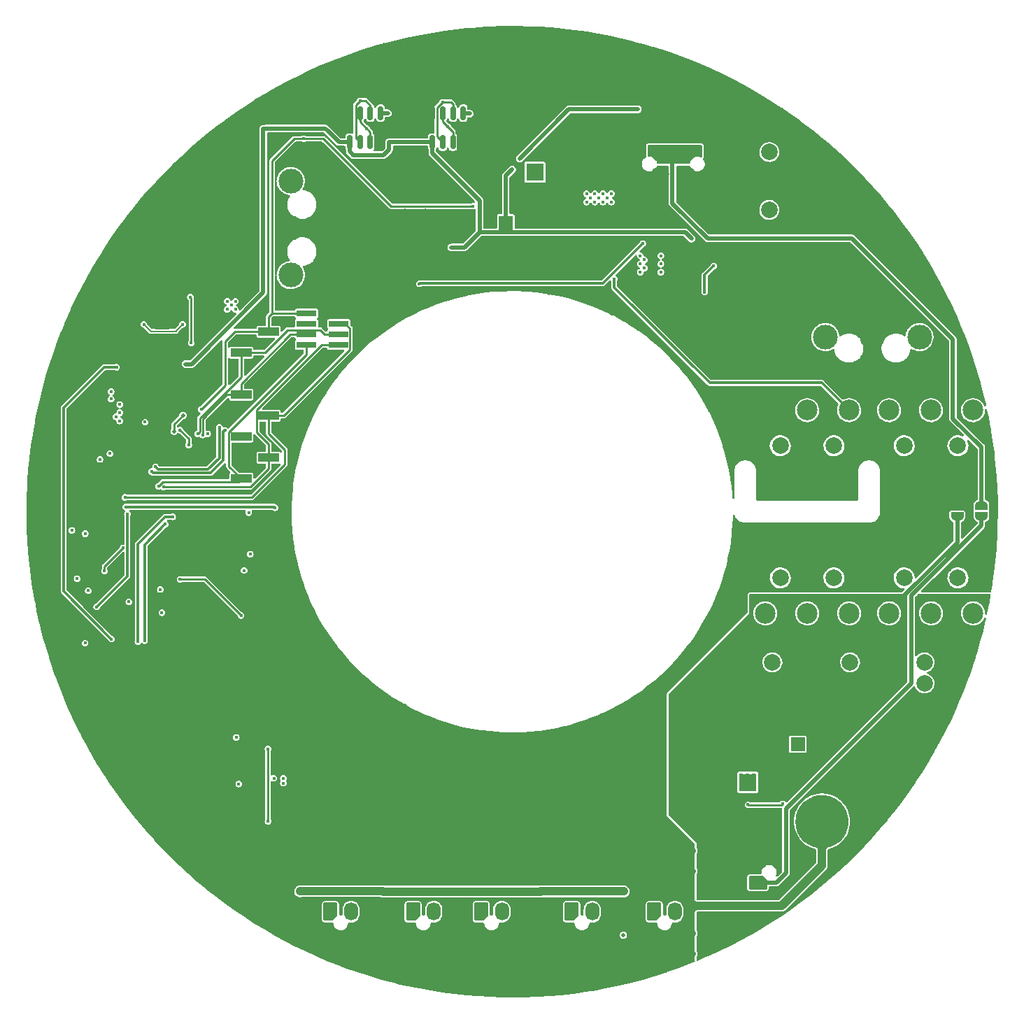
<source format=gbr>
%TF.GenerationSoftware,KiCad,Pcbnew,6.0.5-a6ca702e91~116~ubuntu20.04.1*%
%TF.CreationDate,2022-05-11T20:42:01+02:00*%
%TF.ProjectId,uHoubolt_PCB_PMU,75486f75-626f-46c7-945f-5043425f504d,rev?*%
%TF.SameCoordinates,PX8583b00PY5f5e100*%
%TF.FileFunction,Copper,L4,Bot*%
%TF.FilePolarity,Positive*%
%FSLAX46Y46*%
G04 Gerber Fmt 4.6, Leading zero omitted, Abs format (unit mm)*
G04 Created by KiCad (PCBNEW 6.0.5-a6ca702e91~116~ubuntu20.04.1) date 2022-05-11 20:42:01*
%MOMM*%
%LPD*%
G01*
G04 APERTURE LIST*
G04 Aperture macros list*
%AMRoundRect*
0 Rectangle with rounded corners*
0 $1 Rounding radius*
0 $2 $3 $4 $5 $6 $7 $8 $9 X,Y pos of 4 corners*
0 Add a 4 corners polygon primitive as box body*
4,1,4,$2,$3,$4,$5,$6,$7,$8,$9,$2,$3,0*
0 Add four circle primitives for the rounded corners*
1,1,$1+$1,$2,$3*
1,1,$1+$1,$4,$5*
1,1,$1+$1,$6,$7*
1,1,$1+$1,$8,$9*
0 Add four rect primitives between the rounded corners*
20,1,$1+$1,$2,$3,$4,$5,0*
20,1,$1+$1,$4,$5,$6,$7,0*
20,1,$1+$1,$6,$7,$8,$9,0*
20,1,$1+$1,$8,$9,$2,$3,0*%
%AMFreePoly0*
4,1,22,0.945671,0.830970,1.026777,0.776777,1.080970,0.695671,1.100000,0.600000,1.100000,-0.600000,1.080970,-0.695671,1.026777,-0.776777,0.945671,-0.830970,0.850000,-0.850000,-0.450000,-0.850000,-0.545671,-0.830970,-0.626779,-0.776774,-1.026777,-0.376777,-1.080970,-0.295671,-1.100000,-0.200000,-1.100000,0.600000,-1.080970,0.695671,-1.026777,0.776777,-0.945671,0.830970,-0.850000,0.850000,
0.850000,0.850000,0.945671,0.830970,0.945671,0.830970,$1*%
%AMFreePoly1*
4,1,22,0.500000,-0.750000,0.000000,-0.750000,0.000000,-0.745033,-0.079941,-0.743568,-0.215256,-0.701293,-0.333266,-0.622738,-0.424486,-0.514219,-0.481581,-0.384460,-0.499164,-0.250000,-0.500000,-0.250000,-0.500000,0.250000,-0.499164,0.250000,-0.499963,0.256109,-0.478152,0.396186,-0.417904,0.524511,-0.324060,0.630769,-0.204165,0.706417,-0.067858,0.745374,0.000000,0.744959,0.000000,0.750000,
0.500000,0.750000,0.500000,-0.750000,0.500000,-0.750000,$1*%
%AMFreePoly2*
4,1,20,0.000000,0.744959,0.073905,0.744508,0.209726,0.703889,0.328688,0.626782,0.421226,0.519385,0.479903,0.390333,0.500000,0.250000,0.500000,-0.250000,0.499851,-0.262216,0.476331,-0.402017,0.414519,-0.529596,0.319384,-0.634700,0.198574,-0.708877,0.061801,-0.746166,0.000000,-0.745033,0.000000,-0.750000,-0.500000,-0.750000,-0.500000,0.750000,0.000000,0.750000,0.000000,0.744959,
0.000000,0.744959,$1*%
%AMFreePoly3*
4,1,22,0.945671,0.830970,1.026777,0.776777,1.080970,0.695671,1.100000,0.600000,1.100000,-0.600000,1.080970,-0.695671,1.026777,-0.776777,0.945671,-0.830970,0.850000,-0.850000,-0.850000,-0.850000,-0.945671,-0.830970,-1.026777,-0.776777,-1.080970,-0.695671,-1.100000,-0.600000,-1.100000,0.200000,-1.080970,0.295671,-1.026777,0.376777,-0.626777,0.776777,-0.545671,0.830970,-0.450000,0.850000,
0.850000,0.850000,0.945671,0.830970,0.945671,0.830970,$1*%
G04 Aperture macros list end*
%TA.AperFunction,ComponentPad*%
%ADD10C,2.000000*%
%TD*%
%TA.AperFunction,ComponentPad*%
%ADD11C,2.500000*%
%TD*%
%TA.AperFunction,ComponentPad*%
%ADD12C,6.400000*%
%TD*%
%TA.AperFunction,ComponentPad*%
%ADD13C,0.800000*%
%TD*%
%TA.AperFunction,ComponentPad*%
%ADD14FreePoly0,0.000000*%
%TD*%
%TA.AperFunction,ComponentPad*%
%ADD15O,2.200000X1.700000*%
%TD*%
%TA.AperFunction,ComponentPad*%
%ADD16C,3.000000*%
%TD*%
%TA.AperFunction,ComponentPad*%
%ADD17C,0.600000*%
%TD*%
%TA.AperFunction,SMDPad,CuDef*%
%ADD18R,2.150000X2.150000*%
%TD*%
%TA.AperFunction,ComponentPad*%
%ADD19FreePoly0,90.000000*%
%TD*%
%TA.AperFunction,ComponentPad*%
%ADD20O,1.700000X2.200000*%
%TD*%
%TA.AperFunction,ComponentPad*%
%ADD21FreePoly0,180.000000*%
%TD*%
%TA.AperFunction,ComponentPad*%
%ADD22C,0.500000*%
%TD*%
%TA.AperFunction,SMDPad,CuDef*%
%ADD23R,1.750000X1.750000*%
%TD*%
%TA.AperFunction,ComponentPad*%
%ADD24R,1.700000X1.700000*%
%TD*%
%TA.AperFunction,ComponentPad*%
%ADD25O,1.700000X1.700000*%
%TD*%
%TA.AperFunction,SMDPad,CuDef*%
%ADD26RoundRect,0.150000X0.150000X0.700000X-0.150000X0.700000X-0.150000X-0.700000X0.150000X-0.700000X0*%
%TD*%
%TA.AperFunction,SMDPad,CuDef*%
%ADD27RoundRect,0.250000X0.250000X1.150000X-0.250000X1.150000X-0.250000X-1.150000X0.250000X-1.150000X0*%
%TD*%
%TA.AperFunction,SMDPad,CuDef*%
%ADD28RoundRect,0.150000X-0.150000X-0.700000X0.150000X-0.700000X0.150000X0.700000X-0.150000X0.700000X0*%
%TD*%
%TA.AperFunction,SMDPad,CuDef*%
%ADD29RoundRect,0.250000X-0.250000X-1.150000X0.250000X-1.150000X0.250000X1.150000X-0.250000X1.150000X0*%
%TD*%
%TA.AperFunction,SMDPad,CuDef*%
%ADD30FreePoly1,270.000000*%
%TD*%
%TA.AperFunction,SMDPad,CuDef*%
%ADD31FreePoly2,270.000000*%
%TD*%
%TA.AperFunction,ComponentPad*%
%ADD32FreePoly3,180.000000*%
%TD*%
%TA.AperFunction,SMDPad,CuDef*%
%ADD33R,2.400000X0.740000*%
%TD*%
%TA.AperFunction,SMDPad,CuDef*%
%ADD34R,2.510000X1.000000*%
%TD*%
%TA.AperFunction,ViaPad*%
%ADD35C,0.400000*%
%TD*%
%TA.AperFunction,ViaPad*%
%ADD36C,0.500000*%
%TD*%
%TA.AperFunction,Conductor*%
%ADD37C,1.000000*%
%TD*%
%TA.AperFunction,Conductor*%
%ADD38C,0.250000*%
%TD*%
%TA.AperFunction,Conductor*%
%ADD39C,0.500000*%
%TD*%
%TA.AperFunction,Conductor*%
%ADD40C,0.300000*%
%TD*%
%TA.AperFunction,Conductor*%
%ADD41C,0.200000*%
%TD*%
G04 APERTURE END LIST*
D10*
%TO.P,SW1,*%
%TO.N,*%
X32450000Y8000000D03*
X38950000Y8000000D03*
D11*
%TO.P,SW1,1,A*%
%TO.N,GND*%
X30620000Y12300000D03*
%TO.P,SW1,2,B*%
%TO.N,Net-(Q1-Pad2)*%
X40780000Y12300000D03*
%TO.P,SW1,3,C*%
%TO.N,unconnected-(SW1-Pad3)*%
X35700000Y12300000D03*
%TD*%
D10*
%TO.P,SW2,*%
%TO.N,*%
X38950000Y-8000000D03*
X32450000Y-8000000D03*
D11*
%TO.P,SW2,1,A*%
%TO.N,/BatteryCharger1/Battery*%
X30620000Y-12300000D03*
%TO.P,SW2,2,B*%
%TO.N,Net-(J11-Pad1)*%
X40780000Y-12300000D03*
%TO.P,SW2,3,C*%
%TO.N,unconnected-(SW2-Pad3)*%
X35700000Y-12300000D03*
%TD*%
D10*
%TO.P,SW3,*%
%TO.N,*%
X47450000Y8000000D03*
X53950000Y8000000D03*
D11*
%TO.P,SW3,1,A*%
%TO.N,+12V*%
X45620000Y12300000D03*
%TO.P,SW3,2,B*%
%TO.N,PYRO*%
X55780000Y12300000D03*
%TO.P,SW3,3,C*%
%TO.N,Net-(R41-Pad1)*%
X50700000Y12300000D03*
%TD*%
D10*
%TO.P,SW4,*%
%TO.N,*%
X53950000Y-8000000D03*
X47450000Y-8000000D03*
D11*
%TO.P,SW4,1,A*%
%TO.N,Net-(J6-Pad2)*%
X45620000Y-12300000D03*
%TO.P,SW4,2,B*%
%TO.N,Net-(J6-Pad1)*%
X55780000Y-12300000D03*
%TO.P,SW4,3,C*%
%TO.N,unconnected-(SW4-Pad3)*%
X50700000Y-12300000D03*
%TD*%
D12*
%TO.P,H4,1,1*%
%TO.N,GND*%
X-37500000Y37500000D03*
D13*
X-35100000Y37500000D03*
X-35802944Y39197056D03*
X-37500000Y39900000D03*
X-39900000Y37500000D03*
X-39197056Y39197056D03*
X-39197056Y35802944D03*
X-37500000Y35100000D03*
X-35802944Y35802944D03*
%TD*%
%TO.P,H2,1,1*%
%TO.N,GND*%
X35802944Y35802944D03*
X37500000Y35100000D03*
X39197056Y39197056D03*
X39900000Y37500000D03*
X35100000Y37500000D03*
X35802944Y39197056D03*
D12*
X37500000Y37500000D03*
D13*
X39197056Y35802944D03*
X37500000Y39900000D03*
%TD*%
D14*
%TO.P,J1,1,Pin_1*%
%TO.N,/Vcharge*%
X17950000Y43350000D03*
D15*
%TO.P,J1,2,Pin_2*%
%TO.N,GND*%
X17950000Y40850000D03*
%TD*%
D13*
%TO.P,H3,1,1*%
%TO.N,GND*%
X-35802944Y-35802944D03*
D12*
X-37500000Y-37500000D03*
D13*
X-39197056Y-39197056D03*
X-37500000Y-39900000D03*
X-39900000Y-37500000D03*
X-39197056Y-35802944D03*
X-35802944Y-39197056D03*
X-35100000Y-37500000D03*
X-37500000Y-35100000D03*
%TD*%
D16*
%TO.P,J2,1,Pin_1*%
%TO.N,+BATT*%
X-26800000Y40050000D03*
%TO.P,J2,2,Pin_2*%
%TO.N,GND*%
X-26800000Y34350000D03*
%TO.P,J2,3,Pin_3*%
%TO.N,unconnected-(J2-Pad3)*%
X-26800000Y28650000D03*
%TD*%
D10*
%TO.P,J8,1,Pin_1*%
%TO.N,+12V*%
X31115000Y43550000D03*
%TO.P,J8,2,Pin_2*%
%TO.N,GND*%
X28575000Y43550000D03*
%TD*%
D17*
%TO.P,U14,17,NC*%
%TO.N,unconnected-(U14-Pad17)*%
X27750000Y-33529651D03*
X28525000Y-31979651D03*
D18*
X28525000Y-32754651D03*
D17*
X29300000Y-31979651D03*
X29300000Y-33529651D03*
X27750000Y-32754651D03*
X29300000Y-32754651D03*
X28525000Y-33529651D03*
X28525000Y-32754651D03*
X27750000Y-31979651D03*
%TD*%
D13*
%TO.P,H1,1,1*%
%TO.N,GND*%
X35802944Y-35802944D03*
X35100000Y-37500000D03*
X35802944Y-39197056D03*
X37500000Y-35100000D03*
X39900000Y-37500000D03*
X39197056Y-39197056D03*
D12*
X37500000Y-37500000D03*
D13*
X39197056Y-35802944D03*
X37500000Y-39900000D03*
%TD*%
D19*
%TO.P,J23,1,Pin_1*%
%TO.N,Net-(J23-Pad1)*%
X-3750000Y-48400000D03*
D20*
%TO.P,J23,2,Pin_2*%
%TO.N,Net-(J23-Pad2)*%
X-1250000Y-48400000D03*
%TD*%
D19*
%TO.P,J24,1,Pin_1*%
%TO.N,Net-(D18-Pad1)*%
X17200000Y-48400000D03*
D20*
%TO.P,J24,2,Pin_2*%
%TO.N,Net-(D18-Pad2)*%
X19700000Y-48400000D03*
%TD*%
D21*
%TO.P,J7,1,Pin_1*%
%TO.N,/Vcharge1*%
X29750000Y-44900000D03*
D15*
%TO.P,J7,2,Pin_2*%
%TO.N,/GND_Altimax*%
X29750000Y-42400000D03*
%TD*%
D22*
%TO.P,U3,17,PAD*%
%TO.N,GND*%
X-30375000Y-32075000D03*
X-30375000Y-33325000D03*
X-31625000Y-33325000D03*
D23*
X-31000000Y-32700000D03*
D22*
X-31625000Y-32075000D03*
%TD*%
D19*
%TO.P,J22,1,Pin_1*%
%TO.N,Net-(D15-Pad1)*%
X7200000Y-48400000D03*
D20*
%TO.P,J22,2,Pin_2*%
%TO.N,Net-(D15-Pad2)*%
X9700000Y-48400000D03*
%TD*%
D19*
%TO.P,J21,1,Pin_1*%
%TO.N,Net-(D13-Pad1)*%
X-12000000Y-48400000D03*
D20*
%TO.P,J21,2,Pin_2*%
%TO.N,Net-(D13-Pad2)*%
X-9500000Y-48400000D03*
%TD*%
D10*
%TO.P,J11,1,Pin_1*%
%TO.N,Net-(J11-Pad1)*%
X40900000Y-18230000D03*
%TO.P,J11,2,Pin_2*%
%TO.N,/GND_Altimax*%
X40900000Y-20770000D03*
%TD*%
D22*
%TO.P,U13,17,PAD*%
%TO.N,GND*%
X-41725000Y23575000D03*
D23*
X-42350000Y22950000D03*
D22*
X-42975000Y23575000D03*
X-41725000Y22325000D03*
X-42975000Y22325000D03*
%TD*%
D10*
%TO.P,J25,1,Pin_1*%
%TO.N,+12V*%
X31115000Y36550000D03*
%TO.P,J25,2,Pin_2*%
%TO.N,GND*%
X28575000Y36550000D03*
%TD*%
%TO.P,J6,1,Pin_1*%
%TO.N,Net-(J6-Pad1)*%
X49900000Y-18230000D03*
%TO.P,J6,2,Pin_2*%
%TO.N,Net-(J6-Pad2)*%
X49900000Y-20770000D03*
%TD*%
D17*
%TO.P,U4,17,NC*%
%TO.N,unconnected-(U4-Pad17)*%
X3525000Y40325000D03*
X2750000Y40325000D03*
D18*
X2750000Y41100000D03*
D17*
X1975000Y41100000D03*
X1975000Y41875000D03*
X2750000Y41875000D03*
X3525000Y41100000D03*
X3525000Y41875000D03*
X2750000Y41100000D03*
X1975000Y40325000D03*
%TD*%
D10*
%TO.P,J4,1,Pin_1*%
%TO.N,/BatteryCharger1/Battery*%
X31500000Y-18230000D03*
%TO.P,J4,2,Pin_2*%
%TO.N,/GND_Altimax*%
X31500000Y-20770000D03*
%TD*%
D24*
%TO.P,TH2,1*%
%TO.N,/BatteryCharger1/NTC*%
X34568750Y-28129651D03*
D25*
%TO.P,TH2,2*%
%TO.N,/GND_Altimax*%
X34568750Y-25589651D03*
%TD*%
D19*
%TO.P,J20,1,Pin_1*%
%TO.N,Net-(D11-Pad1)*%
X-22000000Y-48400000D03*
D20*
%TO.P,J20,2,Pin_2*%
%TO.N,Net-(D11-Pad2)*%
X-19500000Y-48400000D03*
%TD*%
D24*
%TO.P,TH1,1*%
%TO.N,/BatteryCharger/NTC*%
X-775000Y34975000D03*
D25*
%TO.P,TH1,2*%
%TO.N,GND*%
X-775000Y32435000D03*
%TD*%
D16*
%TO.P,J3,1,Pin_1*%
%TO.N,+12V*%
X37900000Y21150000D03*
%TO.P,J3,2,Pin_2*%
%TO.N,GND*%
X43600000Y21150000D03*
%TO.P,J3,3,Pin_3*%
%TO.N,PYRO*%
X49300000Y21150000D03*
%TD*%
D26*
%TO.P,J19,1,Pin_1*%
%TO.N,+5V*%
X-15925000Y48250000D03*
%TO.P,J19,2,Pin_2*%
%TO.N,/CAN2_H*%
X-17175000Y48250000D03*
%TO.P,J19,3,Pin_3*%
%TO.N,/CAN2_L*%
X-18425000Y48250000D03*
%TO.P,J19,4,Pin_4*%
%TO.N,GND*%
X-19675000Y48250000D03*
D27*
%TO.P,J19,MP,MountPin*%
X-21525000Y51600000D03*
X-14075000Y51600000D03*
%TD*%
D28*
%TO.P,J12,1,Pin_1*%
%TO.N,+5V*%
X-9675000Y44750000D03*
%TO.P,J12,2,Pin_2*%
%TO.N,/CAN1_H*%
X-8425000Y44750000D03*
%TO.P,J12,3,Pin_3*%
%TO.N,/CAN1_L*%
X-7175000Y44750000D03*
%TO.P,J12,4,Pin_4*%
%TO.N,GND*%
X-5925000Y44750000D03*
D29*
%TO.P,J12,MP,MountPin*%
X-11525000Y41400000D03*
X-4075000Y41400000D03*
%TD*%
D30*
%TO.P,JP2,1,A*%
%TO.N,/Vcharge*%
X56800000Y775000D03*
D31*
%TO.P,JP2,2,B*%
%TO.N,/Vcharge1*%
X56800000Y-525000D03*
%TD*%
D26*
%TO.P,J18,1,Pin_1*%
%TO.N,+5V*%
X-5925000Y48250000D03*
%TO.P,J18,2,Pin_2*%
%TO.N,/CAN1_H*%
X-7175000Y48250000D03*
%TO.P,J18,3,Pin_3*%
%TO.N,/CAN1_L*%
X-8425000Y48250000D03*
%TO.P,J18,4,Pin_4*%
%TO.N,GND*%
X-9675000Y48250000D03*
D27*
%TO.P,J18,MP,MountPin*%
X-11525000Y51600000D03*
X-4075000Y51600000D03*
%TD*%
D32*
%TO.P,J26,1,Pin_1*%
%TO.N,/Vcharge*%
X21075000Y43350000D03*
D15*
%TO.P,J26,2,Pin_2*%
%TO.N,GND*%
X21075000Y40850000D03*
%TD*%
D28*
%TO.P,J17,1,Pin_1*%
%TO.N,+5V*%
X-19675000Y44750000D03*
%TO.P,J17,2,Pin_2*%
%TO.N,/CAN2_H*%
X-18425000Y44750000D03*
%TO.P,J17,3,Pin_3*%
%TO.N,/CAN2_L*%
X-17175000Y44750000D03*
%TO.P,J17,4,Pin_4*%
%TO.N,GND*%
X-15925000Y44750000D03*
D29*
%TO.P,J17,MP,MountPin*%
X-14075000Y41400000D03*
X-21525000Y41400000D03*
%TD*%
D30*
%TO.P,JP3,1,A*%
%TO.N,GND*%
X53875000Y725000D03*
D31*
%TO.P,JP3,2,B*%
%TO.N,/GND_Altimax*%
X53875000Y-575000D03*
%TD*%
D33*
%TO.P,J10,1,Pin_1*%
%TO.N,GND*%
X-21000000Y24005000D03*
%TO.P,J10,2,Pin_2*%
%TO.N,+3V3*%
X-24900000Y24005000D03*
%TO.P,J10,3,Pin_3*%
%TO.N,/NRST*%
X-21000000Y22735000D03*
%TO.P,J10,4,Pin_4*%
%TO.N,unconnected-(J10-Pad4)*%
X-24900000Y22735000D03*
%TO.P,J10,5,Pin_5*%
%TO.N,/SWCLK*%
X-21000000Y21465000D03*
%TO.P,J10,6,Pin_6*%
%TO.N,/SWDIO*%
X-24900000Y21465000D03*
%TO.P,J10,7,Pin_7*%
%TO.N,/UART_TX*%
X-21000000Y20195000D03*
%TO.P,J10,8,Pin_8*%
%TO.N,/UART_RX*%
X-24900000Y20195000D03*
%TD*%
D34*
%TO.P,J9,1,Pin_1*%
%TO.N,+3V3*%
X-29495000Y21790000D03*
%TO.P,J9,2,Pin_2*%
%TO.N,/SWCLK*%
X-32805000Y19250000D03*
%TO.P,J9,3,Pin_3*%
%TO.N,GND*%
X-29495000Y16710000D03*
%TO.P,J9,4,Pin_4*%
%TO.N,/SWDIO*%
X-32805000Y14170000D03*
%TO.P,J9,5,Pin_5*%
%TO.N,/NRST*%
X-29495000Y11630000D03*
%TO.P,J9,6,Pin_6*%
%TO.N,unconnected-(J9-Pad6)*%
X-32805000Y9090000D03*
%TO.P,J9,7,Pin_7*%
%TO.N,/UART_TX*%
X-29495000Y6550000D03*
%TO.P,J9,8,Pin_8*%
%TO.N,/UART_RX*%
X-32805000Y4010000D03*
%TD*%
D35*
%TO.N,GND*%
X-40450000Y24950000D03*
X-40900000Y24950000D03*
X-38050000Y21050000D03*
X-38050000Y20550000D03*
X-39900000Y20900000D03*
X-39500000Y20600000D03*
D36*
X34500000Y-6000000D03*
X-48000000Y29000000D03*
X-3000000Y-56000000D03*
X22000000Y-43500000D03*
X-5500000Y-41000000D03*
D35*
X42000000Y29000000D03*
X34500000Y26500000D03*
D36*
X-40500000Y-16000000D03*
X24500000Y34000000D03*
X-25500000Y11500000D03*
X-35500000Y11500000D03*
X-13000000Y-53500000D03*
X44500000Y6500000D03*
X7000000Y-31000000D03*
X9500000Y-33500000D03*
X-35500000Y46500000D03*
X-50500000Y19000000D03*
D35*
X-13000000Y56500000D03*
X49500000Y29000000D03*
D36*
X27000000Y36500000D03*
X-10500000Y-53500000D03*
X-55500000Y4000000D03*
X-45500000Y31500000D03*
D35*
X32000000Y19000000D03*
D36*
X-15500000Y56500000D03*
X7000000Y-36000000D03*
D35*
X-20500000Y54000000D03*
D36*
X-43000000Y-26000000D03*
X29500000Y31500000D03*
X27000000Y6500000D03*
X47000000Y1500000D03*
D35*
X39500000Y26500000D03*
X24500000Y49000000D03*
X27000000Y46500000D03*
D36*
X-53000000Y24000000D03*
D35*
X14500000Y54000000D03*
X4500000Y56500000D03*
X37000000Y41500000D03*
D36*
X-53000000Y-3500000D03*
X-40500000Y-18500000D03*
D35*
X32000000Y49000000D03*
X32000000Y39000000D03*
X44500000Y26500000D03*
D36*
X-50500000Y24000000D03*
X-23000000Y-21000000D03*
X-55500000Y14000000D03*
X44500000Y-6000000D03*
D35*
X-5500000Y51500000D03*
D36*
X-33000000Y46500000D03*
X-3000000Y-53500000D03*
D35*
X47000000Y16500000D03*
D36*
X-25500000Y-18500000D03*
X-5500000Y-53500000D03*
X-18000000Y39000000D03*
X29500000Y-8500000D03*
X-45500000Y24000000D03*
X-55500000Y11500000D03*
X-45500000Y-28500000D03*
X-53000000Y11500000D03*
X32000000Y6500000D03*
X-28000000Y-23500000D03*
X9500000Y-26000000D03*
X-50500000Y-28500000D03*
D35*
X27000000Y16500000D03*
X12000000Y54000000D03*
D36*
X-500000Y-56000000D03*
D35*
X9500000Y54000000D03*
X39500000Y41500000D03*
X49500000Y26500000D03*
D36*
X-45500000Y-26000000D03*
X-23000000Y-36000000D03*
X49500000Y9000000D03*
D35*
X-5950000Y46950000D03*
D36*
X24500000Y31500000D03*
X-28000000Y-48500000D03*
X-23000000Y41500000D03*
X12000000Y-36000000D03*
X2000000Y-53500000D03*
X19500000Y21500000D03*
D35*
X-18000000Y54000000D03*
D36*
X-20500000Y-38500000D03*
X-30500000Y-48500000D03*
D35*
X52000000Y24000000D03*
D36*
X-50500000Y9000000D03*
D35*
X32000000Y16500000D03*
X32000000Y29000000D03*
X4700000Y43550000D03*
D36*
X7000000Y-28500000D03*
X-25500000Y-13500000D03*
X-43000000Y-23500000D03*
X-23000000Y31500000D03*
D35*
X49500000Y19000000D03*
D36*
X-3000000Y-28500000D03*
D35*
X42000000Y26500000D03*
D36*
X-15500000Y-33500000D03*
X-13000000Y-26000000D03*
X-13000000Y-33500000D03*
X-33000000Y-41000000D03*
X-45500000Y4000000D03*
X49500000Y4000000D03*
X-33000000Y36500000D03*
X27000000Y34000000D03*
X17000000Y-53500000D03*
X37000000Y-8500000D03*
X49500000Y-1000000D03*
X-18000000Y26500000D03*
X-55500000Y-3500000D03*
D35*
X19500000Y54000000D03*
D36*
X-20500000Y31500000D03*
X-45500000Y29000000D03*
X-18000000Y-53500000D03*
X-35500000Y-41000000D03*
X-18000000Y-31000000D03*
D35*
X-18000000Y51500000D03*
D36*
X-53000000Y6500000D03*
X19500000Y19000000D03*
X9500000Y-56000000D03*
X-33000000Y44000000D03*
X-18000000Y36500000D03*
X-48000000Y21500000D03*
D35*
X-8000000Y54000000D03*
D36*
X-53000000Y-21000000D03*
D35*
X-15500000Y54000000D03*
D36*
X-8000000Y-53500000D03*
D35*
X-15500000Y51500000D03*
D36*
X22000000Y-51000000D03*
X-20500000Y-53500000D03*
X-5500000Y-28500000D03*
D35*
X24500000Y39000000D03*
D36*
X-53000000Y4000000D03*
X39500000Y6500000D03*
X14500000Y-53500000D03*
X-23000000Y-31000000D03*
D35*
X-8275000Y31800000D03*
D36*
X-45500000Y-23500000D03*
X37000000Y-6000000D03*
X-28000000Y4000000D03*
X-18000000Y-26000000D03*
X-43000000Y14000000D03*
D35*
X27000000Y21500000D03*
D36*
X-43150000Y-5400000D03*
D35*
X7000000Y56500000D03*
X-500000Y56500000D03*
D36*
X27000000Y-8500000D03*
X22000000Y16500000D03*
X-50500000Y-23500000D03*
X-43000000Y-38500000D03*
X-25500000Y-38500000D03*
X-35500000Y41500000D03*
X-45500000Y9000000D03*
X-48000000Y24000000D03*
X-43000000Y31500000D03*
D35*
X24500000Y51500000D03*
X29500000Y16500000D03*
D36*
X-15500000Y-36000000D03*
X-3000000Y-51000000D03*
X-33000000Y39000000D03*
D35*
X14500000Y56500000D03*
D36*
X24500000Y11500000D03*
X-18000000Y-36000000D03*
X-35500000Y26500000D03*
X22000000Y26500000D03*
X-48000000Y-33500000D03*
X-13000000Y-36000000D03*
X-55500000Y-6000000D03*
X-5500000Y41500000D03*
D35*
X27000000Y19000000D03*
D36*
X-45500000Y26500000D03*
X-8000000Y-51000000D03*
X12000000Y-38500000D03*
D35*
X37000000Y26500000D03*
D36*
X-50500000Y-26000000D03*
X-8000000Y-43500000D03*
X-13000000Y-38500000D03*
X-5500000Y-56000000D03*
X27000000Y14000000D03*
D35*
X7000000Y54000000D03*
D36*
X24500000Y14000000D03*
X47000000Y14000000D03*
X-3000000Y-41000000D03*
X-23000000Y36500000D03*
X49500000Y-3500000D03*
X-40500000Y34000000D03*
X9500000Y26500000D03*
X32000000Y4000000D03*
X-50500000Y29000000D03*
X-35500000Y29000000D03*
X-35500000Y-23500000D03*
X34500000Y4000000D03*
D35*
X34500000Y31500000D03*
D36*
X22000000Y19000000D03*
X-43000000Y-3500000D03*
X-48000000Y-28500000D03*
D35*
X9500000Y56500000D03*
D36*
X-10500000Y-38500000D03*
D35*
X-32200000Y17350000D03*
D36*
X-43000000Y-28500000D03*
X-23000000Y-33500000D03*
X-10500000Y26500000D03*
X-18000000Y-38500000D03*
D35*
X22000000Y54000000D03*
D36*
X-20500000Y39000000D03*
X-55500000Y6500000D03*
D35*
X24500000Y46500000D03*
D36*
X-50500000Y26500000D03*
X-13000000Y39000000D03*
X47000000Y-3500000D03*
X57000000Y-3500000D03*
X-23000000Y-16000000D03*
X-28000000Y-16000000D03*
X44500000Y14000000D03*
X-40500000Y31500000D03*
D35*
X49500000Y16500000D03*
D36*
X-38000000Y44000000D03*
X12000000Y-33500000D03*
D35*
X29500000Y24000000D03*
D36*
X9500000Y-51000000D03*
X49500000Y-6000000D03*
D35*
X44500000Y24000000D03*
X37000000Y31500000D03*
D36*
X-38000000Y-3500000D03*
X-48000000Y-31000000D03*
D35*
X-16100000Y-39850000D03*
D36*
X-13000000Y-23500000D03*
D35*
X34500000Y44000000D03*
D36*
X42000000Y6500000D03*
X-8000000Y-38500000D03*
X-500000Y-51000000D03*
X-10500000Y39000000D03*
X-18000000Y34000000D03*
D35*
X44500000Y16500000D03*
D36*
X-13000000Y24000000D03*
X-500000Y-53500000D03*
X7000000Y26500000D03*
X32000000Y14000000D03*
X-40500000Y-21000000D03*
X7000000Y-51000000D03*
X-15500000Y36500000D03*
X17000000Y-38500000D03*
X9500000Y-31000000D03*
X-23000000Y44000000D03*
X-38000000Y26500000D03*
X29500000Y9000000D03*
X-38000000Y-41000000D03*
X-38000000Y-16000000D03*
X32000000Y-6000000D03*
X-53000000Y9000000D03*
D35*
X27000000Y41500000D03*
D36*
X-13000000Y36500000D03*
X34500000Y-8500000D03*
D35*
X-36325000Y-8100000D03*
X44500000Y36500000D03*
D36*
X-10500000Y-51000000D03*
X-40500000Y-41000000D03*
D35*
X-34350000Y-7775000D03*
D36*
X-20500000Y-26000000D03*
D35*
X2000000Y51500000D03*
D36*
X2000000Y-28500000D03*
X-30500000Y-46000000D03*
X-13000000Y-51000000D03*
X52000000Y4000000D03*
D35*
X-5500000Y54000000D03*
D36*
X-55500000Y9000000D03*
X22000000Y31500000D03*
X-10500000Y34000000D03*
X44500000Y-8500000D03*
X-45500000Y-33500000D03*
X12000000Y-26000000D03*
X-40500000Y-33500000D03*
D35*
X29500000Y39000000D03*
D36*
X-23000000Y51500000D03*
D35*
X52000000Y16500000D03*
D36*
X-50500000Y6500000D03*
X2000000Y-51000000D03*
D35*
X21350000Y-47700000D03*
X34500000Y29000000D03*
D36*
X24500000Y19000000D03*
X-50500000Y21500000D03*
D35*
X27000000Y51500000D03*
X-20500000Y51500000D03*
D36*
X-35500000Y16500000D03*
D35*
X27000000Y39000000D03*
D36*
X-5500000Y-51000000D03*
X-53000000Y-23500000D03*
D35*
X19500000Y49000000D03*
D36*
X22000000Y39000000D03*
X-35500000Y-31000000D03*
X14500000Y-56000000D03*
X54500000Y21500000D03*
X17000000Y-26000000D03*
D35*
X-3000000Y54000000D03*
D36*
X54500000Y6500000D03*
X-43000000Y9000000D03*
X-3000000Y-38500000D03*
X-15500000Y26500000D03*
D35*
X29500000Y19000000D03*
D36*
X-5500000Y-38500000D03*
X-10500000Y-56000000D03*
X4500000Y-56000000D03*
X-43000000Y29000000D03*
X-23000000Y-26000000D03*
D35*
X29500000Y26500000D03*
X2000000Y54000000D03*
D36*
X-53000000Y16500000D03*
X-8000000Y-41000000D03*
X4500000Y26500000D03*
X57000000Y-8500000D03*
X-18000000Y24000000D03*
X14500000Y24000000D03*
X-30500000Y-3500000D03*
X19500000Y-51000000D03*
X-28000000Y26500000D03*
D35*
X29500000Y49000000D03*
D36*
X-23000000Y34000000D03*
X-40500000Y-1000000D03*
X12000000Y-28500000D03*
X-55500000Y-18500000D03*
X4500000Y-31000000D03*
X-38000000Y-33500000D03*
D35*
X-33900000Y17500000D03*
D36*
X-20500000Y-31000000D03*
D35*
X-5500000Y56500000D03*
D36*
X-20500000Y-23500000D03*
X-38000000Y-1000000D03*
X57000000Y-6000000D03*
X-28000000Y36500000D03*
X37000000Y6500000D03*
D35*
X34500000Y24000000D03*
X32000000Y21500000D03*
D36*
X27000000Y9000000D03*
D35*
X-15925000Y46875000D03*
D36*
X17000000Y-36000000D03*
X-25500000Y-21000000D03*
X-25500000Y-23500000D03*
X22000000Y-53500000D03*
D35*
X-8000000Y51500000D03*
X4500000Y54000000D03*
D36*
X19500000Y-38500000D03*
X-18000000Y-33500000D03*
D35*
X-36075000Y9575000D03*
D36*
X-35500000Y44000000D03*
X24500000Y21500000D03*
X17000000Y-31000000D03*
D35*
X39500000Y29000000D03*
D36*
X-33000000Y26500000D03*
D35*
X47000000Y29000000D03*
D36*
X37000000Y9000000D03*
X-8000000Y-28500000D03*
X42000000Y9000000D03*
X-33000000Y-43500000D03*
X-20500000Y-28500000D03*
X-40500000Y41500000D03*
X54500000Y4000000D03*
D35*
X-10500000Y41000000D03*
D36*
X-3000000Y-31000000D03*
D35*
X42000000Y16500000D03*
D36*
X-28000000Y31500000D03*
D35*
X12000000Y56500000D03*
D36*
X4500000Y-53500000D03*
X2000000Y-56000000D03*
X-23000000Y-53500000D03*
X-45500000Y36500000D03*
X-15500000Y-53500000D03*
X-35500000Y34000000D03*
X27000000Y-6000000D03*
X42000000Y14000000D03*
D35*
X7000000Y51500000D03*
D36*
X52000000Y-1000000D03*
X-43000000Y-13500000D03*
D35*
X32000000Y24000000D03*
D36*
X52000000Y-3500000D03*
D35*
X-13000000Y54000000D03*
X-22200000Y-39750000D03*
X32000000Y41500000D03*
D36*
X-38000000Y14000000D03*
X-53000000Y19000000D03*
D35*
X34500000Y16500000D03*
X24500000Y44000000D03*
X27000000Y49000000D03*
D36*
X-20500000Y-36000000D03*
D35*
X17000000Y51500000D03*
X29500000Y46500000D03*
D36*
X12000000Y-31000000D03*
X17000000Y39000000D03*
D35*
X-3000000Y56500000D03*
X-10500000Y51500000D03*
X37000000Y44000000D03*
D36*
X7000000Y-38500000D03*
X29500000Y-3500000D03*
X-10500000Y-36000000D03*
D35*
X-41025000Y-10200000D03*
D36*
X-13000000Y-31000000D03*
X7000000Y-33500000D03*
X12000000Y-56000000D03*
X12000000Y-53500000D03*
X42000000Y-6000000D03*
X-25500000Y26500000D03*
D35*
X-10500000Y56500000D03*
D36*
X-33000000Y29000000D03*
X-28000000Y-51000000D03*
X52000000Y6500000D03*
X4500000Y-28500000D03*
X-20500000Y-18500000D03*
D35*
X32000000Y26500000D03*
D36*
X-43000000Y34000000D03*
X17000000Y36500000D03*
D35*
X2000000Y56500000D03*
X-10500000Y54000000D03*
D36*
X-15500000Y-23500000D03*
X-13000000Y-56000000D03*
X12000000Y26500000D03*
X-38000000Y-43500000D03*
X37000000Y4000000D03*
X47000000Y6500000D03*
D35*
X34500000Y41500000D03*
D36*
X-15500000Y41500000D03*
X-48000000Y-26000000D03*
X-5500000Y26500000D03*
X17000000Y21500000D03*
X-25500000Y44000000D03*
X9500000Y-36000000D03*
D35*
X-26100000Y-39900000D03*
D36*
X-43000000Y-31000000D03*
X54500000Y-6000000D03*
X34500000Y6500000D03*
X27000000Y-3500000D03*
X54500000Y19000000D03*
X-25500000Y51500000D03*
X-53000000Y-18500000D03*
D35*
X37000000Y24000000D03*
D36*
X-15500000Y-28500000D03*
X-33000000Y31500000D03*
D35*
X39500000Y31500000D03*
D36*
X-30500000Y-26000000D03*
X-53000000Y21500000D03*
X-8000000Y-31000000D03*
X2000000Y-36000000D03*
D35*
X39500000Y34000000D03*
X47000000Y34000000D03*
X29500000Y21500000D03*
D36*
X-35500000Y31500000D03*
X-43000000Y-33500000D03*
X7000000Y-53500000D03*
X24500000Y16500000D03*
X-45500000Y-1000000D03*
X-500000Y-41000000D03*
X-5500000Y-31000000D03*
X-35500000Y19000000D03*
X-20500000Y36500000D03*
D35*
X-28300000Y22850000D03*
D36*
X-500000Y-38500000D03*
X9500000Y-28500000D03*
X-38000000Y41500000D03*
D35*
X37000000Y29000000D03*
D36*
X52000000Y1500000D03*
X-23000000Y-38500000D03*
X52000000Y-8500000D03*
D35*
X22000000Y49000000D03*
D36*
X-15500000Y-38500000D03*
X-23000000Y-23500000D03*
X39500000Y4000000D03*
X24500000Y36500000D03*
X44500000Y9000000D03*
D35*
X-500000Y51500000D03*
D36*
X-40500000Y-23500000D03*
D35*
X44500000Y31500000D03*
D36*
X29500000Y6500000D03*
X49500000Y6500000D03*
D35*
X-500000Y54000000D03*
D36*
X-45500000Y34000000D03*
X-38000000Y29000000D03*
D35*
X29500000Y41500000D03*
D36*
X-28000000Y-28500000D03*
X-23000000Y-28500000D03*
X17000000Y-56000000D03*
X-35500000Y-46000000D03*
D35*
X-26950000Y18650000D03*
D36*
X-28000000Y-43500000D03*
D35*
X32000000Y46500000D03*
D36*
X17000000Y-51000000D03*
X-33000000Y-23500000D03*
X-23000000Y39000000D03*
X-55500000Y-8500000D03*
X-28000000Y-41000000D03*
X-40500000Y29000000D03*
X2000000Y-31000000D03*
X12000000Y24000000D03*
X-8000000Y-56000000D03*
D35*
X39500000Y24000000D03*
D36*
X-500000Y-31000000D03*
D35*
X47000000Y24000000D03*
D36*
X-28000000Y9000000D03*
X14500000Y41500000D03*
X-13000000Y34000000D03*
D35*
X39500000Y16500000D03*
X-51012500Y-1212500D03*
D36*
X-48000000Y-23500000D03*
X42000000Y-8500000D03*
X-40500000Y-31000000D03*
X-18000000Y-21000000D03*
X39500000Y-6000000D03*
X4500000Y-33500000D03*
X-30500000Y-6000000D03*
X9500000Y-53500000D03*
X22000000Y21500000D03*
D35*
X42000000Y39000000D03*
X24500000Y41500000D03*
X44500000Y19000000D03*
D36*
X-25500000Y-33500000D03*
X-55500000Y16500000D03*
X-35500000Y-33500000D03*
X-40500000Y-3500000D03*
X-55500000Y-16000000D03*
X49500000Y14000000D03*
X-33000000Y-26000000D03*
X-10500000Y-33500000D03*
X-55500000Y-13500000D03*
X-50500000Y11500000D03*
D35*
X-3000000Y51500000D03*
D36*
X14500000Y36500000D03*
X-33000000Y34000000D03*
X47000000Y4000000D03*
X-8000000Y26500000D03*
D35*
X-28650000Y13600000D03*
D36*
X-33000000Y41500000D03*
X27000000Y11500000D03*
X22000000Y36500000D03*
X47000000Y-6000000D03*
X-10500000Y-28500000D03*
X27000000Y31500000D03*
X22000000Y24000000D03*
D35*
X44500000Y34000000D03*
X-8000000Y56500000D03*
X-12200000Y-40100000D03*
D36*
X-28000000Y-38500000D03*
X-45500000Y-31000000D03*
D35*
X42000000Y34000000D03*
X42000000Y36500000D03*
X37000000Y19000000D03*
D36*
X-30500000Y-16000000D03*
X-53000000Y-6000000D03*
D35*
X19500000Y51500000D03*
D36*
X-45500000Y-36000000D03*
X-15500000Y-31000000D03*
X-20500000Y34000000D03*
X19500000Y-53500000D03*
X-25500000Y-26000000D03*
X32000000Y31500000D03*
X9500000Y-38500000D03*
X17000000Y-33500000D03*
D35*
X42000000Y24000000D03*
X-31050000Y7550000D03*
D36*
X14500000Y39000000D03*
D35*
X-32700000Y-2500000D03*
D36*
X34500000Y14000000D03*
X-40675000Y-13850000D03*
X-20500000Y-33500000D03*
X-23000000Y29000000D03*
X-8000000Y-26000000D03*
D35*
X-28600000Y7600000D03*
D36*
X-18000000Y-28500000D03*
X-38000000Y-23500000D03*
X-500000Y-28500000D03*
X14500000Y44000000D03*
X-10500000Y-26000000D03*
D35*
X37000000Y16500000D03*
D36*
X-15500000Y34000000D03*
X-43000000Y-36000000D03*
X-53000000Y-16000000D03*
X-15500000Y-56000000D03*
X17000000Y-28500000D03*
D35*
X34500000Y46500000D03*
D36*
X-30500000Y-13500000D03*
D35*
X34500000Y21500000D03*
D36*
X37000000Y14000000D03*
X22000000Y-41000000D03*
X-25500000Y-28500000D03*
D35*
X-32950000Y20750000D03*
D36*
X-38000000Y-31000000D03*
D35*
X27000000Y44000000D03*
D36*
X-48000000Y26500000D03*
X-40500000Y-26000000D03*
X-35500000Y-43500000D03*
X29500000Y14000000D03*
X-43000000Y39000000D03*
X2000000Y-38500000D03*
X-10500000Y36500000D03*
D35*
X34500000Y19000000D03*
X22000000Y51500000D03*
D36*
X-28000000Y-33500000D03*
D35*
X17000000Y54000000D03*
D36*
X-28000000Y-26000000D03*
X-38000000Y31500000D03*
X-33000000Y-46000000D03*
X34500000Y9000000D03*
X-48000000Y31500000D03*
D35*
X47000000Y31500000D03*
D36*
X7000000Y-56000000D03*
X-43000000Y36500000D03*
D35*
%TO.N,+12V*%
X-42400000Y-12200000D03*
X-28850000Y-32250000D03*
X-33100000Y-32950000D03*
X-33400000Y-27300000D03*
X-51700000Y-15900000D03*
X-27700000Y-32850000D03*
X-27700000Y-32250000D03*
%TO.N,+5V*%
X-38850000Y20450000D03*
X-14900000Y44750000D03*
X-15050000Y48250000D03*
X21725000Y33050000D03*
X-30125000Y46375000D03*
X-5125000Y48200000D03*
X-47900000Y17500000D03*
X-38950000Y26000000D03*
X-39525000Y17875000D03*
X-48500000Y-15400000D03*
X-7375000Y32000000D03*
D36*
%TO.N,PYRO*%
X13450000Y-51250000D03*
D35*
%TO.N,Net-(Q1-Pad2)*%
X12350000Y28150000D03*
%TO.N,Net-(Q2-Pad2)*%
X24400000Y29750000D03*
X23300000Y26600000D03*
%TO.N,/SUPPLY_CURRENT_SENSE*%
X-11250000Y27600000D03*
X15800000Y32475000D03*
%TO.N,+3V3*%
X-37650000Y12400000D03*
X-51325000Y-9550000D03*
X-48700000Y7050000D03*
X-25250000Y45150000D03*
X-31900000Y-100000D03*
X-48550000Y13650000D03*
X-42600000Y-9400000D03*
X-36875000Y9425000D03*
X-49900000Y6350000D03*
X-48550000Y14550000D03*
X-4725000Y37000000D03*
X-47500000Y11000000D03*
X-51675000Y-2650000D03*
X-31700000Y-5125000D03*
X-44437500Y10862500D03*
X-32450000Y-7100000D03*
X-52675000Y-8100000D03*
X-47950000Y11500000D03*
X-47500000Y13000000D03*
X-47500000Y12000000D03*
X-53300000Y-2250000D03*
X-46400000Y-10900000D03*
%TO.N,/Vin*%
X15500000Y29000000D03*
X-34000000Y25000000D03*
X-34500000Y25500000D03*
X16000000Y29500000D03*
X-33500000Y24500000D03*
X16000000Y30500000D03*
X18000000Y31000000D03*
X15500000Y30000000D03*
X18000000Y30000000D03*
X-33500000Y25500000D03*
X15500000Y31000000D03*
X18000000Y29000000D03*
X-34500000Y24500000D03*
%TO.N,+BATT*%
X11000000Y38500000D03*
X10500000Y38000000D03*
X10000000Y38500000D03*
X12000000Y38500000D03*
X11500000Y38000000D03*
X9000000Y37500000D03*
X10000000Y37500000D03*
X12000000Y37500000D03*
X11000000Y37500000D03*
X9500000Y38000000D03*
X9000000Y38500000D03*
%TO.N,/NRST*%
X-46850000Y1750000D03*
%TO.N,/UART_TX*%
X-42200000Y3000000D03*
%TO.N,/SWCLK*%
X-38075000Y9450000D03*
%TO.N,/SWDIO*%
X-37450000Y9300000D03*
%TO.N,/UART_RX*%
X-42800000Y3100000D03*
%TO.N,/CAN1_H*%
X-8425000Y49575000D03*
%TO.N,/CAN1_L*%
X-7800000Y46600000D03*
%TO.N,/CAN2_H*%
X-18425000Y49750000D03*
%TO.N,/CAN2_L*%
X-17600000Y46400000D03*
%TO.N,/LED1*%
X-44500000Y-15600000D03*
X-42000000Y-1500000D03*
%TO.N,/LED2*%
X-45300000Y-15700000D03*
X-41100000Y-600000D03*
D36*
%TO.N,+5VP*%
X3450000Y-45975000D03*
X13500000Y-45950000D03*
X-25675000Y-45950000D03*
X-15675000Y-45925000D03*
D35*
X-29550000Y-28700000D03*
X-29550000Y-37450000D03*
%TO.N,/Payload*%
X-28700000Y500000D03*
X-46800000Y600000D03*
%TO.N,/BARO_SPI1_SCK*%
X-49350000Y-7175000D03*
X-47100000Y-4375000D03*
%TO.N,/5VP_Sense*%
X-50300000Y-11500000D03*
X-46575000Y-275000D03*
%TO.N,/QSPI1_CLK*%
X-40200000Y-8175000D03*
X-32825000Y-12550000D03*
%TO.N,/IMU_SPI3_SCK*%
X-39150000Y8100000D03*
X-40200000Y9900000D03*
D36*
%TO.N,/IMU_INT*%
X-39850000Y11675000D03*
X-40925000Y9750000D03*
D35*
%TO.N,/CAN2_TX*%
X-43175000Y5450000D03*
X-35450000Y10250000D03*
%TO.N,/CAN2_RX*%
X-34775000Y9850000D03*
X-43650000Y4875000D03*
%TO.N,/BatteryCharger/NTC*%
X0Y41450000D03*
%TO.N,/BatteryCharger1/NTC*%
X28550000Y-35450000D03*
X32725000Y-35350000D03*
D36*
%TO.N,/GND_Altimax*%
X42000000Y-38500000D03*
X57000000Y-11000000D03*
X34500000Y-18500000D03*
X44500000Y-33500000D03*
X47000000Y-21000000D03*
D35*
X30400000Y-38800000D03*
D36*
X37000000Y-28500000D03*
X54500000Y-11000000D03*
X42000000Y-36000000D03*
X49500000Y-28500000D03*
X49500000Y-31000000D03*
X44500000Y-26000000D03*
X44500000Y-18500000D03*
X42000000Y-13500000D03*
X42000000Y-16000000D03*
X54500000Y-18500000D03*
X54500000Y-16000000D03*
X44500000Y-11000000D03*
X44500000Y-21000000D03*
X47000000Y-16000000D03*
X47000000Y-28500000D03*
X52000000Y-11000000D03*
X42000000Y-31000000D03*
X27000000Y-18500000D03*
X44500000Y-31000000D03*
X47000000Y-23500000D03*
X49500000Y-26000000D03*
X39500000Y-18500000D03*
X24500000Y-21000000D03*
X22000000Y-21000000D03*
X42000000Y-33500000D03*
X24500000Y-51000000D03*
X24500000Y-18500000D03*
X54500000Y-21000000D03*
X39500000Y-26000000D03*
D35*
X26800000Y-30850000D03*
D36*
X34500000Y-23500000D03*
X27000000Y-16000000D03*
X39500000Y-41000000D03*
X52000000Y-13500000D03*
X19500000Y-28500000D03*
X37000000Y-23500000D03*
X52000000Y-23500000D03*
D35*
X31100000Y-30050000D03*
D36*
X47000000Y-31000000D03*
X52000000Y-18500000D03*
X39500000Y-16000000D03*
X37000000Y-16000000D03*
X34500000Y-16000000D03*
X44500000Y-23500000D03*
X52000000Y-26000000D03*
X44500000Y-16000000D03*
X37000000Y-11000000D03*
X39500000Y-11000000D03*
X32000000Y-11000000D03*
X27000000Y-21000000D03*
X44500000Y-28500000D03*
X42000000Y-26000000D03*
X27000000Y-51000000D03*
X47000000Y-33500000D03*
X37000000Y-13500000D03*
X34500000Y-13500000D03*
X47000000Y-13500000D03*
X52000000Y-21000000D03*
X49500000Y-13500000D03*
X39500000Y-13500000D03*
X37000000Y-18500000D03*
X47000000Y-26000000D03*
X37000000Y-26000000D03*
X49500000Y-16000000D03*
X44500000Y-36000000D03*
X34500000Y-11000000D03*
X42000000Y-28500000D03*
D35*
X27200000Y-26000000D03*
D36*
X39500000Y-28500000D03*
X37000000Y-31000000D03*
X39500000Y-23500000D03*
X39500000Y-33500000D03*
D35*
X47300000Y-10700000D03*
D36*
X19500000Y-31000000D03*
X39500000Y-31000000D03*
X42000000Y-11000000D03*
X27000000Y-23500000D03*
X29500000Y-11000000D03*
X42000000Y-23500000D03*
X49500000Y-11000000D03*
X49500000Y-23500000D03*
D35*
%TO.N,/5V/Input*%
X-39900000Y22700000D03*
X-44600000Y22700000D03*
%TO.N,Net-(C7-Pad1)*%
X900000Y42750000D03*
X15225000Y48725000D03*
%TD*%
D37*
%TO.N,GND*%
X37500000Y-37500000D02*
X37500000Y-42800000D01*
X32600000Y-47700000D02*
X21350000Y-47700000D01*
X37500000Y-42800000D02*
X32600000Y-47700000D01*
D38*
%TO.N,+5V*%
X-38850000Y20450000D02*
X-38850000Y25900000D01*
D39*
X-29750000Y46400000D02*
X-29775000Y46375000D01*
X-22325000Y46100000D02*
X-22625000Y46400000D01*
X-3950000Y37675000D02*
X-9675000Y43400000D01*
X-19675000Y43625000D02*
X-19675000Y44750000D01*
X-19225000Y43175000D02*
X-19675000Y43625000D01*
D40*
X-50300000Y16600000D02*
X-49400000Y17500000D01*
D39*
X-14900000Y43850000D02*
X-15575000Y43175000D01*
X-14900000Y44750000D02*
X-14900000Y43850000D01*
X-20975000Y44750000D02*
X-22325000Y46100000D01*
X-9675000Y44750000D02*
X-14850000Y44750000D01*
X-5125000Y48200000D02*
X-5875000Y48200000D01*
X-19675000Y44750000D02*
X-20975000Y44750000D01*
X21725000Y33050000D02*
X20949511Y33825489D01*
D40*
X-54300000Y-9600000D02*
X-54300000Y7000000D01*
X-49400000Y17500000D02*
X-47900000Y17500000D01*
D39*
X-38800000Y17875000D02*
X-39525000Y17875000D01*
D40*
X-54300000Y12600000D02*
X-50300000Y16600000D01*
D39*
X-9675000Y43400000D02*
X-9675000Y44750000D01*
X-22625000Y46400000D02*
X-29750000Y46400000D01*
X-30125000Y46375000D02*
X-30125000Y26550000D01*
X-15575000Y43175000D02*
X-19225000Y43175000D01*
D40*
X-54300000Y7000000D02*
X-54300000Y12600000D01*
D39*
X20949511Y33825489D02*
X-3949511Y33825489D01*
D40*
X-48500000Y-15400000D02*
X-54300000Y-9600000D01*
D39*
X-3949511Y33825489D02*
X-5775000Y32000000D01*
X-30125000Y26550000D02*
X-38800000Y17875000D01*
D38*
X-38850000Y25900000D02*
X-38950000Y26000000D01*
D39*
X-5875000Y48200000D02*
X-5925000Y48250000D01*
X-15925000Y48250000D02*
X-15050000Y48250000D01*
X-3950000Y33825000D02*
X-3950000Y37675000D01*
X-14850000Y44750000D02*
X-14900000Y44750000D01*
X-5775000Y32000000D02*
X-7375000Y32000000D01*
X-29775000Y46375000D02*
X-30125000Y46375000D01*
D40*
%TO.N,Net-(Q1-Pad2)*%
X37480000Y15600000D02*
X23900000Y15600000D01*
X12350000Y27150000D02*
X12350000Y28150000D01*
X40780000Y12300000D02*
X37480000Y15600000D01*
X23900000Y15600000D02*
X12350000Y27150000D01*
%TO.N,Net-(Q2-Pad2)*%
X24400000Y29750000D02*
X23300000Y28650000D01*
X23300000Y28650000D02*
X23300000Y26600000D01*
%TO.N,/SUPPLY_CURRENT_SENSE*%
X10975000Y27650000D02*
X-11200000Y27650000D01*
X15800000Y32475000D02*
X10975000Y27650000D01*
X-11200000Y27650000D02*
X-11250000Y27600000D01*
D38*
%TO.N,+3V3*%
X-25250000Y45150000D02*
X-22850000Y45150000D01*
X-22850000Y45150000D02*
X-14700000Y37000000D01*
X-26375000Y45150000D02*
X-25250000Y45150000D01*
X-29495000Y21790000D02*
X-33585000Y21790000D01*
X-34725000Y15325000D02*
X-37650000Y12400000D01*
X-24900000Y24005000D02*
X-29075000Y24005000D01*
X-24900000Y24005000D02*
X-29070000Y24005000D01*
X-14700000Y37000000D02*
X-4725000Y37000000D01*
X-29075000Y42450000D02*
X-26375000Y45150000D01*
X-33585000Y21790000D02*
X-34725000Y20650000D01*
X-29495000Y23580000D02*
X-29495000Y21790000D01*
X-34725000Y20650000D02*
X-34725000Y15325000D01*
X-29075000Y24005000D02*
X-29075000Y42450000D01*
X-29070000Y24005000D02*
X-29495000Y23580000D01*
D39*
%TO.N,/Vcharge1*%
X56800000Y-1600000D02*
X56800000Y-525000D01*
X29750000Y-44900000D02*
X32000000Y-44900000D01*
X48300000Y-10100000D02*
X56800000Y-1600000D01*
X32000000Y-44900000D02*
X33150000Y-43750000D01*
X33150000Y-35900000D02*
X48300000Y-20750000D01*
X48300000Y-20750000D02*
X48300000Y-10100000D01*
X33150000Y-43750000D02*
X33150000Y-35900000D01*
%TO.N,/Vcharge*%
X19400000Y43400000D02*
X20100000Y43400000D01*
X56800000Y775000D02*
X56800000Y7825000D01*
X56800000Y7825000D02*
X53350000Y11275000D01*
X21025000Y43400000D02*
X21075000Y43350000D01*
X53350000Y20850000D02*
X41100000Y33100000D01*
X19400000Y37350000D02*
X19400000Y43400000D01*
X41100000Y33100000D02*
X23650000Y33100000D01*
X20100000Y43400000D02*
X21025000Y43400000D01*
X23650000Y33100000D02*
X19400000Y37350000D01*
X17725000Y43350000D02*
X20050000Y43350000D01*
X53350000Y11275000D02*
X53350000Y20850000D01*
X20050000Y43350000D02*
X20100000Y43400000D01*
D38*
%TO.N,/NRST*%
X-27550000Y5700000D02*
X-31500000Y1750000D01*
X-29495000Y9495000D02*
X-27550000Y7550000D01*
X-19625489Y22190489D02*
X-19625489Y19650489D01*
X-19625489Y19650489D02*
X-27645978Y11630000D01*
X-29495000Y11630000D02*
X-29495000Y9495000D01*
X-31500000Y1750000D02*
X-46850000Y1750000D01*
X-27645978Y11630000D02*
X-29495000Y11630000D01*
X-21000000Y22735000D02*
X-20170000Y22735000D01*
X-27550000Y7550000D02*
X-27550000Y5700000D01*
X-20170000Y22735000D02*
X-19625489Y22190489D01*
%TO.N,/UART_TX*%
X-29495000Y6550000D02*
X-29495000Y8195000D01*
X-29495000Y8195000D02*
X-30924511Y9624511D01*
X-30924511Y12304511D02*
X-23034022Y20195000D01*
X-29495000Y5215978D02*
X-31710978Y3000000D01*
X-31710978Y3000000D02*
X-42200000Y3000000D01*
X-23034022Y20195000D02*
X-21000000Y20195000D01*
X-30924511Y9624511D02*
X-30924511Y12304511D01*
X-29495000Y6550000D02*
X-29495000Y5215978D01*
%TO.N,/SWCLK*%
X-21000000Y21465000D02*
X-22715000Y21465000D01*
X-37800000Y11325000D02*
X-37800000Y9725000D01*
X-32805000Y19250000D02*
X-32805000Y16320000D01*
X-22715000Y21465000D02*
X-23259511Y22009511D01*
X-32805000Y16320000D02*
X-37800000Y11325000D01*
X-27171467Y22009511D02*
X-29930978Y19250000D01*
X-37800000Y9725000D02*
X-38075000Y9450000D01*
X-29930978Y19250000D02*
X-32805000Y19250000D01*
X-23259511Y22009511D02*
X-27171467Y22009511D01*
%TO.N,/SWDIO*%
X-37450000Y11250000D02*
X-37450000Y9300000D01*
X-32805000Y15504022D02*
X-32805000Y14170000D01*
X-34530000Y14170000D02*
X-37450000Y11250000D01*
X-32805000Y14170000D02*
X-34530000Y14170000D01*
X-26844022Y21465000D02*
X-32805000Y15504022D01*
X-24900000Y21465000D02*
X-26844022Y21465000D01*
%TO.N,/UART_RX*%
X-32805000Y4010000D02*
X-33165000Y3650000D01*
X-42250000Y3650000D02*
X-42800000Y3100000D01*
X-34300000Y5505000D02*
X-32805000Y4010000D01*
X-33165000Y3650000D02*
X-42250000Y3650000D01*
X-34300000Y9653953D02*
X-34300000Y5505000D01*
X-24900000Y19053953D02*
X-34300000Y9653953D01*
X-24900000Y20195000D02*
X-24900000Y19053953D01*
%TO.N,/CAN1_H*%
X-7175000Y49325000D02*
X-7425000Y49575000D01*
X-7425000Y49575000D02*
X-8425000Y49575000D01*
X-7175000Y48250000D02*
X-7175000Y49325000D01*
X-8425000Y44750000D02*
X-9100000Y45425000D01*
X-9100000Y45425000D02*
X-9100000Y48900000D01*
X-9100000Y48900000D02*
X-8425000Y49575000D01*
%TO.N,/CAN1_L*%
X-7175000Y45975000D02*
X-7800000Y46600000D01*
X-8425000Y47225000D02*
X-8425000Y48250000D01*
X-7800000Y46600000D02*
X-8425000Y47225000D01*
X-7175000Y44750000D02*
X-7175000Y45975000D01*
%TO.N,/CAN2_H*%
X-17750000Y49750000D02*
X-18425000Y49750000D01*
X-18899519Y49275481D02*
X-18425000Y49750000D01*
X-18425000Y44750000D02*
X-18899519Y45224519D01*
X-17175000Y48250000D02*
X-17175000Y49175000D01*
X-17175000Y49175000D02*
X-17750000Y49750000D01*
X-18899519Y45224519D02*
X-18899519Y49275481D01*
%TO.N,/CAN2_L*%
X-17175000Y45975000D02*
X-17175000Y44750000D01*
X-18425000Y48250000D02*
X-18425000Y47225000D01*
X-18425000Y47225000D02*
X-17175000Y45975000D01*
D40*
%TO.N,/LED1*%
X-42000000Y-1500000D02*
X-44500000Y-4000000D01*
X-44500000Y-4000000D02*
X-44500000Y-15600000D01*
%TO.N,/LED2*%
X-45300000Y-15700000D02*
X-45300000Y-3900000D01*
X-45300000Y-3900000D02*
X-42000000Y-600000D01*
X-42000000Y-600000D02*
X-41100000Y-600000D01*
D37*
%TO.N,+5VP*%
X13500000Y-45950000D02*
X3475000Y-45950000D01*
X3450000Y-45975000D02*
X-15625000Y-45975000D01*
X-15675000Y-45925000D02*
X-25650000Y-45925000D01*
D38*
X-29550000Y-28700000D02*
X-29550000Y-37450000D01*
D37*
X3475000Y-45950000D02*
X3450000Y-45975000D01*
X-15625000Y-45975000D02*
X-15675000Y-45925000D01*
X-25650000Y-45925000D02*
X-25675000Y-45950000D01*
D40*
%TO.N,/Payload*%
X-46800000Y600000D02*
X-28800000Y600000D01*
X-28800000Y600000D02*
X-28700000Y500000D01*
D38*
%TO.N,/BARO_SPI1_SCK*%
X-49350000Y-6625000D02*
X-49350000Y-7175000D01*
X-47100000Y-4375000D02*
X-49350000Y-6625000D01*
D40*
%TO.N,/5VP_Sense*%
X-46575000Y-7775000D02*
X-46575000Y-275000D01*
X-50300000Y-11500000D02*
X-46575000Y-7775000D01*
D38*
%TO.N,/QSPI1_CLK*%
X-37200000Y-8175000D02*
X-40200000Y-8175000D01*
X-32825000Y-12550000D02*
X-37200000Y-8175000D01*
%TO.N,/IMU_SPI3_SCK*%
X-39150000Y8100000D02*
X-39150000Y8850000D01*
X-39150000Y8850000D02*
X-40200000Y9900000D01*
%TO.N,/IMU_INT*%
X-40925000Y10600000D02*
X-40925000Y9750000D01*
X-39850000Y11675000D02*
X-40925000Y10600000D01*
D40*
%TO.N,/CAN2_TX*%
X-35450000Y6525000D02*
X-36825000Y5150000D01*
X-35450000Y10250000D02*
X-35450000Y6525000D01*
X-36825000Y5150000D02*
X-42875000Y5150000D01*
X-42875000Y5150000D02*
X-43175000Y5450000D01*
%TO.N,/CAN2_RX*%
X-34950000Y6250000D02*
X-34950000Y9675000D01*
X-34950000Y9675000D02*
X-34775000Y9850000D01*
X-43475000Y4700000D02*
X-36500000Y4700000D01*
X-36500000Y4700000D02*
X-34950000Y6250000D01*
X-43650000Y4875000D02*
X-43475000Y4700000D01*
D39*
%TO.N,/BatteryCharger/NTC*%
X-775000Y40675000D02*
X-775000Y34975000D01*
X0Y41450000D02*
X-775000Y40675000D01*
D38*
%TO.N,/BatteryCharger1/NTC*%
X32550000Y-35525000D02*
X28625000Y-35525000D01*
X28625000Y-35525000D02*
X28550000Y-35450000D01*
X32725000Y-35350000D02*
X32550000Y-35525000D01*
D39*
%TO.N,/GND_Altimax*%
X53875000Y-575000D02*
X53875000Y-3723928D01*
X53875000Y-3723928D02*
X47300000Y-10298928D01*
X47300000Y-10298928D02*
X47300000Y-10700000D01*
D41*
%TO.N,/5V/Input*%
X-39900000Y22700000D02*
X-40700000Y21900000D01*
X-40700000Y21850000D02*
X-43750000Y21850000D01*
X-40700000Y21900000D02*
X-40700000Y21850000D01*
X-43750000Y21850000D02*
X-44600000Y22700000D01*
D39*
%TO.N,Net-(C7-Pad1)*%
X900000Y42750000D02*
X6875000Y48725000D01*
X6875000Y48725000D02*
X15225000Y48725000D01*
%TD*%
%TA.AperFunction,Conductor*%
%TO.N,/GND_Altimax*%
G36*
X47791621Y-9970002D02*
G01*
X47838114Y-10023658D01*
X47849500Y-10076000D01*
X47849500Y-10088016D01*
X47849403Y-10092962D01*
X47847162Y-10149994D01*
X47849046Y-10157100D01*
X47849500Y-10165347D01*
X47849500Y-20511207D01*
X47829498Y-20579328D01*
X47812595Y-20600302D01*
X33259453Y-35153444D01*
X33197141Y-35187470D01*
X33126326Y-35182405D01*
X33069490Y-35139858D01*
X33058090Y-35121550D01*
X33057550Y-35120489D01*
X33057549Y-35120487D01*
X33053050Y-35111658D01*
X32963342Y-35021950D01*
X32850304Y-34964354D01*
X32840515Y-34962804D01*
X32840513Y-34962803D01*
X32734793Y-34946059D01*
X32725000Y-34944508D01*
X32715207Y-34946059D01*
X32609487Y-34962803D01*
X32609485Y-34962804D01*
X32599696Y-34964354D01*
X32486658Y-35021950D01*
X32396950Y-35111658D01*
X32391910Y-35121550D01*
X32387246Y-35130703D01*
X32338497Y-35182318D01*
X32274979Y-35199500D01*
X28918082Y-35199500D01*
X28849961Y-35179498D01*
X28828987Y-35162595D01*
X28788342Y-35121950D01*
X28675304Y-35064354D01*
X28665515Y-35062804D01*
X28665513Y-35062803D01*
X28559793Y-35046059D01*
X28550000Y-35044508D01*
X28540207Y-35046059D01*
X28434487Y-35062803D01*
X28434485Y-35062804D01*
X28424696Y-35064354D01*
X28311658Y-35121950D01*
X28221950Y-35211658D01*
X28164354Y-35324696D01*
X28162804Y-35334485D01*
X28162803Y-35334487D01*
X28146338Y-35438444D01*
X28144508Y-35450000D01*
X28164354Y-35575304D01*
X28221950Y-35688342D01*
X28311658Y-35778050D01*
X28424696Y-35835646D01*
X28434485Y-35837196D01*
X28434487Y-35837197D01*
X28540207Y-35853941D01*
X28550000Y-35855492D01*
X28559794Y-35853941D01*
X28559797Y-35853941D01*
X28563971Y-35853280D01*
X28589227Y-35852398D01*
X28596193Y-35854264D01*
X28607177Y-35853303D01*
X28633728Y-35850980D01*
X28644710Y-35850500D01*
X32530290Y-35850500D01*
X32541272Y-35850980D01*
X32578807Y-35854264D01*
X32578568Y-35856992D01*
X32632133Y-35867761D01*
X32683121Y-35917165D01*
X32699500Y-35979288D01*
X32699500Y-43511205D01*
X32679498Y-43579326D01*
X32662595Y-43600300D01*
X32125326Y-44137569D01*
X32063014Y-44171595D01*
X31992199Y-44166530D01*
X31935363Y-44123983D01*
X31910552Y-44057463D01*
X31921124Y-43997227D01*
X31951144Y-43929803D01*
X31976142Y-43812194D01*
X31989128Y-43751103D01*
X31989128Y-43751099D01*
X31990500Y-43744646D01*
X31990500Y-43555354D01*
X31982118Y-43515917D01*
X31953471Y-43381145D01*
X31951144Y-43370197D01*
X31874151Y-43197270D01*
X31843945Y-43155694D01*
X31766767Y-43049468D01*
X31762888Y-43044129D01*
X31714175Y-43000267D01*
X31627124Y-42921886D01*
X31627123Y-42921885D01*
X31622216Y-42917467D01*
X31458284Y-42822821D01*
X31278256Y-42764326D01*
X31271695Y-42763636D01*
X31271693Y-42763636D01*
X31218037Y-42757997D01*
X31137192Y-42749500D01*
X31042808Y-42749500D01*
X30961963Y-42757997D01*
X30908307Y-42763636D01*
X30908305Y-42763636D01*
X30901744Y-42764326D01*
X30721716Y-42822821D01*
X30557784Y-42917467D01*
X30552877Y-42921885D01*
X30552876Y-42921886D01*
X30465826Y-43000267D01*
X30417112Y-43044129D01*
X30413233Y-43049468D01*
X30336056Y-43155694D01*
X30305849Y-43197270D01*
X30228856Y-43370197D01*
X30226529Y-43381145D01*
X30197883Y-43515917D01*
X30189500Y-43555354D01*
X30189500Y-43719572D01*
X30169498Y-43787693D01*
X30115842Y-43834186D01*
X30063500Y-43845572D01*
X28949730Y-43845572D01*
X28943128Y-43845248D01*
X28939882Y-43844602D01*
X28860118Y-43844602D01*
X28762573Y-43864005D01*
X28756856Y-43866373D01*
X28756853Y-43866374D01*
X28712260Y-43884845D01*
X28688881Y-43894529D01*
X28683736Y-43897967D01*
X28683730Y-43897970D01*
X28611332Y-43946345D01*
X28611328Y-43946348D01*
X28606186Y-43949784D01*
X28549784Y-44006186D01*
X28546348Y-44011328D01*
X28546345Y-44011332D01*
X28497970Y-44083730D01*
X28497967Y-44083736D01*
X28494529Y-44088881D01*
X28464005Y-44162573D01*
X28449500Y-44235494D01*
X28444602Y-44260118D01*
X28444602Y-44339882D01*
X28445248Y-44343128D01*
X28445572Y-44349730D01*
X28445572Y-45450270D01*
X28445248Y-45456872D01*
X28444602Y-45460118D01*
X28444602Y-45539882D01*
X28464005Y-45637427D01*
X28494529Y-45711119D01*
X28497967Y-45716264D01*
X28497970Y-45716270D01*
X28546345Y-45788668D01*
X28546348Y-45788672D01*
X28549784Y-45793814D01*
X28606186Y-45850216D01*
X28611328Y-45853652D01*
X28611332Y-45853655D01*
X28683730Y-45902030D01*
X28683736Y-45902033D01*
X28688881Y-45905471D01*
X28762573Y-45935995D01*
X28835494Y-45950500D01*
X28860118Y-45955398D01*
X28939882Y-45955398D01*
X28943128Y-45954752D01*
X28949730Y-45954428D01*
X30550270Y-45954428D01*
X30556872Y-45954752D01*
X30560118Y-45955398D01*
X30639882Y-45955398D01*
X30664506Y-45950500D01*
X30737427Y-45935995D01*
X30743144Y-45933627D01*
X30743147Y-45933626D01*
X30805397Y-45907841D01*
X30805396Y-45907841D01*
X30811119Y-45905471D01*
X30816264Y-45902033D01*
X30816270Y-45902030D01*
X30888668Y-45853655D01*
X30888672Y-45853652D01*
X30893814Y-45850216D01*
X30950216Y-45793814D01*
X30953652Y-45788672D01*
X30953655Y-45788668D01*
X31002030Y-45716270D01*
X31002033Y-45716264D01*
X31005471Y-45711119D01*
X31035995Y-45637427D01*
X31055398Y-45539882D01*
X31055398Y-45476500D01*
X31075400Y-45408379D01*
X31129056Y-45361886D01*
X31181398Y-45350500D01*
X31965780Y-45350500D01*
X31980589Y-45351373D01*
X32014310Y-45355364D01*
X32023574Y-45353672D01*
X32023575Y-45353672D01*
X32072001Y-45344828D01*
X32075904Y-45344178D01*
X32124645Y-45336850D01*
X32124646Y-45336850D01*
X32133962Y-45335449D01*
X32140475Y-45332321D01*
X32147573Y-45331025D01*
X32199647Y-45303975D01*
X32203137Y-45302232D01*
X32256079Y-45276809D01*
X32261365Y-45271923D01*
X32261413Y-45271890D01*
X32267788Y-45268579D01*
X32272828Y-45264275D01*
X32310055Y-45227048D01*
X32313621Y-45223618D01*
X32348641Y-45191246D01*
X32355556Y-45184854D01*
X32359249Y-45178495D01*
X32364766Y-45172337D01*
X33444350Y-44092753D01*
X33455439Y-44082899D01*
X33474711Y-44067706D01*
X33474715Y-44067702D01*
X33482110Y-44061872D01*
X33487464Y-44054125D01*
X33487468Y-44054121D01*
X33515477Y-44013596D01*
X33517758Y-44010402D01*
X33552635Y-43963183D01*
X33555029Y-43956366D01*
X33559131Y-43950431D01*
X33576812Y-43894525D01*
X33578060Y-43890785D01*
X33594400Y-43844255D01*
X33594401Y-43844252D01*
X33597520Y-43835369D01*
X33597803Y-43828184D01*
X33597817Y-43828111D01*
X33599980Y-43821270D01*
X33600500Y-43814663D01*
X33600500Y-43762009D01*
X33600597Y-43757062D01*
X33602469Y-43709418D01*
X33602839Y-43700006D01*
X33600954Y-43692897D01*
X33600500Y-43684648D01*
X33600500Y-36138793D01*
X33620502Y-36070672D01*
X33637405Y-36049698D01*
X48557638Y-21129465D01*
X48619950Y-21095439D01*
X48690765Y-21100504D01*
X48747601Y-21143051D01*
X48763372Y-21172516D01*
X48763511Y-21172452D01*
X48765929Y-21177696D01*
X48765930Y-21177700D01*
X48805413Y-21263344D01*
X48855883Y-21372821D01*
X48983222Y-21553002D01*
X49141264Y-21706961D01*
X49146060Y-21710166D01*
X49146063Y-21710168D01*
X49230261Y-21766427D01*
X49324717Y-21829540D01*
X49330020Y-21831818D01*
X49330023Y-21831820D01*
X49501314Y-21905412D01*
X49527436Y-21916635D01*
X49607088Y-21934658D01*
X49736995Y-21964054D01*
X49737001Y-21964055D01*
X49742632Y-21965329D01*
X49748403Y-21965556D01*
X49748405Y-21965556D01*
X49816211Y-21968220D01*
X49963098Y-21973991D01*
X50072275Y-21958161D01*
X50175738Y-21943160D01*
X50175743Y-21943159D01*
X50181452Y-21942331D01*
X50186916Y-21940476D01*
X50186921Y-21940475D01*
X50384907Y-21873268D01*
X50384912Y-21873266D01*
X50390379Y-21871410D01*
X50582884Y-21763602D01*
X50752518Y-21622518D01*
X50893602Y-21452884D01*
X51001410Y-21260379D01*
X51003266Y-21254912D01*
X51003268Y-21254907D01*
X51070475Y-21056921D01*
X51070476Y-21056916D01*
X51072331Y-21051452D01*
X51073159Y-21045743D01*
X51073160Y-21045738D01*
X51103458Y-20836772D01*
X51103991Y-20833098D01*
X51105643Y-20770000D01*
X51085454Y-20550289D01*
X51025565Y-20337936D01*
X50927980Y-20140053D01*
X50832628Y-20012361D01*
X50799420Y-19967891D01*
X50799420Y-19967890D01*
X50795967Y-19963267D01*
X50633949Y-19813499D01*
X50447350Y-19695764D01*
X50244955Y-19615017D01*
X50189096Y-19571196D01*
X50165795Y-19504132D01*
X50182451Y-19435117D01*
X50233775Y-19386063D01*
X50251144Y-19378674D01*
X50384907Y-19333268D01*
X50384912Y-19333266D01*
X50390379Y-19331410D01*
X50582884Y-19223602D01*
X50752518Y-19082518D01*
X50816493Y-19005597D01*
X50889908Y-18917326D01*
X50889910Y-18917323D01*
X50893602Y-18912884D01*
X51001410Y-18720379D01*
X51003266Y-18714912D01*
X51003268Y-18714907D01*
X51070475Y-18516921D01*
X51070476Y-18516916D01*
X51072331Y-18511452D01*
X51073159Y-18505743D01*
X51073160Y-18505738D01*
X51103458Y-18296772D01*
X51103991Y-18293098D01*
X51105643Y-18230000D01*
X51085454Y-18010289D01*
X51025565Y-17797936D01*
X50927980Y-17600053D01*
X50832628Y-17472361D01*
X50799420Y-17427891D01*
X50799420Y-17427890D01*
X50795967Y-17423267D01*
X50698586Y-17333249D01*
X50638189Y-17277418D01*
X50638186Y-17277416D01*
X50633949Y-17273499D01*
X50447350Y-17155764D01*
X50242421Y-17074006D01*
X50236761Y-17072880D01*
X50236757Y-17072879D01*
X50031691Y-17032089D01*
X50031688Y-17032089D01*
X50026024Y-17030962D01*
X50020249Y-17030886D01*
X50020245Y-17030886D01*
X49909504Y-17029437D01*
X49805406Y-17028074D01*
X49799709Y-17029053D01*
X49799708Y-17029053D01*
X49593654Y-17064459D01*
X49593653Y-17064459D01*
X49587957Y-17065438D01*
X49380957Y-17141804D01*
X49191341Y-17254614D01*
X49025457Y-17400090D01*
X48975448Y-17463526D01*
X48917569Y-17504638D01*
X48846649Y-17507932D01*
X48785206Y-17472361D01*
X48752749Y-17409218D01*
X48750500Y-17385519D01*
X48750500Y-12264440D01*
X49244963Y-12264440D01*
X49245260Y-12269592D01*
X49245260Y-12269596D01*
X49258396Y-12497403D01*
X49258397Y-12497409D01*
X49258694Y-12502562D01*
X49311131Y-12735245D01*
X49313075Y-12740032D01*
X49313076Y-12740036D01*
X49391413Y-12932956D01*
X49400867Y-12956239D01*
X49525493Y-13159609D01*
X49681660Y-13339894D01*
X49865176Y-13492252D01*
X50071112Y-13612591D01*
X50293937Y-13697680D01*
X50299005Y-13698711D01*
X50299008Y-13698712D01*
X50414267Y-13722162D01*
X50527666Y-13745233D01*
X50532839Y-13745423D01*
X50532842Y-13745423D01*
X50760861Y-13753784D01*
X50760865Y-13753784D01*
X50766025Y-13753973D01*
X50771146Y-13753317D01*
X50997489Y-13724321D01*
X50997490Y-13724321D01*
X51002609Y-13723665D01*
X51231068Y-13655125D01*
X51445264Y-13550191D01*
X51526492Y-13492252D01*
X51635242Y-13414681D01*
X51639445Y-13411683D01*
X51808397Y-13243320D01*
X51947582Y-13049623D01*
X51958054Y-13028436D01*
X52050969Y-12840437D01*
X52050970Y-12840435D01*
X52053263Y-12835795D01*
X52122600Y-12607577D01*
X52123275Y-12602451D01*
X52153296Y-12374421D01*
X52153297Y-12374414D01*
X52153733Y-12371099D01*
X52154341Y-12346237D01*
X52155389Y-12303364D01*
X52155389Y-12303360D01*
X52155471Y-12300000D01*
X52139627Y-12107289D01*
X52136351Y-12067435D01*
X52136350Y-12067429D01*
X52135927Y-12062284D01*
X52106874Y-11946618D01*
X52079080Y-11835963D01*
X52079079Y-11835959D01*
X52077821Y-11830952D01*
X52065415Y-11802420D01*
X51984772Y-11616953D01*
X51984770Y-11616950D01*
X51982712Y-11612216D01*
X51853155Y-11411951D01*
X51824360Y-11380305D01*
X51696107Y-11239358D01*
X51696105Y-11239357D01*
X51692629Y-11235536D01*
X51688578Y-11232337D01*
X51688574Y-11232333D01*
X51509500Y-11090909D01*
X51509496Y-11090907D01*
X51505445Y-11087707D01*
X51466125Y-11066001D01*
X51449682Y-11056924D01*
X51296631Y-10972436D01*
X51291762Y-10970712D01*
X51291758Y-10970710D01*
X51076663Y-10894541D01*
X51076661Y-10894540D01*
X51071794Y-10892817D01*
X50954383Y-10871903D01*
X50842060Y-10851894D01*
X50842056Y-10851894D01*
X50836972Y-10850988D01*
X50753140Y-10849964D01*
X50603640Y-10848137D01*
X50603638Y-10848137D01*
X50598471Y-10848074D01*
X50362698Y-10884153D01*
X50135982Y-10958255D01*
X50131394Y-10960643D01*
X50131390Y-10960645D01*
X49929003Y-11066001D01*
X49924414Y-11068390D01*
X49920281Y-11071493D01*
X49920278Y-11071495D01*
X49737810Y-11208497D01*
X49733675Y-11211602D01*
X49730103Y-11215340D01*
X49588385Y-11363639D01*
X49568887Y-11384042D01*
X49434475Y-11581082D01*
X49334051Y-11797428D01*
X49270309Y-12027272D01*
X49269760Y-12032409D01*
X49261758Y-12107289D01*
X49244963Y-12264440D01*
X48750500Y-12264440D01*
X48750500Y-10338793D01*
X48770502Y-10270672D01*
X48787405Y-10249698D01*
X49050198Y-9986905D01*
X49112510Y-9952879D01*
X49139293Y-9950000D01*
X57800538Y-9950000D01*
X57868659Y-9970002D01*
X57915152Y-10023658D01*
X57924882Y-10096363D01*
X57906449Y-10208923D01*
X57905914Y-10211954D01*
X57764448Y-10960645D01*
X57647216Y-11581082D01*
X57639745Y-11620619D01*
X57639139Y-11623626D01*
X57487879Y-12329193D01*
X57484225Y-12346237D01*
X57450388Y-12408651D01*
X57388178Y-12442864D01*
X57317348Y-12438013D01*
X57260384Y-12395638D01*
X57235373Y-12329193D01*
X57235062Y-12316749D01*
X57235389Y-12303367D01*
X57235389Y-12303361D01*
X57235471Y-12300000D01*
X57219627Y-12107289D01*
X57216351Y-12067435D01*
X57216350Y-12067429D01*
X57215927Y-12062284D01*
X57186874Y-11946618D01*
X57159080Y-11835963D01*
X57159079Y-11835959D01*
X57157821Y-11830952D01*
X57145415Y-11802420D01*
X57064772Y-11616953D01*
X57064770Y-11616950D01*
X57062712Y-11612216D01*
X56933155Y-11411951D01*
X56904360Y-11380305D01*
X56776107Y-11239358D01*
X56776105Y-11239357D01*
X56772629Y-11235536D01*
X56768578Y-11232337D01*
X56768574Y-11232333D01*
X56589500Y-11090909D01*
X56589496Y-11090907D01*
X56585445Y-11087707D01*
X56546125Y-11066001D01*
X56529682Y-11056924D01*
X56376631Y-10972436D01*
X56371762Y-10970712D01*
X56371758Y-10970710D01*
X56156663Y-10894541D01*
X56156661Y-10894540D01*
X56151794Y-10892817D01*
X56034383Y-10871903D01*
X55922060Y-10851894D01*
X55922056Y-10851894D01*
X55916972Y-10850988D01*
X55833140Y-10849964D01*
X55683640Y-10848137D01*
X55683638Y-10848137D01*
X55678471Y-10848074D01*
X55442698Y-10884153D01*
X55215982Y-10958255D01*
X55211394Y-10960643D01*
X55211390Y-10960645D01*
X55009003Y-11066001D01*
X55004414Y-11068390D01*
X55000281Y-11071493D01*
X55000278Y-11071495D01*
X54817810Y-11208497D01*
X54813675Y-11211602D01*
X54810103Y-11215340D01*
X54668385Y-11363639D01*
X54648887Y-11384042D01*
X54514475Y-11581082D01*
X54414051Y-11797428D01*
X54350309Y-12027272D01*
X54349760Y-12032409D01*
X54341758Y-12107289D01*
X54324963Y-12264440D01*
X54325260Y-12269592D01*
X54325260Y-12269596D01*
X54338396Y-12497403D01*
X54338397Y-12497409D01*
X54338694Y-12502562D01*
X54391131Y-12735245D01*
X54393075Y-12740032D01*
X54393076Y-12740036D01*
X54471413Y-12932956D01*
X54480867Y-12956239D01*
X54605493Y-13159609D01*
X54761660Y-13339894D01*
X54945176Y-13492252D01*
X55151112Y-13612591D01*
X55373937Y-13697680D01*
X55379005Y-13698711D01*
X55379008Y-13698712D01*
X55494267Y-13722162D01*
X55607666Y-13745233D01*
X55612839Y-13745423D01*
X55612842Y-13745423D01*
X55840861Y-13753784D01*
X55840865Y-13753784D01*
X55846025Y-13753973D01*
X55851146Y-13753317D01*
X56077489Y-13724321D01*
X56077490Y-13724321D01*
X56082609Y-13723665D01*
X56311068Y-13655125D01*
X56525264Y-13550191D01*
X56606492Y-13492252D01*
X56715242Y-13414681D01*
X56719445Y-13411683D01*
X56888397Y-13243320D01*
X57027582Y-13049623D01*
X57038054Y-13028436D01*
X57119524Y-12863593D01*
X57167638Y-12811386D01*
X57236339Y-12793479D01*
X57303815Y-12815558D01*
X57348644Y-12870612D01*
X57355682Y-12945832D01*
X57338617Y-13025434D01*
X57337935Y-13028436D01*
X57003255Y-14422481D01*
X57002499Y-14425466D01*
X56633871Y-15810869D01*
X56633043Y-15813834D01*
X56239735Y-17158845D01*
X56230674Y-17189830D01*
X56229779Y-17192758D01*
X55991735Y-17938648D01*
X55793911Y-18558514D01*
X55792940Y-18561435D01*
X55735979Y-18725929D01*
X55323810Y-19916203D01*
X55322793Y-19919026D01*
X55021718Y-20724289D01*
X54820701Y-21261931D01*
X54819587Y-21264801D01*
X54284879Y-22594929D01*
X54283696Y-22597772D01*
X54015258Y-23221080D01*
X53734026Y-23874094D01*
X53716625Y-23914498D01*
X53715387Y-23917278D01*
X53460270Y-24471944D01*
X53116300Y-25219789D01*
X53114991Y-25222546D01*
X52564163Y-26346924D01*
X52484279Y-26509988D01*
X52482891Y-26512736D01*
X51820933Y-27784344D01*
X51819479Y-27787058D01*
X51150232Y-28999399D01*
X51126597Y-29042213D01*
X51125084Y-29044876D01*
X51046741Y-29178944D01*
X50401780Y-30282662D01*
X50400194Y-30285301D01*
X49646887Y-31505008D01*
X49645238Y-31507608D01*
X48862301Y-32708631D01*
X48860594Y-32711180D01*
X48802475Y-32795744D01*
X48048580Y-33892667D01*
X48046805Y-33895183D01*
X47206185Y-35056455D01*
X47204350Y-35058927D01*
X46335559Y-36199378D01*
X46333663Y-36201804D01*
X45437313Y-37320632D01*
X45435359Y-37323011D01*
X44511907Y-38419646D01*
X44509895Y-38421976D01*
X43559966Y-39495675D01*
X43557898Y-39497956D01*
X42608733Y-40519379D01*
X42581984Y-40548164D01*
X42579870Y-40550383D01*
X42330644Y-40805775D01*
X41578600Y-41576423D01*
X41576423Y-41578600D01*
X40550393Y-42579861D01*
X40548174Y-42581975D01*
X40331994Y-42782862D01*
X39497956Y-43557898D01*
X39495675Y-43559966D01*
X38421976Y-44509895D01*
X38419646Y-44511907D01*
X37323011Y-45435359D01*
X37320632Y-45437313D01*
X36201804Y-46333663D01*
X36199378Y-46335559D01*
X35058927Y-47204350D01*
X35056455Y-47206185D01*
X33895183Y-48046805D01*
X33892667Y-48048580D01*
X32711189Y-48860588D01*
X32708631Y-48862301D01*
X31507608Y-49645238D01*
X31505008Y-49646887D01*
X30285301Y-50400194D01*
X30282676Y-50401771D01*
X29044889Y-51125076D01*
X29042226Y-51126589D01*
X28720971Y-51303932D01*
X27787058Y-51819479D01*
X27784344Y-51820933D01*
X26512736Y-52482891D01*
X26509988Y-52484279D01*
X25222546Y-53114991D01*
X25219812Y-53116289D01*
X23917278Y-53715387D01*
X23914530Y-53716611D01*
X23276242Y-53991501D01*
X22597772Y-54283696D01*
X22594930Y-54284879D01*
X22472997Y-54333896D01*
X22402331Y-54340746D01*
X22339181Y-54308304D01*
X22303594Y-54246870D01*
X22300000Y-54216989D01*
X22300000Y-53888487D01*
X22320002Y-53820366D01*
X22332580Y-53803937D01*
X22377322Y-53754507D01*
X22433588Y-53638375D01*
X22454997Y-53511120D01*
X22455133Y-53500000D01*
X22436839Y-53372259D01*
X22433125Y-53364090D01*
X22387145Y-53262962D01*
X22387143Y-53262959D01*
X22383428Y-53254788D01*
X22377569Y-53247989D01*
X22377567Y-53247985D01*
X22350865Y-53216997D01*
X22330546Y-53193415D01*
X22301233Y-53128755D01*
X22300000Y-53111169D01*
X22300000Y-51388487D01*
X22320002Y-51320366D01*
X22332580Y-51303937D01*
X22377322Y-51254507D01*
X22433588Y-51138375D01*
X22435570Y-51126597D01*
X22454190Y-51015917D01*
X22454997Y-51011120D01*
X22455133Y-51000000D01*
X22436839Y-50872259D01*
X22383428Y-50754788D01*
X22377569Y-50747989D01*
X22377567Y-50747985D01*
X22350865Y-50716997D01*
X22330546Y-50693415D01*
X22301233Y-50628755D01*
X22300000Y-50611169D01*
X22300000Y-48526500D01*
X22320002Y-48458379D01*
X22373658Y-48411886D01*
X22426000Y-48400500D01*
X32571359Y-48400500D01*
X32579929Y-48400792D01*
X32629354Y-48404162D01*
X32629358Y-48404162D01*
X32636930Y-48404678D01*
X32644406Y-48403373D01*
X32644409Y-48403373D01*
X32699132Y-48393822D01*
X32705658Y-48392859D01*
X32746096Y-48387965D01*
X32768320Y-48385276D01*
X32775427Y-48382591D01*
X32778720Y-48381782D01*
X32793191Y-48377823D01*
X32796467Y-48376834D01*
X32803954Y-48375527D01*
X32810914Y-48372472D01*
X32861760Y-48350153D01*
X32867866Y-48347661D01*
X32919818Y-48328030D01*
X32919820Y-48328029D01*
X32926923Y-48325345D01*
X32933178Y-48321046D01*
X32936203Y-48319465D01*
X32949299Y-48312175D01*
X32952243Y-48310434D01*
X32959202Y-48307379D01*
X33009273Y-48268958D01*
X33014609Y-48265081D01*
X33060386Y-48233619D01*
X33060392Y-48233614D01*
X33066651Y-48229312D01*
X33107609Y-48183342D01*
X33112589Y-48178067D01*
X37975067Y-43315589D01*
X37981333Y-43309735D01*
X38018671Y-43277163D01*
X38024396Y-43272169D01*
X38028761Y-43265958D01*
X38028764Y-43265955D01*
X38060705Y-43220507D01*
X38064638Y-43215212D01*
X38098896Y-43171521D01*
X38098897Y-43171519D01*
X38103583Y-43165543D01*
X38106708Y-43158621D01*
X38108481Y-43155694D01*
X38115906Y-43142675D01*
X38117517Y-43139671D01*
X38121887Y-43133453D01*
X38144820Y-43074633D01*
X38147375Y-43068555D01*
X38170228Y-43017943D01*
X38170229Y-43017941D01*
X38173355Y-43011017D01*
X38174740Y-43003545D01*
X38175767Y-43000267D01*
X38179863Y-42985886D01*
X38180715Y-42982570D01*
X38183476Y-42975487D01*
X38191717Y-42912889D01*
X38192748Y-42906377D01*
X38202868Y-42851775D01*
X38204252Y-42844308D01*
X38200709Y-42782861D01*
X38200500Y-42775609D01*
X38200500Y-40929453D01*
X38220502Y-40861332D01*
X38274158Y-40814839D01*
X38300088Y-40806252D01*
X38309584Y-40804216D01*
X38392884Y-40786358D01*
X38742586Y-40670705D01*
X39077752Y-40517961D01*
X39174965Y-40460240D01*
X39391516Y-40331662D01*
X39391521Y-40331659D01*
X39394461Y-40329913D01*
X39421091Y-40309919D01*
X39686276Y-40110812D01*
X39689009Y-40108760D01*
X39957950Y-39857089D01*
X40198138Y-39577846D01*
X40215838Y-39552093D01*
X40404831Y-39277104D01*
X40406762Y-39274295D01*
X40408374Y-39271301D01*
X40408379Y-39271293D01*
X40579761Y-38953001D01*
X40581383Y-38949989D01*
X40719958Y-38608720D01*
X40820865Y-38254482D01*
X40882925Y-37891418D01*
X40884888Y-37859332D01*
X40905301Y-37525572D01*
X40905411Y-37523775D01*
X40905494Y-37500000D01*
X40885575Y-37132209D01*
X40826052Y-36768720D01*
X40727620Y-36413786D01*
X40724443Y-36405801D01*
X40592690Y-36074722D01*
X40591431Y-36071558D01*
X40477030Y-35855492D01*
X40420677Y-35749060D01*
X40420673Y-35749053D01*
X40419078Y-35746041D01*
X40212578Y-35441041D01*
X39974346Y-35160128D01*
X39828737Y-35021950D01*
X39709635Y-34908927D01*
X39709634Y-34908926D01*
X39707168Y-34906586D01*
X39414172Y-34683382D01*
X39411260Y-34681625D01*
X39411255Y-34681622D01*
X39101705Y-34494889D01*
X39101696Y-34494884D01*
X39098783Y-34493127D01*
X39095693Y-34491693D01*
X39095688Y-34491690D01*
X38931737Y-34415587D01*
X38764691Y-34338047D01*
X38761466Y-34336955D01*
X38761460Y-34336953D01*
X38419032Y-34221048D01*
X38419027Y-34221047D01*
X38415805Y-34219956D01*
X38181920Y-34168104D01*
X38059536Y-34140972D01*
X38059532Y-34140971D01*
X38056206Y-34140234D01*
X37906624Y-34123720D01*
X37693482Y-34100189D01*
X37693475Y-34100189D01*
X37690100Y-34099816D01*
X37686701Y-34099810D01*
X37686700Y-34099810D01*
X37512980Y-34099507D01*
X37321770Y-34099173D01*
X37184556Y-34113837D01*
X36958910Y-34137951D01*
X36958904Y-34137952D01*
X36955526Y-34138313D01*
X36595650Y-34216779D01*
X36246354Y-34333652D01*
X36243261Y-34335075D01*
X36243260Y-34335075D01*
X36233674Y-34339484D01*
X35911723Y-34487565D01*
X35908789Y-34489321D01*
X35908787Y-34489322D01*
X35814763Y-34545594D01*
X35595672Y-34676718D01*
X35301898Y-34898897D01*
X35033837Y-35151505D01*
X34794626Y-35431585D01*
X34792698Y-35434412D01*
X34792696Y-35434414D01*
X34786251Y-35443862D01*
X34587062Y-35735862D01*
X34504496Y-35890494D01*
X34457085Y-35979288D01*
X34413574Y-36060776D01*
X34412299Y-36063948D01*
X34412297Y-36063952D01*
X34357371Y-36200587D01*
X34276192Y-36402526D01*
X34275273Y-36405794D01*
X34275271Y-36405801D01*
X34177442Y-36753837D01*
X34176521Y-36757115D01*
X34175959Y-36760472D01*
X34175959Y-36760473D01*
X34174015Y-36772093D01*
X34115729Y-37120393D01*
X34094527Y-37488113D01*
X34113162Y-37855971D01*
X34113699Y-37859326D01*
X34113700Y-37859332D01*
X34144219Y-38049866D01*
X34171416Y-38219665D01*
X34268608Y-38574941D01*
X34403602Y-38917642D01*
X34574817Y-39243759D01*
X34576718Y-39246588D01*
X34576724Y-39246598D01*
X34744098Y-39495675D01*
X34780252Y-39549477D01*
X35017502Y-39831221D01*
X35120006Y-39929176D01*
X35281329Y-40083341D01*
X35281336Y-40083347D01*
X35283792Y-40085694D01*
X35576008Y-40309919D01*
X35890731Y-40501274D01*
X36224279Y-40657519D01*
X36227497Y-40658621D01*
X36227500Y-40658622D01*
X36569528Y-40775725D01*
X36569536Y-40775727D01*
X36572751Y-40776828D01*
X36701201Y-40805775D01*
X36763257Y-40840263D01*
X36796817Y-40902827D01*
X36799500Y-40928692D01*
X36799500Y-42457653D01*
X36779498Y-42525774D01*
X36762595Y-42546748D01*
X32346748Y-46962595D01*
X32284436Y-46996621D01*
X32257653Y-46999500D01*
X22426000Y-46999500D01*
X22357879Y-46979498D01*
X22311386Y-46925842D01*
X22300000Y-46873500D01*
X22300000Y-43888487D01*
X22320002Y-43820366D01*
X22332580Y-43803937D01*
X22377322Y-43754507D01*
X22433588Y-43638375D01*
X22454997Y-43511120D01*
X22455133Y-43500000D01*
X22436839Y-43372259D01*
X22411073Y-43315589D01*
X22387145Y-43262962D01*
X22387143Y-43262959D01*
X22383428Y-43254788D01*
X22377569Y-43247989D01*
X22377567Y-43247985D01*
X22349327Y-43215212D01*
X22330546Y-43193415D01*
X22301233Y-43128755D01*
X22300000Y-43111169D01*
X22300000Y-41388487D01*
X22320002Y-41320366D01*
X22332580Y-41303937D01*
X22377322Y-41254507D01*
X22433588Y-41138375D01*
X22454997Y-41011120D01*
X22455133Y-41000000D01*
X22436839Y-40872259D01*
X22424702Y-40845565D01*
X22387145Y-40762962D01*
X22387143Y-40762959D01*
X22383428Y-40754788D01*
X22377569Y-40747989D01*
X22377567Y-40747985D01*
X22350865Y-40716997D01*
X22330546Y-40693415D01*
X22301233Y-40628755D01*
X22300000Y-40611169D01*
X22300000Y-40100000D01*
X18936905Y-36736905D01*
X18902879Y-36674593D01*
X18900000Y-36647810D01*
X18900000Y-33523474D01*
X27244391Y-33523474D01*
X27245555Y-33532376D01*
X27245555Y-33532379D01*
X27248436Y-33554407D01*
X27249500Y-33570744D01*
X27249500Y-33849399D01*
X27250707Y-33855467D01*
X27258107Y-33892667D01*
X27261133Y-33907882D01*
X27305448Y-33974203D01*
X27371769Y-34018518D01*
X27383938Y-34020939D01*
X27383939Y-34020939D01*
X27424184Y-34028944D01*
X27430252Y-34030151D01*
X27742063Y-34030151D01*
X27744374Y-34030172D01*
X27812499Y-34031421D01*
X27816256Y-34030397D01*
X27820217Y-34030151D01*
X28517063Y-34030151D01*
X28519374Y-34030172D01*
X28587499Y-34031421D01*
X28591256Y-34030397D01*
X28595217Y-34030151D01*
X29292063Y-34030151D01*
X29294374Y-34030172D01*
X29362499Y-34031421D01*
X29366256Y-34030397D01*
X29370217Y-34030151D01*
X29619748Y-34030151D01*
X29625816Y-34028944D01*
X29666061Y-34020939D01*
X29666062Y-34020939D01*
X29678231Y-34018518D01*
X29744552Y-33974203D01*
X29788867Y-33907882D01*
X29791894Y-33892667D01*
X29799293Y-33855467D01*
X29800500Y-33849399D01*
X29800500Y-33582227D01*
X29802246Y-33561322D01*
X29804689Y-33546799D01*
X29805496Y-33542005D01*
X29805647Y-33529651D01*
X29801773Y-33502600D01*
X29800500Y-33484738D01*
X29800500Y-32807227D01*
X29802246Y-32786322D01*
X29804689Y-32771799D01*
X29805496Y-32767005D01*
X29805647Y-32754651D01*
X29801773Y-32727600D01*
X29800500Y-32709738D01*
X29800500Y-32032227D01*
X29802246Y-32011322D01*
X29804689Y-31996799D01*
X29805496Y-31992005D01*
X29805647Y-31979651D01*
X29801773Y-31952600D01*
X29800500Y-31934738D01*
X29800500Y-31659903D01*
X29788867Y-31601420D01*
X29744552Y-31535099D01*
X29712658Y-31513788D01*
X29688547Y-31497677D01*
X29678231Y-31490784D01*
X29666062Y-31488363D01*
X29666061Y-31488363D01*
X29625816Y-31480358D01*
X29619748Y-31479151D01*
X29308574Y-31479151D01*
X29307804Y-31479149D01*
X29307191Y-31479145D01*
X29231376Y-31478682D01*
X29230047Y-31479062D01*
X29228737Y-31479151D01*
X28533574Y-31479151D01*
X28532804Y-31479149D01*
X28532191Y-31479145D01*
X28456376Y-31478682D01*
X28455047Y-31479062D01*
X28453737Y-31479151D01*
X27758574Y-31479151D01*
X27757804Y-31479149D01*
X27757191Y-31479145D01*
X27681376Y-31478682D01*
X27680047Y-31479062D01*
X27678737Y-31479151D01*
X27430252Y-31479151D01*
X27424184Y-31480358D01*
X27383939Y-31488363D01*
X27383938Y-31488363D01*
X27371769Y-31490784D01*
X27361453Y-31497677D01*
X27337342Y-31513788D01*
X27305448Y-31535099D01*
X27261133Y-31601420D01*
X27249500Y-31659903D01*
X27249500Y-31930910D01*
X27248000Y-31950294D01*
X27244391Y-31973474D01*
X27245555Y-31982376D01*
X27245555Y-31982379D01*
X27248436Y-32004407D01*
X27249500Y-32020744D01*
X27249500Y-32705910D01*
X27248000Y-32725294D01*
X27244391Y-32748474D01*
X27245555Y-32757376D01*
X27245555Y-32757379D01*
X27248436Y-32779407D01*
X27249500Y-32795744D01*
X27249500Y-33480910D01*
X27248000Y-33500294D01*
X27244391Y-33523474D01*
X18900000Y-33523474D01*
X18900000Y-28999399D01*
X33518250Y-28999399D01*
X33519457Y-29005467D01*
X33527299Y-29044889D01*
X33529883Y-29057882D01*
X33574198Y-29124203D01*
X33640519Y-29168518D01*
X33652688Y-29170939D01*
X33652689Y-29170939D01*
X33692934Y-29178944D01*
X33699002Y-29180151D01*
X35438498Y-29180151D01*
X35444566Y-29178944D01*
X35484811Y-29170939D01*
X35484812Y-29170939D01*
X35496981Y-29168518D01*
X35563302Y-29124203D01*
X35607617Y-29057882D01*
X35610202Y-29044889D01*
X35618043Y-29005467D01*
X35619250Y-28999399D01*
X35619250Y-27259903D01*
X35607617Y-27201420D01*
X35563302Y-27135099D01*
X35496981Y-27090784D01*
X35484812Y-27088363D01*
X35484811Y-27088363D01*
X35444566Y-27080358D01*
X35438498Y-27079151D01*
X33699002Y-27079151D01*
X33692934Y-27080358D01*
X33652689Y-27088363D01*
X33652688Y-27088363D01*
X33640519Y-27090784D01*
X33574198Y-27135099D01*
X33529883Y-27201420D01*
X33518250Y-27259903D01*
X33518250Y-28999399D01*
X18900000Y-28999399D01*
X18900000Y-22152190D01*
X18920002Y-22084069D01*
X18936905Y-22063095D01*
X22801560Y-18198440D01*
X30294770Y-18198440D01*
X30309200Y-18418604D01*
X30310621Y-18424200D01*
X30310622Y-18424205D01*
X30344733Y-18558514D01*
X30363511Y-18632452D01*
X30365928Y-18637694D01*
X30365928Y-18637695D01*
X30404046Y-18720379D01*
X30455883Y-18832821D01*
X30583222Y-19013002D01*
X30741264Y-19166961D01*
X30746060Y-19170166D01*
X30746063Y-19170168D01*
X30830261Y-19226427D01*
X30924717Y-19289540D01*
X30930020Y-19291818D01*
X30930023Y-19291820D01*
X31122129Y-19374355D01*
X31127436Y-19376635D01*
X31169102Y-19386063D01*
X31336995Y-19424054D01*
X31337001Y-19424055D01*
X31342632Y-19425329D01*
X31348403Y-19425556D01*
X31348405Y-19425556D01*
X31416211Y-19428220D01*
X31563098Y-19433991D01*
X31672275Y-19418161D01*
X31775738Y-19403160D01*
X31775743Y-19403159D01*
X31781452Y-19402331D01*
X31786916Y-19400476D01*
X31786921Y-19400475D01*
X31984907Y-19333268D01*
X31984912Y-19333266D01*
X31990379Y-19331410D01*
X32182884Y-19223602D01*
X32352518Y-19082518D01*
X32416493Y-19005597D01*
X32489908Y-18917326D01*
X32489910Y-18917323D01*
X32493602Y-18912884D01*
X32601410Y-18720379D01*
X32603266Y-18714912D01*
X32603268Y-18714907D01*
X32670475Y-18516921D01*
X32670476Y-18516916D01*
X32672331Y-18511452D01*
X32673159Y-18505743D01*
X32673160Y-18505738D01*
X32703458Y-18296772D01*
X32703991Y-18293098D01*
X32705643Y-18230000D01*
X32702743Y-18198440D01*
X39694770Y-18198440D01*
X39709200Y-18418604D01*
X39710621Y-18424200D01*
X39710622Y-18424205D01*
X39744733Y-18558514D01*
X39763511Y-18632452D01*
X39765928Y-18637694D01*
X39765928Y-18637695D01*
X39804046Y-18720379D01*
X39855883Y-18832821D01*
X39983222Y-19013002D01*
X40141264Y-19166961D01*
X40146060Y-19170166D01*
X40146063Y-19170168D01*
X40230261Y-19226427D01*
X40324717Y-19289540D01*
X40330020Y-19291818D01*
X40330023Y-19291820D01*
X40522129Y-19374355D01*
X40527436Y-19376635D01*
X40569102Y-19386063D01*
X40736995Y-19424054D01*
X40737001Y-19424055D01*
X40742632Y-19425329D01*
X40748403Y-19425556D01*
X40748405Y-19425556D01*
X40816211Y-19428220D01*
X40963098Y-19433991D01*
X41072275Y-19418161D01*
X41175738Y-19403160D01*
X41175743Y-19403159D01*
X41181452Y-19402331D01*
X41186916Y-19400476D01*
X41186921Y-19400475D01*
X41384907Y-19333268D01*
X41384912Y-19333266D01*
X41390379Y-19331410D01*
X41582884Y-19223602D01*
X41752518Y-19082518D01*
X41816493Y-19005597D01*
X41889908Y-18917326D01*
X41889910Y-18917323D01*
X41893602Y-18912884D01*
X42001410Y-18720379D01*
X42003266Y-18714912D01*
X42003268Y-18714907D01*
X42070475Y-18516921D01*
X42070476Y-18516916D01*
X42072331Y-18511452D01*
X42073159Y-18505743D01*
X42073160Y-18505738D01*
X42103458Y-18296772D01*
X42103991Y-18293098D01*
X42105643Y-18230000D01*
X42085454Y-18010289D01*
X42025565Y-17797936D01*
X41927980Y-17600053D01*
X41832628Y-17472361D01*
X41799420Y-17427891D01*
X41799420Y-17427890D01*
X41795967Y-17423267D01*
X41698586Y-17333249D01*
X41638189Y-17277418D01*
X41638186Y-17277416D01*
X41633949Y-17273499D01*
X41447350Y-17155764D01*
X41242421Y-17074006D01*
X41236761Y-17072880D01*
X41236757Y-17072879D01*
X41031691Y-17032089D01*
X41031688Y-17032089D01*
X41026024Y-17030962D01*
X41020249Y-17030886D01*
X41020245Y-17030886D01*
X40909504Y-17029437D01*
X40805406Y-17028074D01*
X40799709Y-17029053D01*
X40799708Y-17029053D01*
X40593654Y-17064459D01*
X40593653Y-17064459D01*
X40587957Y-17065438D01*
X40380957Y-17141804D01*
X40191341Y-17254614D01*
X40025457Y-17400090D01*
X39888863Y-17573360D01*
X39786131Y-17768620D01*
X39720703Y-17979333D01*
X39694770Y-18198440D01*
X32702743Y-18198440D01*
X32685454Y-18010289D01*
X32625565Y-17797936D01*
X32527980Y-17600053D01*
X32432628Y-17472361D01*
X32399420Y-17427891D01*
X32399420Y-17427890D01*
X32395967Y-17423267D01*
X32298586Y-17333249D01*
X32238189Y-17277418D01*
X32238186Y-17277416D01*
X32233949Y-17273499D01*
X32047350Y-17155764D01*
X31842421Y-17074006D01*
X31836761Y-17072880D01*
X31836757Y-17072879D01*
X31631691Y-17032089D01*
X31631688Y-17032089D01*
X31626024Y-17030962D01*
X31620249Y-17030886D01*
X31620245Y-17030886D01*
X31509504Y-17029437D01*
X31405406Y-17028074D01*
X31399709Y-17029053D01*
X31399708Y-17029053D01*
X31193654Y-17064459D01*
X31193653Y-17064459D01*
X31187957Y-17065438D01*
X30980957Y-17141804D01*
X30791341Y-17254614D01*
X30625457Y-17400090D01*
X30488863Y-17573360D01*
X30386131Y-17768620D01*
X30320703Y-17979333D01*
X30294770Y-18198440D01*
X22801560Y-18198440D01*
X28700000Y-12300000D01*
X28700000Y-12264440D01*
X29164963Y-12264440D01*
X29165260Y-12269592D01*
X29165260Y-12269596D01*
X29178396Y-12497403D01*
X29178397Y-12497409D01*
X29178694Y-12502562D01*
X29231131Y-12735245D01*
X29233075Y-12740032D01*
X29233076Y-12740036D01*
X29311413Y-12932956D01*
X29320867Y-12956239D01*
X29445493Y-13159609D01*
X29601660Y-13339894D01*
X29785176Y-13492252D01*
X29991112Y-13612591D01*
X30213937Y-13697680D01*
X30219005Y-13698711D01*
X30219008Y-13698712D01*
X30334267Y-13722162D01*
X30447666Y-13745233D01*
X30452839Y-13745423D01*
X30452842Y-13745423D01*
X30680861Y-13753784D01*
X30680865Y-13753784D01*
X30686025Y-13753973D01*
X30691146Y-13753317D01*
X30917489Y-13724321D01*
X30917490Y-13724321D01*
X30922609Y-13723665D01*
X31151068Y-13655125D01*
X31365264Y-13550191D01*
X31446492Y-13492252D01*
X31555242Y-13414681D01*
X31559445Y-13411683D01*
X31728397Y-13243320D01*
X31867582Y-13049623D01*
X31878054Y-13028436D01*
X31970969Y-12840437D01*
X31970970Y-12840435D01*
X31973263Y-12835795D01*
X32042600Y-12607577D01*
X32043275Y-12602451D01*
X32073296Y-12374421D01*
X32073297Y-12374414D01*
X32073733Y-12371099D01*
X32074341Y-12346237D01*
X32075389Y-12303364D01*
X32075389Y-12303360D01*
X32075471Y-12300000D01*
X32072547Y-12264440D01*
X34244963Y-12264440D01*
X34245260Y-12269592D01*
X34245260Y-12269596D01*
X34258396Y-12497403D01*
X34258397Y-12497409D01*
X34258694Y-12502562D01*
X34311131Y-12735245D01*
X34313075Y-12740032D01*
X34313076Y-12740036D01*
X34391413Y-12932956D01*
X34400867Y-12956239D01*
X34525493Y-13159609D01*
X34681660Y-13339894D01*
X34865176Y-13492252D01*
X35071112Y-13612591D01*
X35293937Y-13697680D01*
X35299005Y-13698711D01*
X35299008Y-13698712D01*
X35414267Y-13722162D01*
X35527666Y-13745233D01*
X35532839Y-13745423D01*
X35532842Y-13745423D01*
X35760861Y-13753784D01*
X35760865Y-13753784D01*
X35766025Y-13753973D01*
X35771146Y-13753317D01*
X35997489Y-13724321D01*
X35997490Y-13724321D01*
X36002609Y-13723665D01*
X36231068Y-13655125D01*
X36445264Y-13550191D01*
X36526492Y-13492252D01*
X36635242Y-13414681D01*
X36639445Y-13411683D01*
X36808397Y-13243320D01*
X36947582Y-13049623D01*
X36958054Y-13028436D01*
X37050969Y-12840437D01*
X37050970Y-12840435D01*
X37053263Y-12835795D01*
X37122600Y-12607577D01*
X37123275Y-12602451D01*
X37153296Y-12374421D01*
X37153297Y-12374414D01*
X37153733Y-12371099D01*
X37154341Y-12346237D01*
X37155389Y-12303364D01*
X37155389Y-12303360D01*
X37155471Y-12300000D01*
X37152547Y-12264440D01*
X39324963Y-12264440D01*
X39325260Y-12269592D01*
X39325260Y-12269596D01*
X39338396Y-12497403D01*
X39338397Y-12497409D01*
X39338694Y-12502562D01*
X39391131Y-12735245D01*
X39393075Y-12740032D01*
X39393076Y-12740036D01*
X39471413Y-12932956D01*
X39480867Y-12956239D01*
X39605493Y-13159609D01*
X39761660Y-13339894D01*
X39945176Y-13492252D01*
X40151112Y-13612591D01*
X40373937Y-13697680D01*
X40379005Y-13698711D01*
X40379008Y-13698712D01*
X40494267Y-13722162D01*
X40607666Y-13745233D01*
X40612839Y-13745423D01*
X40612842Y-13745423D01*
X40840861Y-13753784D01*
X40840865Y-13753784D01*
X40846025Y-13753973D01*
X40851146Y-13753317D01*
X41077489Y-13724321D01*
X41077490Y-13724321D01*
X41082609Y-13723665D01*
X41311068Y-13655125D01*
X41525264Y-13550191D01*
X41606492Y-13492252D01*
X41715242Y-13414681D01*
X41719445Y-13411683D01*
X41888397Y-13243320D01*
X42027582Y-13049623D01*
X42038054Y-13028436D01*
X42130969Y-12840437D01*
X42130970Y-12840435D01*
X42133263Y-12835795D01*
X42202600Y-12607577D01*
X42203275Y-12602451D01*
X42233296Y-12374421D01*
X42233297Y-12374414D01*
X42233733Y-12371099D01*
X42234341Y-12346237D01*
X42235389Y-12303364D01*
X42235389Y-12303360D01*
X42235471Y-12300000D01*
X42232547Y-12264440D01*
X44164963Y-12264440D01*
X44165260Y-12269592D01*
X44165260Y-12269596D01*
X44178396Y-12497403D01*
X44178397Y-12497409D01*
X44178694Y-12502562D01*
X44231131Y-12735245D01*
X44233075Y-12740032D01*
X44233076Y-12740036D01*
X44311413Y-12932956D01*
X44320867Y-12956239D01*
X44445493Y-13159609D01*
X44601660Y-13339894D01*
X44785176Y-13492252D01*
X44991112Y-13612591D01*
X45213937Y-13697680D01*
X45219005Y-13698711D01*
X45219008Y-13698712D01*
X45334267Y-13722162D01*
X45447666Y-13745233D01*
X45452839Y-13745423D01*
X45452842Y-13745423D01*
X45680861Y-13753784D01*
X45680865Y-13753784D01*
X45686025Y-13753973D01*
X45691146Y-13753317D01*
X45917489Y-13724321D01*
X45917490Y-13724321D01*
X45922609Y-13723665D01*
X46151068Y-13655125D01*
X46365264Y-13550191D01*
X46446492Y-13492252D01*
X46555242Y-13414681D01*
X46559445Y-13411683D01*
X46728397Y-13243320D01*
X46867582Y-13049623D01*
X46878054Y-13028436D01*
X46970969Y-12840437D01*
X46970970Y-12840435D01*
X46973263Y-12835795D01*
X47042600Y-12607577D01*
X47043275Y-12602451D01*
X47073296Y-12374421D01*
X47073297Y-12374414D01*
X47073733Y-12371099D01*
X47074341Y-12346237D01*
X47075389Y-12303364D01*
X47075389Y-12303360D01*
X47075471Y-12300000D01*
X47059627Y-12107289D01*
X47056351Y-12067435D01*
X47056350Y-12067429D01*
X47055927Y-12062284D01*
X47026874Y-11946618D01*
X46999080Y-11835963D01*
X46999079Y-11835959D01*
X46997821Y-11830952D01*
X46985415Y-11802420D01*
X46904772Y-11616953D01*
X46904770Y-11616950D01*
X46902712Y-11612216D01*
X46773155Y-11411951D01*
X46744360Y-11380305D01*
X46616107Y-11239358D01*
X46616105Y-11239357D01*
X46612629Y-11235536D01*
X46608578Y-11232337D01*
X46608574Y-11232333D01*
X46429500Y-11090909D01*
X46429496Y-11090907D01*
X46425445Y-11087707D01*
X46386125Y-11066001D01*
X46369682Y-11056924D01*
X46216631Y-10972436D01*
X46211762Y-10970712D01*
X46211758Y-10970710D01*
X45996663Y-10894541D01*
X45996661Y-10894540D01*
X45991794Y-10892817D01*
X45874383Y-10871903D01*
X45762060Y-10851894D01*
X45762056Y-10851894D01*
X45756972Y-10850988D01*
X45673140Y-10849964D01*
X45523640Y-10848137D01*
X45523638Y-10848137D01*
X45518471Y-10848074D01*
X45282698Y-10884153D01*
X45055982Y-10958255D01*
X45051394Y-10960643D01*
X45051390Y-10960645D01*
X44849003Y-11066001D01*
X44844414Y-11068390D01*
X44840281Y-11071493D01*
X44840278Y-11071495D01*
X44657810Y-11208497D01*
X44653675Y-11211602D01*
X44650103Y-11215340D01*
X44508385Y-11363639D01*
X44488887Y-11384042D01*
X44354475Y-11581082D01*
X44254051Y-11797428D01*
X44190309Y-12027272D01*
X44189760Y-12032409D01*
X44181758Y-12107289D01*
X44164963Y-12264440D01*
X42232547Y-12264440D01*
X42219627Y-12107289D01*
X42216351Y-12067435D01*
X42216350Y-12067429D01*
X42215927Y-12062284D01*
X42186874Y-11946618D01*
X42159080Y-11835963D01*
X42159079Y-11835959D01*
X42157821Y-11830952D01*
X42145415Y-11802420D01*
X42064772Y-11616953D01*
X42064770Y-11616950D01*
X42062712Y-11612216D01*
X41933155Y-11411951D01*
X41904360Y-11380305D01*
X41776107Y-11239358D01*
X41776105Y-11239357D01*
X41772629Y-11235536D01*
X41768578Y-11232337D01*
X41768574Y-11232333D01*
X41589500Y-11090909D01*
X41589496Y-11090907D01*
X41585445Y-11087707D01*
X41546125Y-11066001D01*
X41529682Y-11056924D01*
X41376631Y-10972436D01*
X41371762Y-10970712D01*
X41371758Y-10970710D01*
X41156663Y-10894541D01*
X41156661Y-10894540D01*
X41151794Y-10892817D01*
X41034383Y-10871903D01*
X40922060Y-10851894D01*
X40922056Y-10851894D01*
X40916972Y-10850988D01*
X40833140Y-10849964D01*
X40683640Y-10848137D01*
X40683638Y-10848137D01*
X40678471Y-10848074D01*
X40442698Y-10884153D01*
X40215982Y-10958255D01*
X40211394Y-10960643D01*
X40211390Y-10960645D01*
X40009003Y-11066001D01*
X40004414Y-11068390D01*
X40000281Y-11071493D01*
X40000278Y-11071495D01*
X39817810Y-11208497D01*
X39813675Y-11211602D01*
X39810103Y-11215340D01*
X39668385Y-11363639D01*
X39648887Y-11384042D01*
X39514475Y-11581082D01*
X39414051Y-11797428D01*
X39350309Y-12027272D01*
X39349760Y-12032409D01*
X39341758Y-12107289D01*
X39324963Y-12264440D01*
X37152547Y-12264440D01*
X37139627Y-12107289D01*
X37136351Y-12067435D01*
X37136350Y-12067429D01*
X37135927Y-12062284D01*
X37106874Y-11946618D01*
X37079080Y-11835963D01*
X37079079Y-11835959D01*
X37077821Y-11830952D01*
X37065415Y-11802420D01*
X36984772Y-11616953D01*
X36984770Y-11616950D01*
X36982712Y-11612216D01*
X36853155Y-11411951D01*
X36824360Y-11380305D01*
X36696107Y-11239358D01*
X36696105Y-11239357D01*
X36692629Y-11235536D01*
X36688578Y-11232337D01*
X36688574Y-11232333D01*
X36509500Y-11090909D01*
X36509496Y-11090907D01*
X36505445Y-11087707D01*
X36466125Y-11066001D01*
X36449682Y-11056924D01*
X36296631Y-10972436D01*
X36291762Y-10970712D01*
X36291758Y-10970710D01*
X36076663Y-10894541D01*
X36076661Y-10894540D01*
X36071794Y-10892817D01*
X35954383Y-10871903D01*
X35842060Y-10851894D01*
X35842056Y-10851894D01*
X35836972Y-10850988D01*
X35753140Y-10849964D01*
X35603640Y-10848137D01*
X35603638Y-10848137D01*
X35598471Y-10848074D01*
X35362698Y-10884153D01*
X35135982Y-10958255D01*
X35131394Y-10960643D01*
X35131390Y-10960645D01*
X34929003Y-11066001D01*
X34924414Y-11068390D01*
X34920281Y-11071493D01*
X34920278Y-11071495D01*
X34737810Y-11208497D01*
X34733675Y-11211602D01*
X34730103Y-11215340D01*
X34588385Y-11363639D01*
X34568887Y-11384042D01*
X34434475Y-11581082D01*
X34334051Y-11797428D01*
X34270309Y-12027272D01*
X34269760Y-12032409D01*
X34261758Y-12107289D01*
X34244963Y-12264440D01*
X32072547Y-12264440D01*
X32059627Y-12107289D01*
X32056351Y-12067435D01*
X32056350Y-12067429D01*
X32055927Y-12062284D01*
X32026874Y-11946618D01*
X31999080Y-11835963D01*
X31999079Y-11835959D01*
X31997821Y-11830952D01*
X31985415Y-11802420D01*
X31904772Y-11616953D01*
X31904770Y-11616950D01*
X31902712Y-11612216D01*
X31773155Y-11411951D01*
X31744360Y-11380305D01*
X31616107Y-11239358D01*
X31616105Y-11239357D01*
X31612629Y-11235536D01*
X31608578Y-11232337D01*
X31608574Y-11232333D01*
X31429500Y-11090909D01*
X31429496Y-11090907D01*
X31425445Y-11087707D01*
X31386125Y-11066001D01*
X31369682Y-11056924D01*
X31216631Y-10972436D01*
X31211762Y-10970712D01*
X31211758Y-10970710D01*
X30996663Y-10894541D01*
X30996661Y-10894540D01*
X30991794Y-10892817D01*
X30874383Y-10871903D01*
X30762060Y-10851894D01*
X30762056Y-10851894D01*
X30756972Y-10850988D01*
X30673140Y-10849964D01*
X30523640Y-10848137D01*
X30523638Y-10848137D01*
X30518471Y-10848074D01*
X30282698Y-10884153D01*
X30055982Y-10958255D01*
X30051394Y-10960643D01*
X30051390Y-10960645D01*
X29849003Y-11066001D01*
X29844414Y-11068390D01*
X29840281Y-11071493D01*
X29840278Y-11071495D01*
X29657810Y-11208497D01*
X29653675Y-11211602D01*
X29650103Y-11215340D01*
X29508385Y-11363639D01*
X29488887Y-11384042D01*
X29354475Y-11581082D01*
X29254051Y-11797428D01*
X29190309Y-12027272D01*
X29189760Y-12032409D01*
X29181758Y-12107289D01*
X29164963Y-12264440D01*
X28700000Y-12264440D01*
X28700000Y-10076000D01*
X28720002Y-10007879D01*
X28773658Y-9961386D01*
X28826000Y-9950000D01*
X47723500Y-9950000D01*
X47791621Y-9970002D01*
G37*
%TD.AperFunction*%
%TD*%
%TA.AperFunction,Conductor*%
%TO.N,GND*%
G36*
X412001Y58798038D02*
G01*
X902182Y58788626D01*
X1845410Y58770515D01*
X1848487Y58770418D01*
X2914989Y58723854D01*
X3280754Y58707884D01*
X3283809Y58707714D01*
X4714164Y58610202D01*
X4717153Y58609961D01*
X6144667Y58477534D01*
X6147713Y58477215D01*
X6721403Y58409822D01*
X7571602Y58309947D01*
X7574656Y58309550D01*
X8993970Y58107551D01*
X8997012Y58107080D01*
X10410968Y57870465D01*
X10413998Y57869920D01*
X11821765Y57598827D01*
X11824777Y57598209D01*
X13225548Y57292792D01*
X13228494Y57292111D01*
X14621337Y56952573D01*
X14624286Y56951816D01*
X15170638Y56804399D01*
X16008488Y56578329D01*
X16011450Y56577490D01*
X16661355Y56384980D01*
X17386020Y56170324D01*
X17388910Y56169430D01*
X17934920Y55993074D01*
X18753182Y55728782D01*
X18756100Y55727800D01*
X20109161Y55253964D01*
X20112054Y55252911D01*
X21453126Y54746162D01*
X21455992Y54745039D01*
X22784297Y54205671D01*
X22787135Y54204478D01*
X24101858Y53632820D01*
X24104666Y53631558D01*
X25405045Y53027943D01*
X25407822Y53026612D01*
X26693014Y52391430D01*
X26695757Y52390033D01*
X27965128Y51723598D01*
X27967836Y51722133D01*
X29220466Y51024928D01*
X29223138Y51023398D01*
X30458415Y50295765D01*
X30461048Y50294170D01*
X31678119Y49536610D01*
X31680713Y49534952D01*
X32570112Y48950726D01*
X32675242Y48881669D01*
X32878995Y48747828D01*
X32881542Y48746109D01*
X33019771Y48650395D01*
X34060156Y47929998D01*
X34062666Y47928215D01*
X34628346Y47515714D01*
X35048076Y47209642D01*
X35221043Y47083512D01*
X35223501Y47081673D01*
X36360921Y46208900D01*
X36363286Y46207038D01*
X37352669Y45408707D01*
X37479031Y45306746D01*
X37481361Y45304818D01*
X38567847Y44383412D01*
X38574764Y44377546D01*
X38577087Y44375526D01*
X39403979Y43638793D01*
X39633587Y43434220D01*
X39647504Y43421820D01*
X39649726Y43419792D01*
X40696581Y42440163D01*
X40698734Y42438098D01*
X41721323Y41433201D01*
X41723492Y41431017D01*
X42721165Y40401498D01*
X42723275Y40399266D01*
X43695536Y39345638D01*
X43697530Y39343422D01*
X44643770Y38266341D01*
X44645711Y38264077D01*
X45562633Y37167450D01*
X45565360Y37164189D01*
X45567294Y37161818D01*
X45914585Y36725213D01*
X46459766Y36039827D01*
X46461653Y36037394D01*
X47326423Y34893963D01*
X47328249Y34891485D01*
X48164850Y33727233D01*
X48166606Y33724725D01*
X48319924Y33499969D01*
X48974475Y32540431D01*
X48976179Y32537867D01*
X49414492Y31860339D01*
X49724498Y31381145D01*
X49754889Y31334167D01*
X49756523Y31331574D01*
X50495725Y30125304D01*
X50505621Y30109155D01*
X50507193Y30106517D01*
X51051551Y29167450D01*
X51226168Y28866220D01*
X51227677Y28863542D01*
X51908372Y27620229D01*
X51916124Y27606069D01*
X51917559Y27603373D01*
X52235109Y26988130D01*
X52575126Y26329358D01*
X52576504Y26326605D01*
X53202705Y25036994D01*
X53204016Y25034208D01*
X53631556Y24096059D01*
X53789017Y23750544D01*
X53798533Y23729662D01*
X53799774Y23726848D01*
X54362248Y22408148D01*
X54363393Y22405371D01*
X54745126Y21446117D01*
X54893496Y21073278D01*
X54894599Y21070404D01*
X55391968Y19725842D01*
X55393001Y19722942D01*
X55857392Y18366568D01*
X55858353Y18363643D01*
X56289442Y16996402D01*
X56290332Y16993455D01*
X56687896Y15616064D01*
X56688712Y15613103D01*
X56786863Y15238973D01*
X57052513Y14226377D01*
X57053258Y14223389D01*
X57346512Y12982841D01*
X57357269Y12937334D01*
X57353474Y12866439D01*
X57311953Y12808850D01*
X57245889Y12782850D01*
X57176255Y12796696D01*
X57125161Y12845990D01*
X57119099Y12858105D01*
X57064775Y12983041D01*
X57064771Y12983048D01*
X57062712Y12987784D01*
X56933155Y13188049D01*
X56904360Y13219695D01*
X56776107Y13360642D01*
X56776105Y13360643D01*
X56772629Y13364464D01*
X56768578Y13367663D01*
X56768574Y13367667D01*
X56589500Y13509091D01*
X56589496Y13509093D01*
X56585445Y13512293D01*
X56546125Y13533999D01*
X56525857Y13545187D01*
X56376631Y13627564D01*
X56371762Y13629288D01*
X56371758Y13629290D01*
X56156663Y13705459D01*
X56156661Y13705460D01*
X56151794Y13707183D01*
X56034383Y13728097D01*
X55922060Y13748106D01*
X55922056Y13748106D01*
X55916972Y13749012D01*
X55833140Y13750036D01*
X55683640Y13751863D01*
X55683638Y13751863D01*
X55678471Y13751926D01*
X55442698Y13715847D01*
X55215982Y13641745D01*
X55211394Y13639357D01*
X55211390Y13639355D01*
X55009003Y13533999D01*
X55004414Y13531610D01*
X55000281Y13528507D01*
X55000278Y13528505D01*
X54835316Y13404647D01*
X54813675Y13388398D01*
X54810103Y13384660D01*
X54676978Y13245353D01*
X54648887Y13215958D01*
X54514475Y13018918D01*
X54497822Y12983041D01*
X54424055Y12824123D01*
X54414051Y12802572D01*
X54350309Y12572728D01*
X54349760Y12567591D01*
X54326560Y12350502D01*
X54324963Y12335560D01*
X54325260Y12330408D01*
X54325260Y12330404D01*
X54338396Y12102597D01*
X54338397Y12102591D01*
X54338694Y12097438D01*
X54361205Y11997549D01*
X54386074Y11887197D01*
X54391131Y11864755D01*
X54393075Y11859968D01*
X54393076Y11859964D01*
X54431960Y11764205D01*
X54480867Y11643761D01*
X54483572Y11639346D01*
X54483573Y11639345D01*
X54511049Y11594508D01*
X54605493Y11440391D01*
X54761660Y11260106D01*
X54945176Y11107748D01*
X55151112Y10987409D01*
X55155937Y10985567D01*
X55155938Y10985566D01*
X55233470Y10955959D01*
X55373937Y10902320D01*
X55379005Y10901289D01*
X55379008Y10901288D01*
X55429920Y10890930D01*
X55607666Y10854767D01*
X55612839Y10854577D01*
X55612842Y10854577D01*
X55840861Y10846216D01*
X55840865Y10846216D01*
X55846025Y10846027D01*
X55898169Y10852707D01*
X56077489Y10875679D01*
X56077490Y10875679D01*
X56082609Y10876335D01*
X56311068Y10944875D01*
X56525264Y11049809D01*
X56606492Y11107748D01*
X56715242Y11185319D01*
X56719445Y11188317D01*
X56734179Y11202999D01*
X56849079Y11317499D01*
X56888397Y11356680D01*
X56898898Y11371293D01*
X57024564Y11546177D01*
X57027582Y11550377D01*
X57033171Y11561684D01*
X57130969Y11759563D01*
X57130970Y11759565D01*
X57133263Y11764205D01*
X57185626Y11936555D01*
X57201098Y11987479D01*
X57201098Y11987480D01*
X57202600Y11992423D01*
X57205487Y12014354D01*
X57233296Y12225579D01*
X57233297Y12225586D01*
X57233733Y12228901D01*
X57234849Y12274552D01*
X57235389Y12296636D01*
X57235389Y12296640D01*
X57235471Y12300000D01*
X57233920Y12318861D01*
X57248272Y12388391D01*
X57297937Y12439125D01*
X57367146Y12454954D01*
X57433927Y12430852D01*
X57477076Y12374473D01*
X57482788Y12355168D01*
X57679355Y11422390D01*
X57679953Y11419370D01*
X57899686Y10233798D01*
X57935876Y10038537D01*
X57941212Y10009744D01*
X57941735Y10006714D01*
X57994145Y9679509D01*
X58168474Y8591138D01*
X58168924Y8588092D01*
X58361011Y7167377D01*
X58361386Y7164322D01*
X58424976Y6588342D01*
X58518538Y5740878D01*
X58518703Y5739379D01*
X58519001Y5736344D01*
X58574030Y5094454D01*
X58641463Y4307881D01*
X58641688Y4304811D01*
X58729208Y2873863D01*
X58729358Y2870788D01*
X58781890Y1438170D01*
X58781966Y1435092D01*
X58799489Y864D01*
X58799498Y-895D01*
X58799143Y-204416D01*
X58799127Y-206175D01*
X58776599Y-1640239D01*
X58776513Y-1643317D01*
X58718979Y-3075786D01*
X58718818Y-3078854D01*
X58661563Y-3964233D01*
X58626303Y-4509494D01*
X58626067Y-4512564D01*
X58498625Y-5940521D01*
X58498314Y-5943584D01*
X58336021Y-7368009D01*
X58335635Y-7371063D01*
X58257153Y-7936658D01*
X58151999Y-8694467D01*
X58138595Y-8791064D01*
X58138140Y-8794072D01*
X57998285Y-9648119D01*
X57967537Y-9712112D01*
X57907073Y-9749323D01*
X57856011Y-9752475D01*
X57817286Y-9746908D01*
X57800538Y-9744500D01*
X49596793Y-9744500D01*
X49528672Y-9724498D01*
X49482179Y-9670842D01*
X49472075Y-9600568D01*
X49501569Y-9535988D01*
X49507698Y-9529405D01*
X50997034Y-8040069D01*
X52674994Y-8040069D01*
X52702241Y-8265219D01*
X52768927Y-8481987D01*
X52872946Y-8683519D01*
X53011009Y-8863447D01*
X53101850Y-8946106D01*
X53174605Y-9012308D01*
X53174608Y-9012310D01*
X53178752Y-9016081D01*
X53183503Y-9019062D01*
X53183504Y-9019062D01*
X53366118Y-9133616D01*
X53366122Y-9133618D01*
X53370874Y-9136599D01*
X53581301Y-9221190D01*
X53803382Y-9267181D01*
X53807993Y-9267447D01*
X53807994Y-9267447D01*
X53859121Y-9270395D01*
X53859125Y-9270395D01*
X53860944Y-9270500D01*
X54007535Y-9270500D01*
X54010322Y-9270251D01*
X54010328Y-9270251D01*
X54080506Y-9263987D01*
X54175895Y-9255474D01*
X54394651Y-9195630D01*
X54399709Y-9193218D01*
X54399713Y-9193216D01*
X54594284Y-9100410D01*
X54594285Y-9100409D01*
X54599351Y-9097993D01*
X54625837Y-9078961D01*
X54778966Y-8968926D01*
X54778968Y-8968924D01*
X54783526Y-8965649D01*
X54941355Y-8802783D01*
X55024845Y-8678536D01*
X55064721Y-8619195D01*
X55064724Y-8619190D01*
X55067847Y-8614542D01*
X55117909Y-8500500D01*
X55153091Y-8420353D01*
X55159007Y-8406876D01*
X55191881Y-8269944D01*
X55210640Y-8191808D01*
X55210641Y-8191802D01*
X55211950Y-8186349D01*
X55225006Y-7959931D01*
X55197759Y-7734781D01*
X55131073Y-7518013D01*
X55027054Y-7316481D01*
X54888991Y-7136553D01*
X54773071Y-7031074D01*
X54725395Y-6987692D01*
X54725392Y-6987690D01*
X54721248Y-6983919D01*
X54595895Y-6905285D01*
X54533882Y-6866384D01*
X54533878Y-6866382D01*
X54529126Y-6863401D01*
X54318699Y-6778810D01*
X54096618Y-6732819D01*
X54092007Y-6732553D01*
X54092006Y-6732553D01*
X54040879Y-6729605D01*
X54040875Y-6729605D01*
X54039056Y-6729500D01*
X53892465Y-6729500D01*
X53889678Y-6729749D01*
X53889672Y-6729749D01*
X53819494Y-6736013D01*
X53724105Y-6744526D01*
X53505349Y-6804370D01*
X53500291Y-6806782D01*
X53500287Y-6806784D01*
X53305716Y-6899590D01*
X53300649Y-6902007D01*
X53296088Y-6905284D01*
X53296087Y-6905285D01*
X53185867Y-6984487D01*
X53116474Y-7034351D01*
X53052855Y-7100000D01*
X52970685Y-7184793D01*
X52958645Y-7197217D01*
X52933836Y-7234137D01*
X52835279Y-7380805D01*
X52835276Y-7380810D01*
X52832153Y-7385458D01*
X52829900Y-7390590D01*
X52829898Y-7390594D01*
X52816534Y-7421039D01*
X52740993Y-7593124D01*
X52739683Y-7598581D01*
X52689360Y-7808192D01*
X52689359Y-7808198D01*
X52688050Y-7813651D01*
X52681813Y-7921806D01*
X52676713Y-8010266D01*
X52674994Y-8040069D01*
X50997034Y-8040069D01*
X57094350Y-1942753D01*
X57105439Y-1932899D01*
X57124709Y-1917707D01*
X57124711Y-1917705D01*
X57132110Y-1911872D01*
X57149796Y-1886283D01*
X57155096Y-1878614D01*
X57165462Y-1863615D01*
X57167757Y-1860403D01*
X57197040Y-1820758D01*
X57197041Y-1820757D01*
X57202634Y-1813184D01*
X57205027Y-1806368D01*
X57209131Y-1800431D01*
X57226826Y-1744481D01*
X57228071Y-1740750D01*
X57244396Y-1694263D01*
X57244396Y-1694261D01*
X57247519Y-1685369D01*
X57247801Y-1678181D01*
X57247812Y-1678122D01*
X57249980Y-1671270D01*
X57250500Y-1664663D01*
X57250500Y-1611984D01*
X57250597Y-1607037D01*
X57252468Y-1559418D01*
X57252838Y-1550006D01*
X57250954Y-1542900D01*
X57250500Y-1534656D01*
X57250500Y-1288828D01*
X57270502Y-1220707D01*
X57324348Y-1174128D01*
X57365480Y-1155426D01*
X57402690Y-1138508D01*
X57402694Y-1138506D01*
X57406769Y-1136653D01*
X57431183Y-1121040D01*
X57451819Y-1107843D01*
X57451822Y-1107841D01*
X57455598Y-1105426D01*
X57467301Y-1095342D01*
X57560706Y-1014860D01*
X57560709Y-1014857D01*
X57564099Y-1011936D01*
X57567038Y-1008567D01*
X57567042Y-1008563D01*
X57599253Y-971638D01*
X57602202Y-968258D01*
X57680102Y-848073D01*
X57704414Y-795455D01*
X57705699Y-791157D01*
X57705702Y-791150D01*
X57744164Y-662537D01*
X57745450Y-658237D01*
X57754017Y-600914D01*
X57754607Y-504305D01*
X57754865Y-462171D01*
X57754865Y-462166D01*
X57754892Y-457693D01*
X57754553Y-455220D01*
X57754428Y-451365D01*
X57754428Y-25000D01*
X57738867Y53231D01*
X57731974Y63547D01*
X57727223Y75017D01*
X57730937Y76555D01*
X57716472Y122751D01*
X57731312Y173289D01*
X57727223Y174983D01*
X57731974Y186453D01*
X57738867Y196769D01*
X57754428Y275000D01*
X57754428Y765916D01*
X57754430Y766686D01*
X57754865Y837821D01*
X57754865Y837827D01*
X57754892Y842307D01*
X57751930Y863935D01*
X57747764Y894344D01*
X57747026Y899732D01*
X57744372Y909021D01*
X57716800Y1005492D01*
X57707669Y1037441D01*
X57684001Y1090351D01*
X57681615Y1094133D01*
X57681611Y1094140D01*
X57609966Y1207689D01*
X57607575Y1211479D01*
X57570008Y1255620D01*
X57516919Y1302506D01*
X57466020Y1347458D01*
X57466019Y1347458D01*
X57462657Y1350428D01*
X57414215Y1382248D01*
X57410159Y1384152D01*
X57410156Y1384154D01*
X57322951Y1425097D01*
X57269789Y1472154D01*
X57250500Y1539152D01*
X57250500Y7790780D01*
X57251373Y7805589D01*
X57254257Y7829957D01*
X57255364Y7839310D01*
X57253672Y7848574D01*
X57253672Y7848578D01*
X57244827Y7897011D01*
X57244178Y7900912D01*
X57236851Y7949645D01*
X57236849Y7949653D01*
X57235449Y7958962D01*
X57232323Y7965472D01*
X57231026Y7972573D01*
X57203982Y8024637D01*
X57202214Y8028175D01*
X57180886Y8072589D01*
X57176809Y8081079D01*
X57171922Y8086365D01*
X57171895Y8086405D01*
X57168580Y8092788D01*
X57164275Y8097828D01*
X57127048Y8135055D01*
X57123618Y8138621D01*
X57091246Y8173641D01*
X57084854Y8180556D01*
X57078495Y8184249D01*
X57072337Y8189766D01*
X53837405Y11424698D01*
X53803379Y11487010D01*
X53800500Y11513793D01*
X53800500Y20815781D01*
X53801373Y20830590D01*
X53804257Y20854959D01*
X53805364Y20864311D01*
X53803672Y20873574D01*
X53803672Y20873581D01*
X53794825Y20922018D01*
X53794174Y20925925D01*
X53786850Y20974644D01*
X53786850Y20974645D01*
X53785449Y20983962D01*
X53782321Y20990475D01*
X53781025Y20997573D01*
X53753972Y21049653D01*
X53752223Y21053155D01*
X53730887Y21097587D01*
X53730886Y21097588D01*
X53726809Y21106079D01*
X53721923Y21111364D01*
X53721892Y21111411D01*
X53718579Y21117789D01*
X53714275Y21122828D01*
X53677048Y21160055D01*
X53673618Y21163621D01*
X53641246Y21198641D01*
X53634854Y21205556D01*
X53628495Y21209249D01*
X53622337Y21214766D01*
X41442753Y33394350D01*
X41432899Y33405439D01*
X41417707Y33424709D01*
X41417705Y33424711D01*
X41411872Y33432110D01*
X41404125Y33437465D01*
X41404123Y33437466D01*
X41363625Y33465455D01*
X41360403Y33467757D01*
X41320758Y33497040D01*
X41320757Y33497041D01*
X41313184Y33502634D01*
X41306368Y33505027D01*
X41300431Y33509131D01*
X41291451Y33511971D01*
X41291449Y33511972D01*
X41271283Y33518350D01*
X41244481Y33526826D01*
X41240750Y33528071D01*
X41194263Y33544396D01*
X41194261Y33544396D01*
X41185369Y33547519D01*
X41178181Y33547801D01*
X41178122Y33547812D01*
X41171270Y33549980D01*
X41164663Y33550500D01*
X41111984Y33550500D01*
X41107037Y33550597D01*
X41050006Y33552838D01*
X41042900Y33550954D01*
X41034653Y33550500D01*
X23888794Y33550500D01*
X23820673Y33570502D01*
X23799699Y33587405D01*
X20805543Y36581560D01*
X29909770Y36581560D01*
X29924200Y36361396D01*
X29925621Y36355800D01*
X29925622Y36355795D01*
X29977090Y36153143D01*
X29978511Y36147548D01*
X29980928Y36142306D01*
X29980928Y36142305D01*
X30019046Y36059621D01*
X30070883Y35947179D01*
X30198222Y35766998D01*
X30356264Y35613039D01*
X30361060Y35609834D01*
X30361063Y35609832D01*
X30491035Y35522988D01*
X30539717Y35490460D01*
X30545020Y35488182D01*
X30545023Y35488180D01*
X30737129Y35405645D01*
X30742436Y35403365D01*
X30822088Y35385342D01*
X30951995Y35355946D01*
X30952001Y35355945D01*
X30957632Y35354671D01*
X30963403Y35354444D01*
X30963405Y35354444D01*
X31031211Y35351780D01*
X31178098Y35346009D01*
X31287275Y35361839D01*
X31390738Y35376840D01*
X31390743Y35376841D01*
X31396452Y35377669D01*
X31401916Y35379524D01*
X31401921Y35379525D01*
X31599907Y35446732D01*
X31599912Y35446734D01*
X31605379Y35448590D01*
X31797884Y35556398D01*
X31871848Y35617913D01*
X31963086Y35693796D01*
X31967518Y35697482D01*
X32025334Y35766998D01*
X32104908Y35862674D01*
X32104910Y35862677D01*
X32108602Y35867116D01*
X32203962Y36037394D01*
X32213586Y36054578D01*
X32213587Y36054580D01*
X32216410Y36059621D01*
X32218266Y36065088D01*
X32218268Y36065093D01*
X32285475Y36263079D01*
X32285476Y36263084D01*
X32287331Y36268548D01*
X32288159Y36274257D01*
X32288160Y36274262D01*
X32318458Y36483228D01*
X32318991Y36486902D01*
X32320643Y36550000D01*
X32300454Y36769711D01*
X32240565Y36982064D01*
X32142980Y37179947D01*
X32116030Y37216038D01*
X32014420Y37352109D01*
X32014420Y37352110D01*
X32010967Y37356733D01*
X31911050Y37449095D01*
X31853189Y37502582D01*
X31853186Y37502584D01*
X31848949Y37506501D01*
X31662350Y37624236D01*
X31457421Y37705994D01*
X31451761Y37707120D01*
X31451757Y37707121D01*
X31246691Y37747911D01*
X31246688Y37747911D01*
X31241024Y37749038D01*
X31235249Y37749114D01*
X31235245Y37749114D01*
X31124504Y37750563D01*
X31020406Y37751926D01*
X31014709Y37750947D01*
X31014708Y37750947D01*
X30808654Y37715541D01*
X30808653Y37715541D01*
X30802957Y37714562D01*
X30595957Y37638196D01*
X30590996Y37635244D01*
X30590995Y37635244D01*
X30432112Y37540718D01*
X30406341Y37525386D01*
X30240457Y37379910D01*
X30103863Y37206640D01*
X30001131Y37011380D01*
X29935703Y36800667D01*
X29909770Y36581560D01*
X20805543Y36581560D01*
X19887405Y37499698D01*
X19853379Y37562010D01*
X19850500Y37588793D01*
X19850500Y41768500D01*
X19870502Y41836621D01*
X19924158Y41883114D01*
X19976500Y41894500D01*
X21392349Y41894500D01*
X21394074Y41894595D01*
X21394092Y41894595D01*
X21406958Y41895300D01*
X21414799Y41895730D01*
X21424152Y41896758D01*
X21494049Y41884318D01*
X21546126Y41836063D01*
X21553415Y41820000D01*
X21553856Y41820197D01*
X21630849Y41647270D01*
X21634729Y41641929D01*
X21634730Y41641928D01*
X21722315Y41521377D01*
X21742112Y41494129D01*
X21747014Y41489716D01*
X21747015Y41489714D01*
X21877876Y41371886D01*
X21882784Y41367467D01*
X22046716Y41272821D01*
X22226744Y41214326D01*
X22233305Y41213636D01*
X22233307Y41213636D01*
X22286963Y41207997D01*
X22367808Y41199500D01*
X22462192Y41199500D01*
X22543037Y41207997D01*
X22596693Y41213636D01*
X22596695Y41213636D01*
X22603256Y41214326D01*
X22783284Y41272821D01*
X22947216Y41367467D01*
X22952124Y41371886D01*
X23082985Y41489714D01*
X23082986Y41489716D01*
X23087888Y41494129D01*
X23107685Y41521377D01*
X23195270Y41641928D01*
X23195271Y41641929D01*
X23199151Y41647270D01*
X23276144Y41820197D01*
X23315500Y42005354D01*
X23315500Y42194646D01*
X23305635Y42241061D01*
X23289073Y42318975D01*
X23276144Y42379803D01*
X23199151Y42552730D01*
X23191657Y42563045D01*
X23123602Y42656715D01*
X23099743Y42723583D01*
X23115824Y42792735D01*
X23125444Y42807308D01*
X23126093Y42808156D01*
X23132527Y42814461D01*
X23177174Y42894279D01*
X23197176Y42962400D01*
X23198378Y42970757D01*
X23204861Y43015848D01*
X23204862Y43015855D01*
X23205500Y43020296D01*
X23205500Y43581560D01*
X29909770Y43581560D01*
X29924200Y43361396D01*
X29925621Y43355800D01*
X29925622Y43355795D01*
X29965090Y43200391D01*
X29978511Y43147548D01*
X29980928Y43142306D01*
X29980928Y43142305D01*
X30019046Y43059621D01*
X30070883Y42947179D01*
X30198222Y42766998D01*
X30356264Y42613039D01*
X30361060Y42609834D01*
X30361063Y42609832D01*
X30486614Y42525942D01*
X30539717Y42490460D01*
X30545020Y42488182D01*
X30545023Y42488180D01*
X30666974Y42435786D01*
X30742436Y42403365D01*
X30812629Y42387482D01*
X30951995Y42355946D01*
X30952001Y42355945D01*
X30957632Y42354671D01*
X30963403Y42354444D01*
X30963405Y42354444D01*
X31031211Y42351780D01*
X31178098Y42346009D01*
X31311373Y42365333D01*
X31390738Y42376840D01*
X31390743Y42376841D01*
X31396452Y42377669D01*
X31401916Y42379524D01*
X31401921Y42379525D01*
X31599907Y42446732D01*
X31599912Y42446734D01*
X31605379Y42448590D01*
X31629523Y42462111D01*
X31685875Y42493670D01*
X31797884Y42556398D01*
X31803500Y42561068D01*
X31963086Y42693796D01*
X31967518Y42697482D01*
X32046740Y42792735D01*
X32104908Y42862674D01*
X32104910Y42862677D01*
X32108602Y42867116D01*
X32205888Y43040832D01*
X32213586Y43054578D01*
X32213587Y43054580D01*
X32216410Y43059621D01*
X32218266Y43065088D01*
X32218268Y43065093D01*
X32285475Y43263079D01*
X32285476Y43263084D01*
X32287331Y43268548D01*
X32288159Y43274257D01*
X32288160Y43274262D01*
X32309407Y43420805D01*
X32318991Y43486902D01*
X32320643Y43550000D01*
X32300454Y43769711D01*
X32297911Y43778730D01*
X32265691Y43892974D01*
X32240565Y43982064D01*
X32142980Y44179947D01*
X32108709Y44225842D01*
X32014420Y44352109D01*
X32014420Y44352110D01*
X32010967Y44356733D01*
X31877796Y44479835D01*
X31853189Y44502582D01*
X31853186Y44502584D01*
X31848949Y44506501D01*
X31662350Y44624236D01*
X31457421Y44705994D01*
X31451761Y44707120D01*
X31451757Y44707121D01*
X31246691Y44747911D01*
X31246688Y44747911D01*
X31241024Y44749038D01*
X31235249Y44749114D01*
X31235245Y44749114D01*
X31124504Y44750563D01*
X31020406Y44751926D01*
X31014709Y44750947D01*
X31014708Y44750947D01*
X30808654Y44715541D01*
X30808653Y44715541D01*
X30802957Y44714562D01*
X30595957Y44638196D01*
X30590996Y44635244D01*
X30590995Y44635244D01*
X30493389Y44577174D01*
X30406341Y44525386D01*
X30240457Y44379910D01*
X30103863Y44206640D01*
X30001131Y44011380D01*
X29935703Y43800667D01*
X29909770Y43581560D01*
X23205500Y43581560D01*
X23205500Y44274000D01*
X23202970Y44297532D01*
X23201166Y44314317D01*
X23201165Y44314323D01*
X23200804Y44317681D01*
X23189418Y44370023D01*
X23186930Y44380203D01*
X23143921Y44460916D01*
X23097428Y44514572D01*
X23079835Y44532527D01*
X23000017Y44577174D01*
X22958910Y44589244D01*
X22936219Y44595907D01*
X22936215Y44595908D01*
X22931896Y44597176D01*
X22927448Y44597816D01*
X22927441Y44597817D01*
X22878448Y44604861D01*
X22878441Y44604862D01*
X22874000Y44605500D01*
X16526000Y44605500D01*
X16522654Y44605140D01*
X16522649Y44605140D01*
X16485683Y44601166D01*
X16485677Y44601165D01*
X16482319Y44600804D01*
X16429977Y44589418D01*
X16429283Y44589248D01*
X16429264Y44589244D01*
X16428130Y44588967D01*
X16419797Y44586930D01*
X16339084Y44543921D01*
X16333738Y44539289D01*
X16333737Y44539288D01*
X16321102Y44528340D01*
X16285428Y44497428D01*
X16267473Y44479835D01*
X16222826Y44400017D01*
X16214761Y44372551D01*
X16204625Y44338028D01*
X16202824Y44331896D01*
X16202184Y44327448D01*
X16202183Y44327441D01*
X16195139Y44278448D01*
X16195138Y44278441D01*
X16194500Y44274000D01*
X16194500Y43123326D01*
X16201757Y43069197D01*
X16202863Y43065147D01*
X16202863Y43065146D01*
X16215103Y43020317D01*
X16213750Y42949333D01*
X16174235Y42890349D01*
X16156552Y42878010D01*
X16098084Y42844253D01*
X16077784Y42832533D01*
X16072877Y42828115D01*
X16072876Y42828114D01*
X15952400Y42719636D01*
X15937112Y42705871D01*
X15933233Y42700532D01*
X15837716Y42569063D01*
X15825849Y42552730D01*
X15748856Y42379803D01*
X15735927Y42318975D01*
X15719366Y42241061D01*
X15709500Y42194646D01*
X15709500Y42005354D01*
X15748856Y41820197D01*
X15825849Y41647270D01*
X15829729Y41641929D01*
X15829730Y41641928D01*
X15917315Y41521377D01*
X15937112Y41494129D01*
X15942014Y41489716D01*
X15942015Y41489714D01*
X16072876Y41371886D01*
X16077784Y41367467D01*
X16241716Y41272821D01*
X16421744Y41214326D01*
X16428305Y41213636D01*
X16428307Y41213636D01*
X16481963Y41207997D01*
X16562808Y41199500D01*
X16657192Y41199500D01*
X16738037Y41207997D01*
X16791693Y41213636D01*
X16791695Y41213636D01*
X16798256Y41214326D01*
X16978284Y41272821D01*
X17142216Y41367467D01*
X17147124Y41371886D01*
X17277985Y41489714D01*
X17277986Y41489716D01*
X17282888Y41494129D01*
X17302685Y41521377D01*
X17390270Y41641928D01*
X17390271Y41641929D01*
X17394151Y41647270D01*
X17471144Y41820197D01*
X17472677Y41819515D01*
X17508032Y41871206D01*
X17573432Y41898835D01*
X17605710Y41898373D01*
X17621185Y41896148D01*
X17632651Y41894500D01*
X18823500Y41894500D01*
X18891621Y41874498D01*
X18938114Y41820842D01*
X18949500Y41768500D01*
X18949500Y37384220D01*
X18948627Y37369411D01*
X18944636Y37335690D01*
X18946328Y37326426D01*
X18946328Y37326425D01*
X18955172Y37277999D01*
X18955822Y37274096D01*
X18964551Y37216038D01*
X18967679Y37209525D01*
X18968975Y37202427D01*
X18996025Y37150353D01*
X18997768Y37146863D01*
X19023191Y37093921D01*
X19028077Y37088635D01*
X19028110Y37088587D01*
X19031421Y37082212D01*
X19035725Y37077172D01*
X19072952Y37039945D01*
X19076381Y37036380D01*
X19115146Y36994444D01*
X19121505Y36990751D01*
X19127663Y36985234D01*
X23307247Y32805650D01*
X23317101Y32794561D01*
X23332294Y32775289D01*
X23332298Y32775285D01*
X23338128Y32767890D01*
X23345875Y32762536D01*
X23345879Y32762532D01*
X23386404Y32734523D01*
X23389598Y32732242D01*
X23436817Y32697365D01*
X23443634Y32694971D01*
X23449569Y32690869D01*
X23458544Y32688031D01*
X23458545Y32688030D01*
X23480507Y32681085D01*
X23505475Y32673188D01*
X23509215Y32671940D01*
X23555745Y32655600D01*
X23555748Y32655599D01*
X23564631Y32652480D01*
X23571816Y32652197D01*
X23571889Y32652183D01*
X23578730Y32650020D01*
X23585337Y32649500D01*
X23637991Y32649500D01*
X23642937Y32649403D01*
X23699994Y32647161D01*
X23707103Y32649046D01*
X23715352Y32649500D01*
X40861207Y32649500D01*
X40929328Y32629498D01*
X40950302Y32612595D01*
X52862595Y20700302D01*
X52896621Y20637990D01*
X52899500Y20611207D01*
X52899500Y11309220D01*
X52898627Y11294411D01*
X52897558Y11285378D01*
X52894636Y11260690D01*
X52896328Y11251426D01*
X52896328Y11251425D01*
X52905172Y11202999D01*
X52905822Y11199096D01*
X52907894Y11185319D01*
X52914551Y11141038D01*
X52917679Y11134525D01*
X52918975Y11127427D01*
X52946025Y11075353D01*
X52947768Y11071863D01*
X52973191Y11018921D01*
X52978077Y11013635D01*
X52978110Y11013587D01*
X52981421Y11007212D01*
X52985725Y11002172D01*
X53022952Y10964945D01*
X53026381Y10961380D01*
X53065146Y10919444D01*
X53071505Y10915751D01*
X53077663Y10910234D01*
X54631904Y9355993D01*
X54665930Y9293681D01*
X54660865Y9222866D01*
X54618318Y9166030D01*
X54551798Y9141219D01*
X54495813Y9149991D01*
X54323913Y9219094D01*
X54318699Y9221190D01*
X54096618Y9267181D01*
X54092007Y9267447D01*
X54092006Y9267447D01*
X54040879Y9270395D01*
X54040875Y9270395D01*
X54039056Y9270500D01*
X53892465Y9270500D01*
X53889678Y9270251D01*
X53889672Y9270251D01*
X53819494Y9263987D01*
X53724105Y9255474D01*
X53505349Y9195630D01*
X53500291Y9193218D01*
X53500287Y9193216D01*
X53341441Y9117450D01*
X53300649Y9097993D01*
X53296088Y9094716D01*
X53296087Y9094715D01*
X53125243Y8971950D01*
X53116474Y8965649D01*
X53065262Y8912803D01*
X53024303Y8870536D01*
X52958645Y8802783D01*
X52955518Y8798129D01*
X52835279Y8619195D01*
X52835276Y8619190D01*
X52832153Y8614542D01*
X52829900Y8609410D01*
X52829898Y8609406D01*
X52787038Y8511769D01*
X52740993Y8406876D01*
X52734088Y8378114D01*
X52689360Y8191808D01*
X52689359Y8191802D01*
X52688050Y8186349D01*
X52687317Y8173641D01*
X52675415Y7967227D01*
X52674994Y7959931D01*
X52702241Y7734781D01*
X52703891Y7729419D01*
X52703891Y7729417D01*
X52720364Y7675870D01*
X52768927Y7518013D01*
X52872946Y7316481D01*
X53011009Y7136553D01*
X53058883Y7092991D01*
X53174605Y6987692D01*
X53174608Y6987690D01*
X53178752Y6983919D01*
X53183503Y6980938D01*
X53183504Y6980938D01*
X53366118Y6866384D01*
X53366122Y6866382D01*
X53370874Y6863401D01*
X53581301Y6778810D01*
X53803382Y6732819D01*
X53807993Y6732553D01*
X53807994Y6732553D01*
X53859121Y6729605D01*
X53859125Y6729605D01*
X53860944Y6729500D01*
X54007535Y6729500D01*
X54010322Y6729749D01*
X54010328Y6729749D01*
X54080506Y6736013D01*
X54175895Y6744526D01*
X54394651Y6804370D01*
X54399709Y6806782D01*
X54399713Y6806784D01*
X54594284Y6899590D01*
X54594285Y6899591D01*
X54599351Y6902007D01*
X54611503Y6910739D01*
X54778966Y7031074D01*
X54778968Y7031076D01*
X54783526Y7034351D01*
X54906024Y7160758D01*
X54937452Y7193189D01*
X54937454Y7193192D01*
X54941355Y7197217D01*
X55007299Y7295353D01*
X55064721Y7380805D01*
X55064724Y7380810D01*
X55067847Y7385458D01*
X55087903Y7431145D01*
X55128389Y7523374D01*
X55159007Y7593124D01*
X55187739Y7712803D01*
X55210640Y7808192D01*
X55210641Y7808198D01*
X55211950Y7813651D01*
X55220590Y7963478D01*
X55224683Y8034463D01*
X55224683Y8034466D01*
X55225006Y8040069D01*
X55197759Y8265219D01*
X55195999Y8270942D01*
X55156939Y8397906D01*
X55131073Y8481987D01*
X55115702Y8511769D01*
X55102388Y8537563D01*
X55088919Y8607270D01*
X55115274Y8673194D01*
X55173087Y8714403D01*
X55244001Y8717815D01*
X55303449Y8684448D01*
X56312595Y7675302D01*
X56346621Y7612990D01*
X56349500Y7586207D01*
X56349500Y1538644D01*
X56329498Y1470523D01*
X56274247Y1423315D01*
X56243635Y1409845D01*
X56200730Y1390966D01*
X56169958Y1371812D01*
X56155339Y1362713D01*
X56155335Y1362710D01*
X56151524Y1360338D01*
X56148092Y1357453D01*
X56148085Y1357448D01*
X56082713Y1302497D01*
X56041889Y1268181D01*
X56038901Y1264839D01*
X56006247Y1228318D01*
X56006243Y1228313D01*
X56003255Y1224971D01*
X56000770Y1221238D01*
X56000767Y1221234D01*
X55926377Y1109480D01*
X55926374Y1109474D01*
X55923892Y1105746D01*
X55898939Y1053431D01*
X55856229Y916725D01*
X55846962Y859510D01*
X55844337Y716311D01*
X55844890Y711870D01*
X55845127Y707387D01*
X55845026Y707382D01*
X55845572Y698578D01*
X55845572Y275000D01*
X55861133Y196769D01*
X55868026Y186453D01*
X55872777Y174983D01*
X55869063Y173445D01*
X55883528Y127249D01*
X55868688Y76711D01*
X55872777Y75017D01*
X55868026Y63547D01*
X55861133Y53231D01*
X55845572Y-25000D01*
X55845572Y-515155D01*
X55845551Y-517463D01*
X55844337Y-583689D01*
X55844890Y-588127D01*
X55848859Y-619987D01*
X55851502Y-641208D01*
X55889175Y-779388D01*
X55890949Y-783488D01*
X55890951Y-783493D01*
X55908945Y-825073D01*
X55912194Y-832581D01*
X55987134Y-954633D01*
X55989997Y-958081D01*
X55989998Y-958083D01*
X56001252Y-971638D01*
X56024157Y-999228D01*
X56130341Y-1095342D01*
X56178395Y-1127755D01*
X56235509Y-1155426D01*
X56278438Y-1176225D01*
X56331021Y-1223927D01*
X56349500Y-1289617D01*
X56349500Y-1361207D01*
X56329498Y-1429328D01*
X56312595Y-1450302D01*
X54540595Y-3222302D01*
X54478283Y-3256328D01*
X54407468Y-3251263D01*
X54350632Y-3208716D01*
X54325821Y-3142196D01*
X54325500Y-3133207D01*
X54325500Y-1338828D01*
X54345502Y-1270707D01*
X54399348Y-1224128D01*
X54431611Y-1209459D01*
X54477690Y-1188508D01*
X54477694Y-1188506D01*
X54481769Y-1186653D01*
X54530598Y-1155426D01*
X54545785Y-1142340D01*
X54635706Y-1064860D01*
X54635709Y-1064857D01*
X54639099Y-1061936D01*
X54642038Y-1058567D01*
X54642042Y-1058563D01*
X54674253Y-1021638D01*
X54677202Y-1018258D01*
X54755102Y-898073D01*
X54779414Y-845455D01*
X54780699Y-841157D01*
X54780702Y-841150D01*
X54819164Y-712536D01*
X54820450Y-708237D01*
X54829017Y-650914D01*
X54829669Y-544178D01*
X54829865Y-512171D01*
X54829865Y-512166D01*
X54829892Y-507693D01*
X54829553Y-505220D01*
X54829428Y-501365D01*
X54829428Y-75000D01*
X54820407Y-29647D01*
X54816288Y-8939D01*
X54816288Y-8938D01*
X54813867Y3231D01*
X54769552Y69552D01*
X54703231Y113867D01*
X54691062Y116288D01*
X54691061Y116288D01*
X54631068Y128221D01*
X54625000Y129428D01*
X54189520Y129428D01*
X54170137Y130928D01*
X54168633Y131162D01*
X54162621Y132098D01*
X54158155Y132153D01*
X54158150Y132153D01*
X54131042Y132484D01*
X54104665Y132806D01*
X54100223Y132225D01*
X54100220Y132225D01*
X54086969Y130492D01*
X54070632Y129428D01*
X53689520Y129428D01*
X53670137Y130928D01*
X53668633Y131162D01*
X53662621Y132098D01*
X53658155Y132153D01*
X53658150Y132153D01*
X53631042Y132484D01*
X53604665Y132806D01*
X53600223Y132225D01*
X53600220Y132225D01*
X53586969Y130492D01*
X53570632Y129428D01*
X53125000Y129428D01*
X53118932Y128221D01*
X53058939Y116288D01*
X53058938Y116288D01*
X53046769Y113867D01*
X52980448Y69552D01*
X52936133Y3231D01*
X52933712Y-8938D01*
X52933712Y-8939D01*
X52929593Y-29647D01*
X52920572Y-75000D01*
X52920572Y-565155D01*
X52920551Y-567463D01*
X52919337Y-633689D01*
X52919890Y-638127D01*
X52922931Y-662537D01*
X52926502Y-691208D01*
X52964175Y-829388D01*
X52965949Y-833488D01*
X52965951Y-833493D01*
X52972891Y-849530D01*
X52987194Y-882581D01*
X53062134Y-1004633D01*
X53064997Y-1008081D01*
X53064998Y-1008083D01*
X53076252Y-1021638D01*
X53099157Y-1049228D01*
X53205341Y-1145342D01*
X53238335Y-1167597D01*
X53246288Y-1172961D01*
X53253395Y-1177755D01*
X53320395Y-1210216D01*
X53353438Y-1226225D01*
X53406021Y-1273927D01*
X53424500Y-1339617D01*
X53424500Y-3485135D01*
X53404498Y-3553256D01*
X53387595Y-3574230D01*
X48937973Y-8023852D01*
X48875661Y-8057878D01*
X48804846Y-8052813D01*
X48748010Y-8010266D01*
X48723791Y-7949894D01*
X48723259Y-7945491D01*
X48709319Y-7830304D01*
X48698434Y-7740355D01*
X48698433Y-7740350D01*
X48697759Y-7734781D01*
X48631073Y-7518013D01*
X48527054Y-7316481D01*
X48388991Y-7136553D01*
X48273071Y-7031074D01*
X48225395Y-6987692D01*
X48225392Y-6987690D01*
X48221248Y-6983919D01*
X48095895Y-6905285D01*
X48033882Y-6866384D01*
X48033878Y-6866382D01*
X48029126Y-6863401D01*
X47818699Y-6778810D01*
X47596618Y-6732819D01*
X47592007Y-6732553D01*
X47592006Y-6732553D01*
X47540879Y-6729605D01*
X47540875Y-6729605D01*
X47539056Y-6729500D01*
X47392465Y-6729500D01*
X47389678Y-6729749D01*
X47389672Y-6729749D01*
X47319494Y-6736013D01*
X47224105Y-6744526D01*
X47005349Y-6804370D01*
X47000291Y-6806782D01*
X47000287Y-6806784D01*
X46805716Y-6899590D01*
X46800649Y-6902007D01*
X46796088Y-6905284D01*
X46796087Y-6905285D01*
X46685867Y-6984487D01*
X46616474Y-7034351D01*
X46552855Y-7100000D01*
X46470685Y-7184793D01*
X46458645Y-7197217D01*
X46433836Y-7234137D01*
X46335279Y-7380805D01*
X46335276Y-7380810D01*
X46332153Y-7385458D01*
X46329900Y-7390590D01*
X46329898Y-7390594D01*
X46316534Y-7421039D01*
X46240993Y-7593124D01*
X46239683Y-7598581D01*
X46189360Y-7808192D01*
X46189359Y-7808198D01*
X46188050Y-7813651D01*
X46181813Y-7921806D01*
X46176713Y-8010266D01*
X46174994Y-8040069D01*
X46202241Y-8265219D01*
X46268927Y-8481987D01*
X46372946Y-8683519D01*
X46511009Y-8863447D01*
X46601850Y-8946106D01*
X46674605Y-9012308D01*
X46674608Y-9012310D01*
X46678752Y-9016081D01*
X46683503Y-9019062D01*
X46683504Y-9019062D01*
X46866118Y-9133616D01*
X46866122Y-9133618D01*
X46870874Y-9136599D01*
X47081301Y-9221190D01*
X47303382Y-9267181D01*
X47307993Y-9267447D01*
X47307994Y-9267447D01*
X47359121Y-9270395D01*
X47359125Y-9270395D01*
X47360944Y-9270500D01*
X47387135Y-9270500D01*
X47455256Y-9290502D01*
X47501749Y-9344158D01*
X47511853Y-9414432D01*
X47482359Y-9479012D01*
X47476230Y-9485595D01*
X47254230Y-9707595D01*
X47191918Y-9741621D01*
X47165135Y-9744500D01*
X28826000Y-9744500D01*
X28822654Y-9744860D01*
X28822649Y-9744860D01*
X28785683Y-9748834D01*
X28785677Y-9748835D01*
X28782319Y-9749196D01*
X28729977Y-9760582D01*
X28729283Y-9760752D01*
X28729264Y-9760756D01*
X28728130Y-9761033D01*
X28719797Y-9763070D01*
X28639084Y-9806079D01*
X28633738Y-9810711D01*
X28633737Y-9810712D01*
X28625564Y-9817794D01*
X28585428Y-9852572D01*
X28567473Y-9870165D01*
X28522826Y-9949983D01*
X28502824Y-10018104D01*
X28502184Y-10022552D01*
X28502183Y-10022559D01*
X28495139Y-10071552D01*
X28495138Y-10071559D01*
X28494500Y-10076000D01*
X28494500Y-12162690D01*
X28474498Y-12230811D01*
X28457595Y-12251785D01*
X18791595Y-21917785D01*
X18776898Y-21934145D01*
X18775850Y-21935445D01*
X18775835Y-21935463D01*
X18765539Y-21948240D01*
X18759995Y-21955119D01*
X18722826Y-22026173D01*
X18702824Y-22094294D01*
X18702184Y-22098742D01*
X18702183Y-22098749D01*
X18695139Y-22147742D01*
X18695138Y-22147749D01*
X18694500Y-22152190D01*
X18694500Y-36647810D01*
X18695677Y-36669773D01*
X18698556Y-36696556D01*
X18722517Y-36773081D01*
X18725483Y-36778513D01*
X18725484Y-36778515D01*
X18754385Y-36831442D01*
X18754388Y-36831447D01*
X18756543Y-36835393D01*
X18791595Y-36882215D01*
X22057595Y-40148215D01*
X22091621Y-40210527D01*
X22094500Y-40237310D01*
X22094500Y-40611169D01*
X22095003Y-40625542D01*
X22095081Y-40626647D01*
X22095082Y-40626676D01*
X22095199Y-40628339D01*
X22096236Y-40643128D01*
X22114068Y-40713605D01*
X22143381Y-40778265D01*
X22174867Y-40827558D01*
X22177803Y-40830966D01*
X22177805Y-40830968D01*
X22196760Y-40852966D01*
X22216007Y-40883061D01*
X22230116Y-40914091D01*
X22240144Y-40948383D01*
X22245189Y-40983614D01*
X22244715Y-41022378D01*
X22238813Y-41057462D01*
X22227951Y-41091498D01*
X22213085Y-41122181D01*
X22193108Y-41151797D01*
X22180224Y-41166031D01*
X22169410Y-41179014D01*
X22168640Y-41180019D01*
X22168623Y-41180041D01*
X22162058Y-41188617D01*
X22156832Y-41195443D01*
X22122826Y-41262470D01*
X22102824Y-41330591D01*
X22102184Y-41335039D01*
X22102183Y-41335046D01*
X22095139Y-41384039D01*
X22095138Y-41384046D01*
X22094500Y-41388487D01*
X22094500Y-43111169D01*
X22095003Y-43125542D01*
X22095081Y-43126647D01*
X22095082Y-43126676D01*
X22095572Y-43133657D01*
X22096236Y-43143128D01*
X22114068Y-43213605D01*
X22143381Y-43278265D01*
X22174867Y-43327558D01*
X22177803Y-43330966D01*
X22177805Y-43330968D01*
X22196760Y-43352966D01*
X22216007Y-43383061D01*
X22230116Y-43414091D01*
X22240144Y-43448383D01*
X22245189Y-43483614D01*
X22244715Y-43522378D01*
X22238813Y-43557462D01*
X22227951Y-43591498D01*
X22213085Y-43622181D01*
X22193108Y-43651797D01*
X22180224Y-43666031D01*
X22169410Y-43679014D01*
X22168640Y-43680019D01*
X22168623Y-43680041D01*
X22162058Y-43688617D01*
X22156832Y-43695443D01*
X22122826Y-43762470D01*
X22102824Y-43830591D01*
X22102184Y-43835039D01*
X22102183Y-43835046D01*
X22095139Y-43884039D01*
X22095138Y-43884046D01*
X22094500Y-43888487D01*
X22094500Y-46873500D01*
X22094860Y-46876846D01*
X22094860Y-46876851D01*
X22098198Y-46907896D01*
X22099196Y-46917181D01*
X22110582Y-46969523D01*
X22113070Y-46979703D01*
X22156079Y-47060416D01*
X22160711Y-47065762D01*
X22160712Y-47065763D01*
X22201306Y-47112611D01*
X22202572Y-47114072D01*
X22203921Y-47115449D01*
X22203924Y-47115452D01*
X22206224Y-47117799D01*
X22220165Y-47132027D01*
X22299983Y-47176674D01*
X22333448Y-47186500D01*
X22363781Y-47195407D01*
X22363785Y-47195408D01*
X22368104Y-47196676D01*
X22372552Y-47197316D01*
X22372559Y-47197317D01*
X22421552Y-47204361D01*
X22421559Y-47204362D01*
X22426000Y-47205000D01*
X32257653Y-47205000D01*
X32269577Y-47204361D01*
X32277923Y-47203914D01*
X32277933Y-47203913D01*
X32279616Y-47203823D01*
X32306399Y-47200944D01*
X32382924Y-47176983D01*
X32388356Y-47174017D01*
X32388358Y-47174016D01*
X32441285Y-47145115D01*
X32441290Y-47145112D01*
X32445236Y-47142957D01*
X32485521Y-47112799D01*
X32488453Y-47110604D01*
X32488455Y-47110602D01*
X32492058Y-47107905D01*
X36907905Y-42692058D01*
X36922602Y-42675698D01*
X36923650Y-42674398D01*
X36923665Y-42674380D01*
X36935618Y-42659547D01*
X36939505Y-42654724D01*
X36976674Y-42583670D01*
X36996676Y-42515549D01*
X36997317Y-42511094D01*
X37004361Y-42462101D01*
X37004362Y-42462094D01*
X37005000Y-42457653D01*
X37005000Y-40928692D01*
X37003903Y-40907489D01*
X37001220Y-40881624D01*
X36977909Y-40805688D01*
X36944349Y-40743124D01*
X36943332Y-40741478D01*
X36935871Y-40729405D01*
X36935869Y-40729403D01*
X36931134Y-40721741D01*
X36863084Y-40660639D01*
X36801028Y-40626151D01*
X36761763Y-40611171D01*
X36750576Y-40606903D01*
X36750574Y-40606902D01*
X36746379Y-40605302D01*
X36635440Y-40580302D01*
X36622327Y-40576591D01*
X36307823Y-40468912D01*
X36295188Y-40463807D01*
X36256085Y-40445490D01*
X35994152Y-40322791D01*
X35982164Y-40316363D01*
X35698099Y-40143649D01*
X35686872Y-40135962D01*
X35423132Y-39933587D01*
X35412798Y-39924729D01*
X35172448Y-39695045D01*
X35163119Y-39685110D01*
X34949017Y-39430855D01*
X34940816Y-39419972D01*
X34914666Y-39381057D01*
X34755397Y-39144042D01*
X34748418Y-39132336D01*
X34603365Y-38856048D01*
X34593897Y-38838015D01*
X34588225Y-38825626D01*
X34466388Y-38516326D01*
X34462087Y-38503395D01*
X34374371Y-38182756D01*
X34371491Y-38169436D01*
X34318916Y-37841203D01*
X34317491Y-37827650D01*
X34300672Y-37495638D01*
X34300720Y-37482010D01*
X34316455Y-37209108D01*
X34319854Y-37150150D01*
X34321373Y-37136610D01*
X34376242Y-36808733D01*
X34379215Y-36795434D01*
X34469162Y-36475434D01*
X34473554Y-36462533D01*
X34597553Y-36154074D01*
X34603312Y-36141723D01*
X34759883Y-35848491D01*
X34766943Y-35836834D01*
X34954268Y-35562227D01*
X34962545Y-35551401D01*
X35178444Y-35298615D01*
X35187828Y-35288760D01*
X35429767Y-35060768D01*
X35440171Y-35051976D01*
X35702479Y-34853594D01*
X35705325Y-34851442D01*
X35716611Y-34843830D01*
X35920295Y-34721927D01*
X36001853Y-34673116D01*
X36013908Y-34666760D01*
X36100182Y-34627078D01*
X36315921Y-34527850D01*
X36328575Y-34522839D01*
X36643828Y-34417356D01*
X36656961Y-34413739D01*
X36981768Y-34342920D01*
X36995220Y-34340741D01*
X37325751Y-34305417D01*
X37339360Y-34304704D01*
X37493239Y-34304973D01*
X37671794Y-34305285D01*
X37685398Y-34306046D01*
X38015810Y-34342523D01*
X38029250Y-34344748D01*
X38274455Y-34399109D01*
X38353794Y-34416698D01*
X38366919Y-34420362D01*
X38681797Y-34526942D01*
X38694450Y-34532003D01*
X38995974Y-34671965D01*
X39008007Y-34678363D01*
X39292651Y-34850071D01*
X39303917Y-34857728D01*
X39568358Y-35059179D01*
X39578736Y-35068011D01*
X39819872Y-35296841D01*
X39829235Y-35306742D01*
X39896809Y-35386422D01*
X40036723Y-35551401D01*
X40044234Y-35560258D01*
X40052474Y-35571114D01*
X40238849Y-35846390D01*
X40245867Y-35858071D01*
X40401414Y-36151846D01*
X40407131Y-36164217D01*
X40530046Y-36473091D01*
X40534392Y-36486007D01*
X40623227Y-36806332D01*
X40626154Y-36819640D01*
X40636923Y-36885403D01*
X40679875Y-37147702D01*
X40681347Y-37161249D01*
X40699779Y-37501601D01*
X40699961Y-37508836D01*
X40699952Y-37511622D01*
X40699945Y-37513527D01*
X40699711Y-37520760D01*
X40679771Y-37846787D01*
X40679772Y-37846792D01*
X40678906Y-37860946D01*
X40677340Y-37874480D01*
X40621327Y-38202168D01*
X40618309Y-38215448D01*
X40536286Y-38503395D01*
X40527241Y-38535147D01*
X40522805Y-38548031D01*
X40405055Y-38838017D01*
X40397733Y-38856048D01*
X40391931Y-38868377D01*
X40243502Y-39144042D01*
X40234339Y-39161059D01*
X40227244Y-39172684D01*
X40046482Y-39435694D01*
X40046481Y-39435694D01*
X40038943Y-39446662D01*
X40030634Y-39457451D01*
X39813857Y-39709476D01*
X39804425Y-39719311D01*
X39561707Y-39946443D01*
X39551267Y-39955203D01*
X39297704Y-40145584D01*
X39285435Y-40154796D01*
X39274111Y-40162376D01*
X38988264Y-40332100D01*
X38976196Y-40338409D01*
X38754920Y-40439251D01*
X38673712Y-40476259D01*
X38661023Y-40481232D01*
X38345391Y-40585618D01*
X38332250Y-40589188D01*
X38299058Y-40596304D01*
X38266506Y-40603282D01*
X38266487Y-40603286D01*
X38262711Y-40604096D01*
X38258699Y-40604956D01*
X38258691Y-40604958D01*
X38257007Y-40605319D01*
X38255348Y-40605770D01*
X38255336Y-40605773D01*
X38239589Y-40610055D01*
X38235485Y-40611171D01*
X38209555Y-40619758D01*
X38139584Y-40659532D01*
X38134896Y-40663594D01*
X38134892Y-40663597D01*
X38132853Y-40665364D01*
X38085928Y-40706025D01*
X38067973Y-40723618D01*
X38023326Y-40803436D01*
X38003324Y-40871557D01*
X38002684Y-40876005D01*
X38002683Y-40876012D01*
X37995639Y-40925005D01*
X37995638Y-40925012D01*
X37995000Y-40929453D01*
X37995000Y-42775609D01*
X37995085Y-42781529D01*
X37995294Y-42788781D01*
X37995550Y-42794690D01*
X37996784Y-42816089D01*
X37994883Y-42846295D01*
X37990689Y-42868927D01*
X37989776Y-42874242D01*
X37988745Y-42880754D01*
X37987975Y-42886066D01*
X37987932Y-42886393D01*
X37983687Y-42918638D01*
X37973602Y-42954042D01*
X37960269Y-42983572D01*
X37960082Y-42983987D01*
X37957933Y-42988919D01*
X37955378Y-42994997D01*
X37953357Y-42999985D01*
X37941424Y-43030592D01*
X37923187Y-43062566D01*
X37902922Y-43088412D01*
X37899668Y-43092676D01*
X37895735Y-43097971D01*
X37892576Y-43102343D01*
X37892416Y-43102571D01*
X37892358Y-43102652D01*
X37879333Y-43121185D01*
X37859080Y-43143678D01*
X37846243Y-43154877D01*
X37841043Y-43159572D01*
X37834777Y-43165426D01*
X37829757Y-43170279D01*
X32967279Y-48032757D01*
X32967052Y-48032991D01*
X32967017Y-48033026D01*
X32964629Y-48035483D01*
X32963160Y-48036995D01*
X32958180Y-48042270D01*
X32957833Y-48042649D01*
X32957798Y-48042686D01*
X32954532Y-48046247D01*
X32954483Y-48046301D01*
X32954175Y-48046637D01*
X32953902Y-48046944D01*
X32953849Y-48047002D01*
X32939900Y-48062658D01*
X32917196Y-48082674D01*
X32898538Y-48095498D01*
X32898456Y-48095555D01*
X32898209Y-48095725D01*
X32893816Y-48098831D01*
X32893556Y-48099020D01*
X32893507Y-48099055D01*
X32891195Y-48100735D01*
X32888480Y-48102708D01*
X32884172Y-48105924D01*
X32858123Y-48125912D01*
X32825963Y-48143813D01*
X32795226Y-48155427D01*
X32790215Y-48157397D01*
X32789846Y-48157548D01*
X32789840Y-48157550D01*
X32784574Y-48159699D01*
X32784545Y-48159711D01*
X32784109Y-48159889D01*
X32779163Y-48161983D01*
X32749074Y-48175190D01*
X32713571Y-48184902D01*
X32680970Y-48188847D01*
X32675659Y-48189560D01*
X32669133Y-48190523D01*
X32667230Y-48190829D01*
X32664256Y-48191308D01*
X32664201Y-48191317D01*
X32663799Y-48191382D01*
X32641116Y-48195341D01*
X32610884Y-48196926D01*
X32593906Y-48195768D01*
X32593319Y-48195738D01*
X32593286Y-48195736D01*
X32587460Y-48195438D01*
X32587429Y-48195437D01*
X32586927Y-48195411D01*
X32578357Y-48195119D01*
X32571359Y-48195000D01*
X22426000Y-48195000D01*
X22422654Y-48195360D01*
X22422649Y-48195360D01*
X22385683Y-48199334D01*
X22385677Y-48199335D01*
X22382319Y-48199696D01*
X22329977Y-48211082D01*
X22329283Y-48211252D01*
X22329264Y-48211256D01*
X22328130Y-48211533D01*
X22319797Y-48213570D01*
X22239084Y-48256579D01*
X22185428Y-48303072D01*
X22167473Y-48320665D01*
X22122826Y-48400483D01*
X22102824Y-48468604D01*
X22102184Y-48473052D01*
X22102183Y-48473059D01*
X22095139Y-48522052D01*
X22095138Y-48522059D01*
X22094500Y-48526500D01*
X22094500Y-50611169D01*
X22095003Y-50625542D01*
X22095081Y-50626647D01*
X22095082Y-50626676D01*
X22095621Y-50634359D01*
X22096236Y-50643128D01*
X22114068Y-50713605D01*
X22143381Y-50778265D01*
X22174867Y-50827558D01*
X22177803Y-50830966D01*
X22177805Y-50830968D01*
X22196760Y-50852966D01*
X22216006Y-50883060D01*
X22230115Y-50914089D01*
X22240144Y-50948383D01*
X22245189Y-50983616D01*
X22244715Y-51022376D01*
X22238814Y-51057458D01*
X22227951Y-51091498D01*
X22213084Y-51122182D01*
X22193108Y-51151797D01*
X22180224Y-51166031D01*
X22169410Y-51179014D01*
X22168640Y-51180019D01*
X22168623Y-51180041D01*
X22162058Y-51188617D01*
X22156832Y-51195443D01*
X22122826Y-51262470D01*
X22102824Y-51330591D01*
X22102184Y-51335039D01*
X22102183Y-51335046D01*
X22095139Y-51384039D01*
X22095138Y-51384046D01*
X22094500Y-51388487D01*
X22094500Y-53111169D01*
X22095003Y-53125542D01*
X22095081Y-53126647D01*
X22095082Y-53126676D01*
X22095621Y-53134359D01*
X22096236Y-53143128D01*
X22114068Y-53213605D01*
X22143381Y-53278265D01*
X22174867Y-53327558D01*
X22177802Y-53330964D01*
X22177804Y-53330967D01*
X22196759Y-53352965D01*
X22216005Y-53383060D01*
X22230117Y-53414097D01*
X22240144Y-53448384D01*
X22245189Y-53483612D01*
X22244716Y-53522376D01*
X22238813Y-53557463D01*
X22227951Y-53591498D01*
X22213085Y-53622181D01*
X22193108Y-53651797D01*
X22180224Y-53666031D01*
X22169410Y-53679014D01*
X22168640Y-53680019D01*
X22168623Y-53680041D01*
X22162058Y-53688617D01*
X22156832Y-53695443D01*
X22122826Y-53762470D01*
X22102824Y-53830591D01*
X22102184Y-53835039D01*
X22102183Y-53835046D01*
X22095139Y-53884039D01*
X22095138Y-53884046D01*
X22094500Y-53888487D01*
X22094500Y-54216989D01*
X22095971Y-54241529D01*
X22099565Y-54271410D01*
X22101592Y-54277478D01*
X22101592Y-54277479D01*
X22124574Y-54346284D01*
X22127184Y-54417233D01*
X22091022Y-54478330D01*
X22052062Y-54503110D01*
X21264787Y-54819593D01*
X21261923Y-54820704D01*
X19919026Y-55322793D01*
X19916203Y-55323810D01*
X18892952Y-55678142D01*
X18561435Y-55792940D01*
X18558514Y-55793911D01*
X17192758Y-56229779D01*
X17189846Y-56230669D01*
X16787118Y-56348435D01*
X15813834Y-56633043D01*
X15810869Y-56633871D01*
X14425466Y-57002499D01*
X14422481Y-57003255D01*
X13028436Y-57337935D01*
X13025434Y-57338617D01*
X11623626Y-57639139D01*
X11620631Y-57639743D01*
X11201855Y-57718871D01*
X10211954Y-57905914D01*
X10208922Y-57906449D01*
X9657243Y-57996790D01*
X8794072Y-58138140D01*
X8791100Y-58138590D01*
X8057522Y-58240382D01*
X7371063Y-58335635D01*
X7368009Y-58336021D01*
X5943584Y-58498314D01*
X5940521Y-58498625D01*
X4512564Y-58626067D01*
X4509496Y-58626303D01*
X3078854Y-58718818D01*
X3075791Y-58718979D01*
X2700000Y-58734072D01*
X1643317Y-58776513D01*
X1640239Y-58776599D01*
X1158836Y-58784162D01*
X206770Y-58799118D01*
X203748Y-58799129D01*
X-1229878Y-58786617D01*
X-1232891Y-58786555D01*
X-2665837Y-58739019D01*
X-2668833Y-58738883D01*
X-4100121Y-58656355D01*
X-4103191Y-58656140D01*
X-5531992Y-58538672D01*
X-5534990Y-58538389D01*
X-6960615Y-58386033D01*
X-6963606Y-58385676D01*
X-7782382Y-58277882D01*
X-8384981Y-58198548D01*
X-8388028Y-58198109D01*
X-9804378Y-57976315D01*
X-9807414Y-57975802D01*
X-11217982Y-57719459D01*
X-11221004Y-57718871D01*
X-12624817Y-57428155D01*
X-12627824Y-57427494D01*
X-13887866Y-57134273D01*
X-14024149Y-57102559D01*
X-14027107Y-57101833D01*
X-15415164Y-56742856D01*
X-15418071Y-56742066D01*
X-16097757Y-56548452D01*
X-16796836Y-56349314D01*
X-16799786Y-56348435D01*
X-18168599Y-55922098D01*
X-18171481Y-55921162D01*
X-19529525Y-55461489D01*
X-19532302Y-55460511D01*
X-20247769Y-55198687D01*
X-20878657Y-54967814D01*
X-20881535Y-54966721D01*
X-22215435Y-54441284D01*
X-22218286Y-54440120D01*
X-22440427Y-54346284D01*
X-23538907Y-53882268D01*
X-23541693Y-53881052D01*
X-24034820Y-53658396D01*
X-24848339Y-53291078D01*
X-24851129Y-53289777D01*
X-26142936Y-52668073D01*
X-26145694Y-52666704D01*
X-27421941Y-52013615D01*
X-27424664Y-52012179D01*
X-28684577Y-51328103D01*
X-28687247Y-51326610D01*
X-28687841Y-51326268D01*
X-28830144Y-51244440D01*
X12994901Y-51244440D01*
X12996065Y-51253342D01*
X12996065Y-51253345D01*
X13010468Y-51363489D01*
X13010469Y-51363493D01*
X13011633Y-51372394D01*
X13063605Y-51490510D01*
X13146639Y-51589291D01*
X13254060Y-51660796D01*
X13377233Y-51699278D01*
X13386203Y-51699442D01*
X13386207Y-51699443D01*
X13444942Y-51700519D01*
X13506255Y-51701643D01*
X13579118Y-51681778D01*
X13622092Y-51670062D01*
X13622093Y-51670062D01*
X13630755Y-51667700D01*
X13638405Y-51663003D01*
X13638407Y-51663002D01*
X13733072Y-51604878D01*
X13733075Y-51604875D01*
X13740724Y-51600179D01*
X13746750Y-51593522D01*
X13821300Y-51511161D01*
X13821303Y-51511157D01*
X13827322Y-51504507D01*
X13883588Y-51388375D01*
X13893310Y-51330591D01*
X13904190Y-51265917D01*
X13904997Y-51261120D01*
X13905133Y-51250000D01*
X13897320Y-51195443D01*
X13888112Y-51131145D01*
X13888111Y-51131142D01*
X13886839Y-51122259D01*
X13872853Y-51091498D01*
X13837145Y-51012962D01*
X13837143Y-51012959D01*
X13833428Y-51004788D01*
X13769436Y-50930521D01*
X13755051Y-50913826D01*
X13755049Y-50913824D01*
X13749193Y-50907028D01*
X13640906Y-50836841D01*
X13632311Y-50834271D01*
X13632310Y-50834270D01*
X13525874Y-50802438D01*
X13525872Y-50802438D01*
X13517273Y-50799866D01*
X13508298Y-50799811D01*
X13508297Y-50799811D01*
X13453641Y-50799477D01*
X13388231Y-50799078D01*
X13376475Y-50802438D01*
X13272786Y-50832072D01*
X13272784Y-50832073D01*
X13264155Y-50834539D01*
X13155019Y-50903399D01*
X13149076Y-50910128D01*
X13149075Y-50910129D01*
X13115290Y-50948383D01*
X13069596Y-51000122D01*
X13065782Y-51008245D01*
X13065781Y-51008247D01*
X13059148Y-51022376D01*
X13014754Y-51116932D01*
X13013374Y-51125798D01*
X12996282Y-51235567D01*
X12996282Y-51235571D01*
X12994901Y-51244440D01*
X-28830144Y-51244440D01*
X-29647981Y-50774163D01*
X-29930040Y-50611972D01*
X-29932690Y-50610405D01*
X-31157686Y-49865595D01*
X-31160297Y-49863963D01*
X-32054520Y-49289882D01*
X-23055398Y-49289882D01*
X-23050500Y-49314506D01*
X-23035995Y-49387427D01*
X-23005471Y-49461119D01*
X-23002033Y-49466264D01*
X-23002030Y-49466270D01*
X-22953655Y-49538668D01*
X-22953652Y-49538672D01*
X-22950216Y-49543814D01*
X-22893814Y-49600216D01*
X-22888672Y-49603652D01*
X-22888668Y-49603655D01*
X-22816270Y-49652030D01*
X-22816264Y-49652033D01*
X-22811119Y-49655471D01*
X-22805396Y-49657841D01*
X-22805397Y-49657841D01*
X-22743147Y-49683626D01*
X-22743144Y-49683627D01*
X-22737427Y-49685995D01*
X-22639882Y-49705398D01*
X-22560118Y-49705398D01*
X-22556872Y-49704752D01*
X-22550270Y-49704428D01*
X-21849730Y-49704428D01*
X-21843128Y-49704752D01*
X-21839882Y-49705398D01*
X-21776500Y-49705398D01*
X-21708379Y-49725400D01*
X-21661886Y-49779056D01*
X-21652625Y-49821628D01*
X-21651190Y-49821477D01*
X-21650500Y-49828043D01*
X-21650500Y-49834646D01*
X-21611144Y-50019803D01*
X-21534151Y-50192730D01*
X-21422888Y-50345871D01*
X-21282216Y-50472533D01*
X-21118284Y-50567179D01*
X-20938256Y-50625674D01*
X-20931695Y-50626364D01*
X-20931693Y-50626364D01*
X-20878037Y-50632003D01*
X-20797192Y-50640500D01*
X-20702808Y-50640500D01*
X-20621963Y-50632003D01*
X-20568307Y-50626364D01*
X-20568305Y-50626364D01*
X-20561744Y-50625674D01*
X-20381716Y-50567179D01*
X-20217784Y-50472533D01*
X-20077112Y-50345871D01*
X-19965849Y-50192730D01*
X-19888856Y-50019803D01*
X-19849500Y-49834646D01*
X-19849500Y-49809535D01*
X-19829498Y-49741414D01*
X-19775842Y-49694921D01*
X-19710330Y-49684225D01*
X-19507369Y-49705557D01*
X-19390495Y-49694921D01*
X-19308342Y-49687445D01*
X-19308339Y-49687444D01*
X-19302203Y-49686886D01*
X-19104572Y-49628720D01*
X-18922002Y-49533274D01*
X-18917201Y-49529414D01*
X-18917198Y-49529412D01*
X-18766254Y-49408050D01*
X-18766253Y-49408050D01*
X-18761447Y-49404185D01*
X-18665535Y-49289882D01*
X-13055398Y-49289882D01*
X-13050500Y-49314506D01*
X-13035995Y-49387427D01*
X-13005471Y-49461119D01*
X-13002033Y-49466264D01*
X-13002030Y-49466270D01*
X-12953655Y-49538668D01*
X-12953652Y-49538672D01*
X-12950216Y-49543814D01*
X-12893814Y-49600216D01*
X-12888672Y-49603652D01*
X-12888668Y-49603655D01*
X-12816270Y-49652030D01*
X-12816264Y-49652033D01*
X-12811119Y-49655471D01*
X-12805396Y-49657841D01*
X-12805397Y-49657841D01*
X-12743147Y-49683626D01*
X-12743144Y-49683627D01*
X-12737427Y-49685995D01*
X-12639882Y-49705398D01*
X-12560118Y-49705398D01*
X-12556872Y-49704752D01*
X-12550270Y-49704428D01*
X-11849730Y-49704428D01*
X-11843128Y-49704752D01*
X-11839882Y-49705398D01*
X-11776500Y-49705398D01*
X-11708379Y-49725400D01*
X-11661886Y-49779056D01*
X-11652625Y-49821628D01*
X-11651190Y-49821477D01*
X-11650500Y-49828043D01*
X-11650500Y-49834646D01*
X-11611144Y-50019803D01*
X-11534151Y-50192730D01*
X-11422888Y-50345871D01*
X-11282216Y-50472533D01*
X-11118284Y-50567179D01*
X-10938256Y-50625674D01*
X-10931695Y-50626364D01*
X-10931693Y-50626364D01*
X-10878037Y-50632003D01*
X-10797192Y-50640500D01*
X-10702808Y-50640500D01*
X-10621963Y-50632003D01*
X-10568307Y-50626364D01*
X-10568305Y-50626364D01*
X-10561744Y-50625674D01*
X-10381716Y-50567179D01*
X-10217784Y-50472533D01*
X-10077112Y-50345871D01*
X-9965849Y-50192730D01*
X-9888856Y-50019803D01*
X-9849500Y-49834646D01*
X-9849500Y-49809535D01*
X-9829498Y-49741414D01*
X-9775842Y-49694921D01*
X-9710330Y-49684225D01*
X-9507369Y-49705557D01*
X-9390495Y-49694921D01*
X-9308342Y-49687445D01*
X-9308339Y-49687444D01*
X-9302203Y-49686886D01*
X-9104572Y-49628720D01*
X-8922002Y-49533274D01*
X-8917201Y-49529414D01*
X-8917198Y-49529412D01*
X-8766254Y-49408050D01*
X-8766253Y-49408050D01*
X-8761447Y-49404185D01*
X-8665535Y-49289882D01*
X-4805398Y-49289882D01*
X-4800500Y-49314506D01*
X-4785995Y-49387427D01*
X-4755471Y-49461119D01*
X-4752033Y-49466264D01*
X-4752030Y-49466270D01*
X-4703655Y-49538668D01*
X-4703652Y-49538672D01*
X-4700216Y-49543814D01*
X-4643814Y-49600216D01*
X-4638672Y-49603652D01*
X-4638668Y-49603655D01*
X-4566270Y-49652030D01*
X-4566264Y-49652033D01*
X-4561119Y-49655471D01*
X-4555396Y-49657841D01*
X-4555397Y-49657841D01*
X-4493147Y-49683626D01*
X-4493144Y-49683627D01*
X-4487427Y-49685995D01*
X-4389882Y-49705398D01*
X-4310118Y-49705398D01*
X-4306872Y-49704752D01*
X-4300270Y-49704428D01*
X-3599730Y-49704428D01*
X-3593128Y-49704752D01*
X-3589882Y-49705398D01*
X-3526500Y-49705398D01*
X-3458379Y-49725400D01*
X-3411886Y-49779056D01*
X-3402625Y-49821628D01*
X-3401190Y-49821477D01*
X-3400500Y-49828043D01*
X-3400500Y-49834646D01*
X-3361144Y-50019803D01*
X-3284151Y-50192730D01*
X-3172888Y-50345871D01*
X-3032216Y-50472533D01*
X-2868284Y-50567179D01*
X-2688256Y-50625674D01*
X-2681695Y-50626364D01*
X-2681693Y-50626364D01*
X-2628037Y-50632003D01*
X-2547192Y-50640500D01*
X-2452808Y-50640500D01*
X-2371963Y-50632003D01*
X-2318307Y-50626364D01*
X-2318305Y-50626364D01*
X-2311744Y-50625674D01*
X-2131716Y-50567179D01*
X-1967784Y-50472533D01*
X-1827112Y-50345871D01*
X-1715849Y-50192730D01*
X-1638856Y-50019803D01*
X-1599500Y-49834646D01*
X-1599500Y-49809535D01*
X-1579498Y-49741414D01*
X-1525842Y-49694921D01*
X-1460330Y-49684225D01*
X-1257369Y-49705557D01*
X-1140495Y-49694921D01*
X-1058342Y-49687445D01*
X-1058339Y-49687444D01*
X-1052203Y-49686886D01*
X-854572Y-49628720D01*
X-672002Y-49533274D01*
X-667201Y-49529414D01*
X-667198Y-49529412D01*
X-516254Y-49408050D01*
X-516253Y-49408050D01*
X-511447Y-49404185D01*
X-415535Y-49289882D01*
X6144602Y-49289882D01*
X6149500Y-49314506D01*
X6164005Y-49387427D01*
X6194529Y-49461119D01*
X6197967Y-49466264D01*
X6197970Y-49466270D01*
X6246345Y-49538668D01*
X6246348Y-49538672D01*
X6249784Y-49543814D01*
X6306186Y-49600216D01*
X6311328Y-49603652D01*
X6311332Y-49603655D01*
X6383730Y-49652030D01*
X6383736Y-49652033D01*
X6388881Y-49655471D01*
X6394604Y-49657841D01*
X6394603Y-49657841D01*
X6456853Y-49683626D01*
X6456856Y-49683627D01*
X6462573Y-49685995D01*
X6560118Y-49705398D01*
X6639882Y-49705398D01*
X6643128Y-49704752D01*
X6649730Y-49704428D01*
X7350270Y-49704428D01*
X7356872Y-49704752D01*
X7360118Y-49705398D01*
X7423500Y-49705398D01*
X7491621Y-49725400D01*
X7538114Y-49779056D01*
X7547375Y-49821628D01*
X7548810Y-49821477D01*
X7549500Y-49828043D01*
X7549500Y-49834646D01*
X7588856Y-50019803D01*
X7665849Y-50192730D01*
X7777112Y-50345871D01*
X7917784Y-50472533D01*
X8081716Y-50567179D01*
X8261744Y-50625674D01*
X8268305Y-50626364D01*
X8268307Y-50626364D01*
X8321963Y-50632003D01*
X8402808Y-50640500D01*
X8497192Y-50640500D01*
X8578037Y-50632003D01*
X8631693Y-50626364D01*
X8631695Y-50626364D01*
X8638256Y-50625674D01*
X8818284Y-50567179D01*
X8982216Y-50472533D01*
X9122888Y-50345871D01*
X9234151Y-50192730D01*
X9311144Y-50019803D01*
X9350500Y-49834646D01*
X9350500Y-49809535D01*
X9370502Y-49741414D01*
X9424158Y-49694921D01*
X9489670Y-49684225D01*
X9692631Y-49705557D01*
X9809505Y-49694921D01*
X9891658Y-49687445D01*
X9891661Y-49687444D01*
X9897797Y-49686886D01*
X10095428Y-49628720D01*
X10277998Y-49533274D01*
X10282799Y-49529414D01*
X10282802Y-49529412D01*
X10433746Y-49408050D01*
X10433747Y-49408050D01*
X10438553Y-49404185D01*
X10534465Y-49289882D01*
X16144602Y-49289882D01*
X16149500Y-49314506D01*
X16164005Y-49387427D01*
X16194529Y-49461119D01*
X16197967Y-49466264D01*
X16197970Y-49466270D01*
X16246345Y-49538668D01*
X16246348Y-49538672D01*
X16249784Y-49543814D01*
X16306186Y-49600216D01*
X16311328Y-49603652D01*
X16311332Y-49603655D01*
X16383730Y-49652030D01*
X16383736Y-49652033D01*
X16388881Y-49655471D01*
X16394604Y-49657841D01*
X16394603Y-49657841D01*
X16456853Y-49683626D01*
X16456856Y-49683627D01*
X16462573Y-49685995D01*
X16560118Y-49705398D01*
X16639882Y-49705398D01*
X16643128Y-49704752D01*
X16649730Y-49704428D01*
X17350270Y-49704428D01*
X17356872Y-49704752D01*
X17360118Y-49705398D01*
X17423500Y-49705398D01*
X17491621Y-49725400D01*
X17538114Y-49779056D01*
X17547375Y-49821628D01*
X17548810Y-49821477D01*
X17549500Y-49828043D01*
X17549500Y-49834646D01*
X17588856Y-50019803D01*
X17665849Y-50192730D01*
X17777112Y-50345871D01*
X17917784Y-50472533D01*
X18081716Y-50567179D01*
X18261744Y-50625674D01*
X18268305Y-50626364D01*
X18268307Y-50626364D01*
X18321963Y-50632003D01*
X18402808Y-50640500D01*
X18497192Y-50640500D01*
X18578037Y-50632003D01*
X18631693Y-50626364D01*
X18631695Y-50626364D01*
X18638256Y-50625674D01*
X18818284Y-50567179D01*
X18982216Y-50472533D01*
X19122888Y-50345871D01*
X19234151Y-50192730D01*
X19311144Y-50019803D01*
X19350500Y-49834646D01*
X19350500Y-49809535D01*
X19370502Y-49741414D01*
X19424158Y-49694921D01*
X19489670Y-49684225D01*
X19692631Y-49705557D01*
X19809505Y-49694921D01*
X19891658Y-49687445D01*
X19891661Y-49687444D01*
X19897797Y-49686886D01*
X20095428Y-49628720D01*
X20277998Y-49533274D01*
X20282799Y-49529414D01*
X20282802Y-49529412D01*
X20433746Y-49408050D01*
X20433747Y-49408050D01*
X20438553Y-49404185D01*
X20570976Y-49246370D01*
X20573944Y-49240972D01*
X20573947Y-49240967D01*
X20667257Y-49071235D01*
X20670224Y-49065838D01*
X20732516Y-48869468D01*
X20733984Y-48856388D01*
X20743321Y-48773135D01*
X20750500Y-48709136D01*
X20750500Y-48098159D01*
X20735480Y-47944970D01*
X20675935Y-47747749D01*
X20579218Y-47565849D01*
X20483806Y-47448863D01*
X20452906Y-47410975D01*
X20452903Y-47410972D01*
X20449011Y-47406200D01*
X20431786Y-47391950D01*
X20295025Y-47278811D01*
X20295021Y-47278809D01*
X20290275Y-47274882D01*
X20109055Y-47176897D01*
X19912254Y-47115977D01*
X19906129Y-47115333D01*
X19906128Y-47115333D01*
X19713498Y-47095087D01*
X19713496Y-47095087D01*
X19707369Y-47094443D01*
X19620529Y-47102346D01*
X19508342Y-47112555D01*
X19508339Y-47112556D01*
X19502203Y-47113114D01*
X19304572Y-47171280D01*
X19122002Y-47266726D01*
X19117201Y-47270586D01*
X19117198Y-47270588D01*
X19106971Y-47278811D01*
X18961447Y-47395815D01*
X18829024Y-47553630D01*
X18826056Y-47559028D01*
X18826053Y-47559033D01*
X18819315Y-47571290D01*
X18729776Y-47734162D01*
X18667484Y-47930532D01*
X18666798Y-47936649D01*
X18666797Y-47936653D01*
X18658248Y-48012874D01*
X18649500Y-48090864D01*
X18649500Y-48701841D01*
X18649801Y-48704906D01*
X18649951Y-48707984D01*
X18648765Y-48708042D01*
X18636372Y-48773135D01*
X18587494Y-48824627D01*
X18518536Y-48841520D01*
X18511075Y-48840959D01*
X18500471Y-48839844D01*
X18500459Y-48839843D01*
X18497192Y-48839500D01*
X18402808Y-48839500D01*
X18393598Y-48840468D01*
X18323760Y-48827696D01*
X18271913Y-48779194D01*
X18254428Y-48715158D01*
X18254428Y-47599730D01*
X18254752Y-47593128D01*
X18255398Y-47589882D01*
X18255398Y-47510118D01*
X18235995Y-47412573D01*
X18233356Y-47406200D01*
X18207841Y-47344603D01*
X18205471Y-47338881D01*
X18202033Y-47333736D01*
X18202030Y-47333730D01*
X18153655Y-47261332D01*
X18153652Y-47261328D01*
X18150216Y-47256186D01*
X18093814Y-47199784D01*
X18088672Y-47196348D01*
X18088668Y-47196345D01*
X18016270Y-47147970D01*
X18016264Y-47147967D01*
X18011119Y-47144529D01*
X17937427Y-47114005D01*
X17864506Y-47099500D01*
X17839882Y-47094602D01*
X17760118Y-47094602D01*
X17756872Y-47095248D01*
X17750270Y-47095572D01*
X16649730Y-47095572D01*
X16643128Y-47095248D01*
X16639882Y-47094602D01*
X16560118Y-47094602D01*
X16462573Y-47114005D01*
X16456856Y-47116373D01*
X16456853Y-47116374D01*
X16453413Y-47117799D01*
X16388881Y-47144529D01*
X16383736Y-47147967D01*
X16383730Y-47147970D01*
X16311332Y-47196345D01*
X16311328Y-47196348D01*
X16306186Y-47199784D01*
X16249784Y-47256186D01*
X16246348Y-47261328D01*
X16246345Y-47261332D01*
X16197970Y-47333730D01*
X16197967Y-47333736D01*
X16194529Y-47338881D01*
X16164005Y-47412573D01*
X16149500Y-47485494D01*
X16144602Y-47510118D01*
X16144602Y-47589882D01*
X16145248Y-47593128D01*
X16145572Y-47599730D01*
X16145572Y-49200270D01*
X16145248Y-49206872D01*
X16144602Y-49210118D01*
X16144602Y-49289882D01*
X10534465Y-49289882D01*
X10570976Y-49246370D01*
X10573944Y-49240972D01*
X10573947Y-49240967D01*
X10667257Y-49071235D01*
X10670224Y-49065838D01*
X10732516Y-48869468D01*
X10733984Y-48856388D01*
X10743321Y-48773135D01*
X10750500Y-48709136D01*
X10750500Y-48098159D01*
X10735480Y-47944970D01*
X10675935Y-47747749D01*
X10579218Y-47565849D01*
X10483806Y-47448863D01*
X10452906Y-47410975D01*
X10452903Y-47410972D01*
X10449011Y-47406200D01*
X10431786Y-47391950D01*
X10295025Y-47278811D01*
X10295021Y-47278809D01*
X10290275Y-47274882D01*
X10109055Y-47176897D01*
X9912254Y-47115977D01*
X9906129Y-47115333D01*
X9906128Y-47115333D01*
X9713498Y-47095087D01*
X9713496Y-47095087D01*
X9707369Y-47094443D01*
X9620529Y-47102346D01*
X9508342Y-47112555D01*
X9508339Y-47112556D01*
X9502203Y-47113114D01*
X9304572Y-47171280D01*
X9122002Y-47266726D01*
X9117201Y-47270586D01*
X9117198Y-47270588D01*
X9106971Y-47278811D01*
X8961447Y-47395815D01*
X8829024Y-47553630D01*
X8826056Y-47559028D01*
X8826053Y-47559033D01*
X8819315Y-47571290D01*
X8729776Y-47734162D01*
X8667484Y-47930532D01*
X8666798Y-47936649D01*
X8666797Y-47936653D01*
X8658248Y-48012874D01*
X8649500Y-48090864D01*
X8649500Y-48701841D01*
X8649801Y-48704906D01*
X8649951Y-48707984D01*
X8648765Y-48708042D01*
X8636372Y-48773135D01*
X8587494Y-48824627D01*
X8518536Y-48841520D01*
X8511075Y-48840959D01*
X8500471Y-48839844D01*
X8500459Y-48839843D01*
X8497192Y-48839500D01*
X8402808Y-48839500D01*
X8393598Y-48840468D01*
X8323760Y-48827696D01*
X8271913Y-48779194D01*
X8254428Y-48715158D01*
X8254428Y-47599730D01*
X8254752Y-47593128D01*
X8255398Y-47589882D01*
X8255398Y-47510118D01*
X8235995Y-47412573D01*
X8233356Y-47406200D01*
X8207841Y-47344603D01*
X8205471Y-47338881D01*
X8202033Y-47333736D01*
X8202030Y-47333730D01*
X8153655Y-47261332D01*
X8153652Y-47261328D01*
X8150216Y-47256186D01*
X8093814Y-47199784D01*
X8088672Y-47196348D01*
X8088668Y-47196345D01*
X8016270Y-47147970D01*
X8016264Y-47147967D01*
X8011119Y-47144529D01*
X7937427Y-47114005D01*
X7864506Y-47099500D01*
X7839882Y-47094602D01*
X7760118Y-47094602D01*
X7756872Y-47095248D01*
X7750270Y-47095572D01*
X6649730Y-47095572D01*
X6643128Y-47095248D01*
X6639882Y-47094602D01*
X6560118Y-47094602D01*
X6462573Y-47114005D01*
X6456856Y-47116373D01*
X6456853Y-47116374D01*
X6453413Y-47117799D01*
X6388881Y-47144529D01*
X6383736Y-47147967D01*
X6383730Y-47147970D01*
X6311332Y-47196345D01*
X6311328Y-47196348D01*
X6306186Y-47199784D01*
X6249784Y-47256186D01*
X6246348Y-47261328D01*
X6246345Y-47261332D01*
X6197970Y-47333730D01*
X6197967Y-47333736D01*
X6194529Y-47338881D01*
X6164005Y-47412573D01*
X6149500Y-47485494D01*
X6144602Y-47510118D01*
X6144602Y-47589882D01*
X6145248Y-47593128D01*
X6145572Y-47599730D01*
X6145572Y-49200270D01*
X6145248Y-49206872D01*
X6144602Y-49210118D01*
X6144602Y-49289882D01*
X-415535Y-49289882D01*
X-379024Y-49246370D01*
X-376056Y-49240972D01*
X-376053Y-49240967D01*
X-282743Y-49071235D01*
X-279776Y-49065838D01*
X-217484Y-48869468D01*
X-216016Y-48856388D01*
X-206679Y-48773135D01*
X-199500Y-48709136D01*
X-199500Y-48098159D01*
X-214520Y-47944970D01*
X-274065Y-47747749D01*
X-370782Y-47565849D01*
X-466194Y-47448863D01*
X-497094Y-47410975D01*
X-497097Y-47410972D01*
X-500989Y-47406200D01*
X-518214Y-47391950D01*
X-654975Y-47278811D01*
X-654979Y-47278809D01*
X-659725Y-47274882D01*
X-840945Y-47176897D01*
X-1037746Y-47115977D01*
X-1043871Y-47115333D01*
X-1043872Y-47115333D01*
X-1236502Y-47095087D01*
X-1236504Y-47095087D01*
X-1242631Y-47094443D01*
X-1329471Y-47102346D01*
X-1441658Y-47112555D01*
X-1441661Y-47112556D01*
X-1447797Y-47113114D01*
X-1645428Y-47171280D01*
X-1827998Y-47266726D01*
X-1832799Y-47270586D01*
X-1832802Y-47270588D01*
X-1843029Y-47278811D01*
X-1988553Y-47395815D01*
X-2120976Y-47553630D01*
X-2123944Y-47559028D01*
X-2123947Y-47559033D01*
X-2130685Y-47571290D01*
X-2220224Y-47734162D01*
X-2282516Y-47930532D01*
X-2283202Y-47936649D01*
X-2283203Y-47936653D01*
X-2291752Y-48012874D01*
X-2300500Y-48090864D01*
X-2300500Y-48701841D01*
X-2300199Y-48704906D01*
X-2300049Y-48707984D01*
X-2301235Y-48708042D01*
X-2313628Y-48773135D01*
X-2362506Y-48824627D01*
X-2431464Y-48841520D01*
X-2438925Y-48840959D01*
X-2449529Y-48839844D01*
X-2449541Y-48839843D01*
X-2452808Y-48839500D01*
X-2547192Y-48839500D01*
X-2556402Y-48840468D01*
X-2626240Y-48827696D01*
X-2678087Y-48779194D01*
X-2695572Y-48715158D01*
X-2695572Y-47599730D01*
X-2695248Y-47593128D01*
X-2694602Y-47589882D01*
X-2694602Y-47510118D01*
X-2714005Y-47412573D01*
X-2716644Y-47406200D01*
X-2742159Y-47344603D01*
X-2744529Y-47338881D01*
X-2747967Y-47333736D01*
X-2747970Y-47333730D01*
X-2796345Y-47261332D01*
X-2796348Y-47261328D01*
X-2799784Y-47256186D01*
X-2856186Y-47199784D01*
X-2861328Y-47196348D01*
X-2861332Y-47196345D01*
X-2933730Y-47147970D01*
X-2933736Y-47147967D01*
X-2938881Y-47144529D01*
X-3012573Y-47114005D01*
X-3085494Y-47099500D01*
X-3110118Y-47094602D01*
X-3189882Y-47094602D01*
X-3193128Y-47095248D01*
X-3199730Y-47095572D01*
X-4300270Y-47095572D01*
X-4306872Y-47095248D01*
X-4310118Y-47094602D01*
X-4389882Y-47094602D01*
X-4487427Y-47114005D01*
X-4493144Y-47116373D01*
X-4493147Y-47116374D01*
X-4496587Y-47117799D01*
X-4561119Y-47144529D01*
X-4566264Y-47147967D01*
X-4566270Y-47147970D01*
X-4638668Y-47196345D01*
X-4638672Y-47196348D01*
X-4643814Y-47199784D01*
X-4700216Y-47256186D01*
X-4703652Y-47261328D01*
X-4703655Y-47261332D01*
X-4752030Y-47333730D01*
X-4752033Y-47333736D01*
X-4755471Y-47338881D01*
X-4785995Y-47412573D01*
X-4800500Y-47485494D01*
X-4805398Y-47510118D01*
X-4805398Y-47589882D01*
X-4804752Y-47593128D01*
X-4804428Y-47599730D01*
X-4804428Y-49200270D01*
X-4804752Y-49206872D01*
X-4805398Y-49210118D01*
X-4805398Y-49289882D01*
X-8665535Y-49289882D01*
X-8629024Y-49246370D01*
X-8626056Y-49240972D01*
X-8626053Y-49240967D01*
X-8532743Y-49071235D01*
X-8529776Y-49065838D01*
X-8467484Y-48869468D01*
X-8466016Y-48856388D01*
X-8456679Y-48773135D01*
X-8449500Y-48709136D01*
X-8449500Y-48098159D01*
X-8464520Y-47944970D01*
X-8524065Y-47747749D01*
X-8620782Y-47565849D01*
X-8716194Y-47448863D01*
X-8747094Y-47410975D01*
X-8747097Y-47410972D01*
X-8750989Y-47406200D01*
X-8768214Y-47391950D01*
X-8904975Y-47278811D01*
X-8904979Y-47278809D01*
X-8909725Y-47274882D01*
X-9090945Y-47176897D01*
X-9287746Y-47115977D01*
X-9293871Y-47115333D01*
X-9293872Y-47115333D01*
X-9486502Y-47095087D01*
X-9486504Y-47095087D01*
X-9492631Y-47094443D01*
X-9579471Y-47102346D01*
X-9691658Y-47112555D01*
X-9691661Y-47112556D01*
X-9697797Y-47113114D01*
X-9895428Y-47171280D01*
X-10077998Y-47266726D01*
X-10082799Y-47270586D01*
X-10082802Y-47270588D01*
X-10093029Y-47278811D01*
X-10238553Y-47395815D01*
X-10370976Y-47553630D01*
X-10373944Y-47559028D01*
X-10373947Y-47559033D01*
X-10380685Y-47571290D01*
X-10470224Y-47734162D01*
X-10532516Y-47930532D01*
X-10533202Y-47936649D01*
X-10533203Y-47936653D01*
X-10541752Y-48012874D01*
X-10550500Y-48090864D01*
X-10550500Y-48701841D01*
X-10550199Y-48704906D01*
X-10550049Y-48707984D01*
X-10551235Y-48708042D01*
X-10563628Y-48773135D01*
X-10612506Y-48824627D01*
X-10681464Y-48841520D01*
X-10688925Y-48840959D01*
X-10699529Y-48839844D01*
X-10699541Y-48839843D01*
X-10702808Y-48839500D01*
X-10797192Y-48839500D01*
X-10806402Y-48840468D01*
X-10876240Y-48827696D01*
X-10928087Y-48779194D01*
X-10945572Y-48715158D01*
X-10945572Y-47599730D01*
X-10945248Y-47593128D01*
X-10944602Y-47589882D01*
X-10944602Y-47510118D01*
X-10964005Y-47412573D01*
X-10966644Y-47406200D01*
X-10992159Y-47344603D01*
X-10994529Y-47338881D01*
X-10997967Y-47333736D01*
X-10997970Y-47333730D01*
X-11046345Y-47261332D01*
X-11046348Y-47261328D01*
X-11049784Y-47256186D01*
X-11106186Y-47199784D01*
X-11111328Y-47196348D01*
X-11111332Y-47196345D01*
X-11183730Y-47147970D01*
X-11183736Y-47147967D01*
X-11188881Y-47144529D01*
X-11262573Y-47114005D01*
X-11335494Y-47099500D01*
X-11360118Y-47094602D01*
X-11439882Y-47094602D01*
X-11443128Y-47095248D01*
X-11449730Y-47095572D01*
X-12550270Y-47095572D01*
X-12556872Y-47095248D01*
X-12560118Y-47094602D01*
X-12639882Y-47094602D01*
X-12737427Y-47114005D01*
X-12743144Y-47116373D01*
X-12743147Y-47116374D01*
X-12746587Y-47117799D01*
X-12811119Y-47144529D01*
X-12816264Y-47147967D01*
X-12816270Y-47147970D01*
X-12888668Y-47196345D01*
X-12888672Y-47196348D01*
X-12893814Y-47199784D01*
X-12950216Y-47256186D01*
X-12953652Y-47261328D01*
X-12953655Y-47261332D01*
X-13002030Y-47333730D01*
X-13002033Y-47333736D01*
X-13005471Y-47338881D01*
X-13035995Y-47412573D01*
X-13050500Y-47485494D01*
X-13055398Y-47510118D01*
X-13055398Y-47589882D01*
X-13054752Y-47593128D01*
X-13054428Y-47599730D01*
X-13054428Y-49200270D01*
X-13054752Y-49206872D01*
X-13055398Y-49210118D01*
X-13055398Y-49289882D01*
X-18665535Y-49289882D01*
X-18629024Y-49246370D01*
X-18626056Y-49240972D01*
X-18626053Y-49240967D01*
X-18532743Y-49071235D01*
X-18529776Y-49065838D01*
X-18467484Y-48869468D01*
X-18466016Y-48856388D01*
X-18456679Y-48773135D01*
X-18449500Y-48709136D01*
X-18449500Y-48098159D01*
X-18464520Y-47944970D01*
X-18524065Y-47747749D01*
X-18620782Y-47565849D01*
X-18716194Y-47448863D01*
X-18747094Y-47410975D01*
X-18747097Y-47410972D01*
X-18750989Y-47406200D01*
X-18768214Y-47391950D01*
X-18904975Y-47278811D01*
X-18904979Y-47278809D01*
X-18909725Y-47274882D01*
X-19090945Y-47176897D01*
X-19287746Y-47115977D01*
X-19293871Y-47115333D01*
X-19293872Y-47115333D01*
X-19486502Y-47095087D01*
X-19486504Y-47095087D01*
X-19492631Y-47094443D01*
X-19579471Y-47102346D01*
X-19691658Y-47112555D01*
X-19691661Y-47112556D01*
X-19697797Y-47113114D01*
X-19895428Y-47171280D01*
X-20077998Y-47266726D01*
X-20082799Y-47270586D01*
X-20082802Y-47270588D01*
X-20093029Y-47278811D01*
X-20238553Y-47395815D01*
X-20370976Y-47553630D01*
X-20373944Y-47559028D01*
X-20373947Y-47559033D01*
X-20380685Y-47571290D01*
X-20470224Y-47734162D01*
X-20532516Y-47930532D01*
X-20533202Y-47936649D01*
X-20533203Y-47936653D01*
X-20541752Y-48012874D01*
X-20550500Y-48090864D01*
X-20550500Y-48701841D01*
X-20550199Y-48704906D01*
X-20550049Y-48707984D01*
X-20551235Y-48708042D01*
X-20563628Y-48773135D01*
X-20612506Y-48824627D01*
X-20681464Y-48841520D01*
X-20688925Y-48840959D01*
X-20699529Y-48839844D01*
X-20699541Y-48839843D01*
X-20702808Y-48839500D01*
X-20797192Y-48839500D01*
X-20806402Y-48840468D01*
X-20876240Y-48827696D01*
X-20928087Y-48779194D01*
X-20945572Y-48715158D01*
X-20945572Y-47599730D01*
X-20945248Y-47593128D01*
X-20944602Y-47589882D01*
X-20944602Y-47510118D01*
X-20964005Y-47412573D01*
X-20966644Y-47406200D01*
X-20992159Y-47344603D01*
X-20994529Y-47338881D01*
X-20997967Y-47333736D01*
X-20997970Y-47333730D01*
X-21046345Y-47261332D01*
X-21046348Y-47261328D01*
X-21049784Y-47256186D01*
X-21106186Y-47199784D01*
X-21111328Y-47196348D01*
X-21111332Y-47196345D01*
X-21183730Y-47147970D01*
X-21183736Y-47147967D01*
X-21188881Y-47144529D01*
X-21262573Y-47114005D01*
X-21335494Y-47099500D01*
X-21360118Y-47094602D01*
X-21439882Y-47094602D01*
X-21443128Y-47095248D01*
X-21449730Y-47095572D01*
X-22550270Y-47095572D01*
X-22556872Y-47095248D01*
X-22560118Y-47094602D01*
X-22639882Y-47094602D01*
X-22737427Y-47114005D01*
X-22743144Y-47116373D01*
X-22743147Y-47116374D01*
X-22746587Y-47117799D01*
X-22811119Y-47144529D01*
X-22816264Y-47147967D01*
X-22816270Y-47147970D01*
X-22888668Y-47196345D01*
X-22888672Y-47196348D01*
X-22893814Y-47199784D01*
X-22950216Y-47256186D01*
X-22953652Y-47261328D01*
X-22953655Y-47261332D01*
X-23002030Y-47333730D01*
X-23002033Y-47333736D01*
X-23005471Y-47338881D01*
X-23035995Y-47412573D01*
X-23050500Y-47485494D01*
X-23055398Y-47510118D01*
X-23055398Y-47589882D01*
X-23054752Y-47593128D01*
X-23054428Y-47599730D01*
X-23054428Y-49200270D01*
X-23054752Y-49206872D01*
X-23055398Y-49210118D01*
X-23055398Y-49289882D01*
X-32054520Y-49289882D01*
X-32366660Y-49089492D01*
X-32369231Y-49087798D01*
X-33556397Y-48284026D01*
X-33558925Y-48282269D01*
X-34726091Y-47449738D01*
X-34728575Y-47447919D01*
X-35089840Y-47176674D01*
X-35875018Y-46587146D01*
X-35877407Y-46585306D01*
X-36737947Y-45905692D01*
X-26379252Y-45905692D01*
X-26369493Y-46074959D01*
X-26319639Y-46237011D01*
X-26232569Y-46382495D01*
X-26227232Y-46387888D01*
X-26227229Y-46387892D01*
X-26171790Y-46443914D01*
X-26113310Y-46503010D01*
X-25968746Y-46591598D01*
X-25882479Y-46619129D01*
X-25814464Y-46640836D01*
X-25814462Y-46640836D01*
X-25807225Y-46643146D01*
X-25799645Y-46643663D01*
X-25799644Y-46643663D01*
X-25645646Y-46654162D01*
X-25645642Y-46654162D01*
X-25638070Y-46654678D01*
X-25630593Y-46653373D01*
X-25630592Y-46653373D01*
X-25481640Y-46627376D01*
X-25459976Y-46625500D01*
X-15913761Y-46625500D01*
X-15861913Y-46636662D01*
X-15836016Y-46648355D01*
X-15828545Y-46649740D01*
X-15825277Y-46650764D01*
X-15810836Y-46654877D01*
X-15807563Y-46655717D01*
X-15800487Y-46658476D01*
X-15755817Y-46664356D01*
X-15737894Y-46666716D01*
X-15731377Y-46667748D01*
X-15725582Y-46668822D01*
X-15669308Y-46679252D01*
X-15661728Y-46678815D01*
X-15661727Y-46678815D01*
X-15607856Y-46675709D01*
X-15600604Y-46675500D01*
X3421359Y-46675500D01*
X3429929Y-46675792D01*
X3479354Y-46679162D01*
X3479358Y-46679162D01*
X3486930Y-46679678D01*
X3494406Y-46678373D01*
X3494409Y-46678373D01*
X3549132Y-46668822D01*
X3555658Y-46667859D01*
X3596096Y-46662965D01*
X3618320Y-46660276D01*
X3625429Y-46657590D01*
X3632803Y-46655779D01*
X3633039Y-46656739D01*
X3667203Y-46650500D01*
X13542516Y-46650500D01*
X13668320Y-46635276D01*
X13826923Y-46575345D01*
X13926394Y-46506980D01*
X13960392Y-46483614D01*
X13960393Y-46483613D01*
X13966651Y-46479312D01*
X14048104Y-46387892D01*
X14074388Y-46358392D01*
X14074390Y-46358388D01*
X14079440Y-46352721D01*
X14158776Y-46202881D01*
X14200081Y-46038441D01*
X14200969Y-45868895D01*
X14161388Y-45704032D01*
X14103245Y-45591381D01*
X14087108Y-45560117D01*
X14087108Y-45560116D01*
X14083625Y-45553369D01*
X13972169Y-45425604D01*
X13913649Y-45384475D01*
X13839670Y-45332482D01*
X13839668Y-45332481D01*
X13833453Y-45328113D01*
X13675487Y-45266524D01*
X13667954Y-45265532D01*
X13667953Y-45265532D01*
X13550261Y-45250038D01*
X13550260Y-45250038D01*
X13546174Y-45249500D01*
X3503637Y-45249500D01*
X3495066Y-45249208D01*
X3438070Y-45245322D01*
X3430594Y-45246627D01*
X3430590Y-45246627D01*
X3375868Y-45256178D01*
X3369342Y-45257141D01*
X3328904Y-45262035D01*
X3306680Y-45264724D01*
X3299571Y-45267410D01*
X3292197Y-45269221D01*
X3291961Y-45268261D01*
X3257797Y-45274500D01*
X-15386239Y-45274500D01*
X-15438087Y-45263338D01*
X-15463984Y-45251645D01*
X-15471455Y-45250260D01*
X-15474723Y-45249236D01*
X-15489164Y-45245123D01*
X-15492437Y-45244283D01*
X-15499513Y-45241524D01*
X-15544183Y-45235644D01*
X-15562106Y-45233284D01*
X-15568623Y-45232252D01*
X-15623225Y-45222132D01*
X-15630692Y-45220748D01*
X-15638272Y-45221185D01*
X-15638273Y-45221185D01*
X-15692144Y-45224291D01*
X-15699396Y-45224500D01*
X-25621363Y-45224500D01*
X-25629934Y-45224208D01*
X-25686930Y-45220322D01*
X-25694406Y-45221627D01*
X-25694410Y-45221627D01*
X-25749132Y-45231178D01*
X-25755658Y-45232141D01*
X-25796096Y-45237035D01*
X-25818320Y-45239724D01*
X-25825427Y-45242409D01*
X-25828720Y-45243218D01*
X-25843191Y-45247177D01*
X-25846467Y-45248166D01*
X-25853954Y-45249473D01*
X-25860912Y-45252528D01*
X-25860914Y-45252528D01*
X-25911758Y-45274846D01*
X-25917863Y-45277338D01*
X-25928874Y-45281499D01*
X-25976923Y-45299655D01*
X-25983176Y-45303953D01*
X-25986207Y-45305537D01*
X-25999284Y-45312817D01*
X-26002243Y-45314567D01*
X-26009203Y-45317622D01*
X-26015230Y-45322247D01*
X-26015234Y-45322249D01*
X-26059300Y-45356062D01*
X-26064619Y-45359927D01*
X-26116651Y-45395688D01*
X-26121708Y-45401364D01*
X-26157600Y-45441648D01*
X-26162581Y-45446924D01*
X-26200392Y-45484735D01*
X-26278584Y-45584457D01*
X-26348355Y-45738984D01*
X-26379252Y-45905692D01*
X-36737947Y-45905692D01*
X-37002527Y-45696739D01*
X-37004913Y-45694807D01*
X-38107944Y-44779053D01*
X-38110288Y-44777058D01*
X-39190617Y-43834627D01*
X-39192912Y-43832575D01*
X-40249888Y-42864035D01*
X-40252133Y-42861927D01*
X-41285126Y-41867855D01*
X-41287318Y-41865694D01*
X-41288397Y-41864603D01*
X-42053450Y-41091498D01*
X-42295759Y-40846638D01*
X-42297897Y-40844423D01*
X-43281079Y-39801096D01*
X-43283163Y-39798830D01*
X-43385198Y-39685110D01*
X-44240607Y-38731740D01*
X-44242628Y-38729431D01*
X-44397557Y-38548032D01*
X-45173685Y-37639303D01*
X-45175647Y-37636949D01*
X-45222310Y-37579530D01*
X-45327576Y-37450000D01*
X-29955492Y-37450000D01*
X-29953941Y-37459793D01*
X-29944858Y-37517138D01*
X-29935646Y-37575304D01*
X-29878050Y-37688342D01*
X-29788342Y-37778050D01*
X-29675304Y-37835646D01*
X-29665515Y-37837196D01*
X-29665513Y-37837197D01*
X-29559793Y-37853941D01*
X-29550000Y-37855492D01*
X-29540207Y-37853941D01*
X-29434487Y-37837197D01*
X-29434485Y-37837196D01*
X-29424696Y-37835646D01*
X-29311658Y-37778050D01*
X-29221950Y-37688342D01*
X-29164354Y-37575304D01*
X-29155141Y-37517138D01*
X-29146059Y-37459793D01*
X-29144508Y-37450000D01*
X-29164354Y-37324696D01*
X-29210767Y-37233606D01*
X-29224500Y-37176403D01*
X-29224500Y-32850000D01*
X-28105492Y-32850000D01*
X-28085646Y-32975304D01*
X-28028050Y-33088342D01*
X-27938342Y-33178050D01*
X-27825304Y-33235646D01*
X-27815515Y-33237196D01*
X-27815513Y-33237197D01*
X-27709793Y-33253941D01*
X-27700000Y-33255492D01*
X-27690207Y-33253941D01*
X-27584487Y-33237197D01*
X-27584485Y-33237196D01*
X-27574696Y-33235646D01*
X-27461658Y-33178050D01*
X-27371950Y-33088342D01*
X-27314354Y-32975304D01*
X-27294508Y-32850000D01*
X-27314354Y-32724696D01*
X-27371950Y-32611658D01*
X-27369691Y-32610507D01*
X-27388714Y-32557198D01*
X-27372933Y-32489325D01*
X-27371950Y-32488342D01*
X-27314354Y-32375304D01*
X-27294508Y-32250000D01*
X-27314354Y-32124696D01*
X-27371950Y-32011658D01*
X-27461658Y-31921950D01*
X-27574696Y-31864354D01*
X-27584485Y-31862804D01*
X-27584487Y-31862803D01*
X-27690207Y-31846059D01*
X-27700000Y-31844508D01*
X-27709793Y-31846059D01*
X-27815513Y-31862803D01*
X-27815515Y-31862804D01*
X-27825304Y-31864354D01*
X-27938342Y-31921950D01*
X-28028050Y-32011658D01*
X-28085646Y-32124696D01*
X-28105492Y-32250000D01*
X-28085646Y-32375304D01*
X-28081145Y-32384137D01*
X-28028050Y-32488342D01*
X-28030309Y-32489493D01*
X-28011286Y-32542802D01*
X-28027067Y-32610675D01*
X-28028050Y-32611658D01*
X-28085646Y-32724696D01*
X-28105492Y-32850000D01*
X-29224500Y-32850000D01*
X-29224500Y-32714288D01*
X-29204498Y-32646167D01*
X-29150842Y-32599674D01*
X-29080568Y-32589570D01*
X-29041297Y-32602021D01*
X-29024642Y-32610507D01*
X-28975304Y-32635646D01*
X-28965515Y-32637196D01*
X-28965513Y-32637197D01*
X-28859793Y-32653941D01*
X-28850000Y-32655492D01*
X-28840207Y-32653941D01*
X-28734487Y-32637197D01*
X-28734485Y-32637196D01*
X-28724696Y-32635646D01*
X-28611658Y-32578050D01*
X-28521950Y-32488342D01*
X-28464354Y-32375304D01*
X-28444508Y-32250000D01*
X-28464354Y-32124696D01*
X-28521950Y-32011658D01*
X-28611658Y-31921950D01*
X-28724696Y-31864354D01*
X-28734485Y-31862804D01*
X-28734487Y-31862803D01*
X-28840207Y-31846059D01*
X-28850000Y-31844508D01*
X-28859793Y-31846059D01*
X-28965513Y-31862803D01*
X-28965515Y-31862804D01*
X-28975304Y-31864354D01*
X-29014613Y-31884383D01*
X-29041297Y-31897979D01*
X-29111074Y-31911083D01*
X-29176859Y-31884383D01*
X-29217765Y-31826355D01*
X-29224500Y-31785712D01*
X-29224500Y-28973597D01*
X-29210767Y-28916394D01*
X-29168855Y-28834137D01*
X-29164354Y-28825304D01*
X-29144508Y-28700000D01*
X-29164354Y-28574696D01*
X-29221950Y-28461658D01*
X-29311658Y-28371950D01*
X-29424696Y-28314354D01*
X-29434485Y-28312804D01*
X-29434487Y-28312803D01*
X-29540207Y-28296059D01*
X-29550000Y-28294508D01*
X-29559793Y-28296059D01*
X-29665513Y-28312803D01*
X-29665515Y-28312804D01*
X-29675304Y-28314354D01*
X-29788342Y-28371950D01*
X-29878050Y-28461658D01*
X-29935646Y-28574696D01*
X-29955492Y-28700000D01*
X-29935646Y-28825304D01*
X-29931145Y-28834137D01*
X-29889233Y-28916394D01*
X-29875500Y-28973597D01*
X-29875500Y-37176403D01*
X-29889233Y-37233606D01*
X-29935646Y-37324696D01*
X-29955492Y-37450000D01*
X-45327576Y-37450000D01*
X-46079846Y-36524332D01*
X-46081712Y-36521977D01*
X-46958412Y-35387660D01*
X-46960265Y-35385202D01*
X-47809020Y-34229762D01*
X-47810812Y-34227258D01*
X-48631029Y-33051505D01*
X-48632760Y-33048959D01*
X-48691778Y-32959793D01*
X-48698260Y-32950000D01*
X-33505492Y-32950000D01*
X-33503941Y-32959793D01*
X-33489415Y-33051505D01*
X-33485646Y-33075304D01*
X-33428050Y-33188342D01*
X-33338342Y-33278050D01*
X-33225304Y-33335646D01*
X-33215515Y-33337196D01*
X-33215513Y-33337197D01*
X-33109793Y-33353941D01*
X-33100000Y-33355492D01*
X-33090207Y-33353941D01*
X-32984487Y-33337197D01*
X-32984485Y-33337196D01*
X-32974696Y-33335646D01*
X-32861658Y-33278050D01*
X-32771950Y-33188342D01*
X-32714354Y-33075304D01*
X-32710584Y-33051505D01*
X-32696059Y-32959793D01*
X-32694508Y-32950000D01*
X-32714354Y-32824696D01*
X-32771950Y-32711658D01*
X-32861658Y-32621950D01*
X-32974696Y-32564354D01*
X-32984485Y-32562804D01*
X-32984487Y-32562803D01*
X-33090207Y-32546059D01*
X-33100000Y-32544508D01*
X-33109793Y-32546059D01*
X-33215513Y-32562803D01*
X-33215515Y-32562804D01*
X-33225304Y-32564354D01*
X-33338342Y-32621950D01*
X-33428050Y-32711658D01*
X-33485646Y-32824696D01*
X-33505492Y-32950000D01*
X-48698260Y-32950000D01*
X-49424074Y-31853413D01*
X-49425730Y-31850843D01*
X-49466586Y-31785712D01*
X-50055671Y-30846630D01*
X-50187544Y-30636406D01*
X-50189148Y-30633778D01*
X-50921061Y-29401098D01*
X-50922601Y-29398432D01*
X-51249719Y-28815513D01*
X-51443337Y-28470491D01*
X-51624219Y-28148162D01*
X-51625692Y-28145459D01*
X-52073340Y-27300000D01*
X-33805492Y-27300000D01*
X-33785646Y-27425304D01*
X-33728050Y-27538342D01*
X-33638342Y-27628050D01*
X-33525304Y-27685646D01*
X-33515515Y-27687196D01*
X-33515513Y-27687197D01*
X-33409793Y-27703941D01*
X-33400000Y-27705492D01*
X-33390207Y-27703941D01*
X-33284487Y-27687197D01*
X-33284485Y-27687196D01*
X-33274696Y-27685646D01*
X-33161658Y-27628050D01*
X-33071950Y-27538342D01*
X-33014354Y-27425304D01*
X-32994508Y-27300000D01*
X-33014354Y-27174696D01*
X-33071950Y-27061658D01*
X-33161658Y-26971950D01*
X-33274696Y-26914354D01*
X-33284485Y-26912804D01*
X-33284487Y-26912803D01*
X-33390207Y-26896059D01*
X-33400000Y-26894508D01*
X-33409793Y-26896059D01*
X-33515513Y-26912803D01*
X-33515515Y-26912804D01*
X-33525304Y-26914354D01*
X-33638342Y-26971950D01*
X-33728050Y-27061658D01*
X-33785646Y-27174696D01*
X-33805492Y-27300000D01*
X-52073340Y-27300000D01*
X-52296503Y-26878518D01*
X-52297911Y-26875780D01*
X-52433425Y-26603981D01*
X-52937625Y-25592712D01*
X-52938931Y-25590012D01*
X-53547106Y-24291696D01*
X-53548377Y-24288892D01*
X-53765271Y-23794793D01*
X-54124617Y-22976179D01*
X-54125809Y-22973372D01*
X-54132353Y-22957414D01*
X-54669805Y-21646970D01*
X-54670930Y-21644132D01*
X-55182370Y-20304801D01*
X-55183433Y-20301912D01*
X-55445272Y-19562503D01*
X-55662008Y-18950459D01*
X-55662972Y-18947628D01*
X-56069172Y-17704856D01*
X-56108372Y-17584923D01*
X-56109293Y-17581985D01*
X-56521270Y-16208795D01*
X-56522118Y-16205836D01*
X-56605785Y-15900000D01*
X-52105492Y-15900000D01*
X-52103941Y-15909793D01*
X-52091681Y-15987197D01*
X-52085646Y-16025304D01*
X-52028050Y-16138342D01*
X-51938342Y-16228050D01*
X-51825304Y-16285646D01*
X-51815515Y-16287196D01*
X-51815513Y-16287197D01*
X-51709793Y-16303941D01*
X-51700000Y-16305492D01*
X-51690207Y-16303941D01*
X-51584487Y-16287197D01*
X-51584485Y-16287196D01*
X-51574696Y-16285646D01*
X-51461658Y-16228050D01*
X-51371950Y-16138342D01*
X-51314354Y-16025304D01*
X-51308318Y-15987197D01*
X-51296059Y-15909793D01*
X-51294508Y-15900000D01*
X-51303163Y-15845353D01*
X-51312803Y-15784487D01*
X-51312804Y-15784485D01*
X-51314354Y-15774696D01*
X-51371950Y-15661658D01*
X-51461658Y-15571950D01*
X-51574696Y-15514354D01*
X-51584485Y-15512804D01*
X-51584487Y-15512803D01*
X-51690207Y-15496059D01*
X-51700000Y-15494508D01*
X-51709793Y-15496059D01*
X-51815513Y-15512803D01*
X-51815515Y-15512804D01*
X-51825304Y-15514354D01*
X-51938342Y-15571950D01*
X-52028050Y-15661658D01*
X-52085646Y-15774696D01*
X-52087196Y-15784485D01*
X-52087197Y-15784487D01*
X-52096837Y-15845353D01*
X-52105492Y-15900000D01*
X-56605785Y-15900000D01*
X-56651594Y-15732550D01*
X-56900419Y-14822998D01*
X-56901175Y-14820099D01*
X-57245589Y-13428386D01*
X-57246288Y-13425407D01*
X-57307399Y-13149750D01*
X-57488216Y-12334137D01*
X-57556575Y-12025790D01*
X-57557205Y-12022777D01*
X-57712242Y-11232550D01*
X-57833219Y-10615924D01*
X-57833769Y-10612928D01*
X-57834759Y-10607131D01*
X-58009772Y-9583261D01*
X-54654951Y-9583261D01*
X-54651373Y-9613491D01*
X-54651063Y-9618746D01*
X-54650928Y-9618735D01*
X-54650500Y-9623914D01*
X-54650500Y-9629115D01*
X-54649646Y-9634243D01*
X-54649646Y-9634249D01*
X-54647611Y-9646473D01*
X-54646774Y-9652349D01*
X-54641236Y-9699138D01*
X-54637577Y-9706758D01*
X-54636188Y-9715103D01*
X-54617792Y-9749196D01*
X-54613808Y-9756580D01*
X-54611116Y-9761865D01*
X-54590726Y-9804326D01*
X-54587408Y-9808274D01*
X-54585475Y-9810207D01*
X-54584010Y-9811804D01*
X-54583746Y-9812294D01*
X-54583766Y-9812313D01*
X-54583687Y-9812402D01*
X-54580778Y-9817794D01*
X-54573130Y-9824864D01*
X-54573129Y-9824865D01*
X-54544364Y-9851455D01*
X-54540798Y-9854884D01*
X-48911969Y-15483713D01*
X-48886283Y-15525629D01*
X-48885646Y-15525304D01*
X-48828050Y-15638342D01*
X-48738342Y-15728050D01*
X-48625304Y-15785646D01*
X-48615515Y-15787196D01*
X-48615513Y-15787197D01*
X-48509793Y-15803941D01*
X-48500000Y-15805492D01*
X-48490207Y-15803941D01*
X-48384487Y-15787197D01*
X-48384485Y-15787196D01*
X-48374696Y-15785646D01*
X-48261658Y-15728050D01*
X-48233608Y-15700000D01*
X-45705492Y-15700000D01*
X-45703941Y-15709793D01*
X-45691681Y-15787197D01*
X-45685646Y-15825304D01*
X-45628050Y-15938342D01*
X-45538342Y-16028050D01*
X-45425304Y-16085646D01*
X-45415515Y-16087196D01*
X-45415513Y-16087197D01*
X-45309793Y-16103941D01*
X-45300000Y-16105492D01*
X-45290207Y-16103941D01*
X-45184487Y-16087197D01*
X-45184485Y-16087196D01*
X-45174696Y-16085646D01*
X-45061658Y-16028050D01*
X-44971950Y-15938342D01*
X-44967449Y-15929509D01*
X-44961617Y-15921482D01*
X-44960119Y-15922570D01*
X-44919617Y-15879679D01*
X-44850704Y-15862607D01*
X-44783500Y-15885503D01*
X-44766995Y-15899397D01*
X-44738342Y-15928050D01*
X-44625304Y-15985646D01*
X-44615515Y-15987196D01*
X-44615513Y-15987197D01*
X-44509793Y-16003941D01*
X-44500000Y-16005492D01*
X-44490207Y-16003941D01*
X-44384487Y-15987197D01*
X-44384485Y-15987196D01*
X-44374696Y-15985646D01*
X-44261658Y-15928050D01*
X-44171950Y-15838342D01*
X-44114354Y-15725304D01*
X-44107244Y-15680416D01*
X-44096059Y-15609793D01*
X-44094508Y-15600000D01*
X-44103230Y-15544930D01*
X-44112803Y-15484487D01*
X-44112804Y-15484485D01*
X-44114354Y-15474696D01*
X-44135767Y-15432670D01*
X-44149500Y-15375468D01*
X-44149500Y-12200000D01*
X-42805492Y-12200000D01*
X-42803941Y-12209793D01*
X-42787807Y-12311658D01*
X-42785646Y-12325304D01*
X-42728050Y-12438342D01*
X-42638342Y-12528050D01*
X-42525304Y-12585646D01*
X-42515515Y-12587196D01*
X-42515513Y-12587197D01*
X-42409793Y-12603941D01*
X-42400000Y-12605492D01*
X-42390207Y-12603941D01*
X-42284487Y-12587197D01*
X-42284485Y-12587196D01*
X-42274696Y-12585646D01*
X-42161658Y-12528050D01*
X-42071950Y-12438342D01*
X-42014354Y-12325304D01*
X-42012192Y-12311658D01*
X-41996059Y-12209793D01*
X-41994508Y-12200000D01*
X-42000154Y-12164354D01*
X-42012803Y-12084487D01*
X-42012804Y-12084485D01*
X-42014354Y-12074696D01*
X-42071950Y-11961658D01*
X-42161658Y-11871950D01*
X-42274696Y-11814354D01*
X-42284485Y-11812804D01*
X-42284487Y-11812803D01*
X-42390207Y-11796059D01*
X-42400000Y-11794508D01*
X-42409793Y-11796059D01*
X-42515513Y-11812803D01*
X-42515515Y-11812804D01*
X-42525304Y-11814354D01*
X-42638342Y-11871950D01*
X-42728050Y-11961658D01*
X-42785646Y-12074696D01*
X-42787196Y-12084485D01*
X-42787197Y-12084487D01*
X-42799846Y-12164354D01*
X-42805492Y-12200000D01*
X-44149500Y-12200000D01*
X-44149500Y-9400000D01*
X-43005492Y-9400000D01*
X-42985646Y-9525304D01*
X-42928050Y-9638342D01*
X-42838342Y-9728050D01*
X-42725304Y-9785646D01*
X-42715515Y-9787196D01*
X-42715513Y-9787197D01*
X-42609793Y-9803941D01*
X-42600000Y-9805492D01*
X-42590207Y-9803941D01*
X-42484487Y-9787197D01*
X-42484485Y-9787196D01*
X-42474696Y-9785646D01*
X-42361658Y-9728050D01*
X-42271950Y-9638342D01*
X-42214354Y-9525304D01*
X-42194508Y-9400000D01*
X-42209610Y-9304647D01*
X-42212803Y-9284487D01*
X-42212804Y-9284485D01*
X-42214354Y-9274696D01*
X-42271950Y-9161658D01*
X-42361658Y-9071950D01*
X-42474696Y-9014354D01*
X-42484485Y-9012804D01*
X-42484487Y-9012803D01*
X-42590207Y-8996059D01*
X-42600000Y-8994508D01*
X-42609793Y-8996059D01*
X-42715513Y-9012803D01*
X-42715515Y-9012804D01*
X-42725304Y-9014354D01*
X-42838342Y-9071950D01*
X-42928050Y-9161658D01*
X-42985646Y-9274696D01*
X-42987196Y-9284485D01*
X-42987197Y-9284487D01*
X-42990390Y-9304647D01*
X-43005492Y-9400000D01*
X-44149500Y-9400000D01*
X-44149500Y-8175000D01*
X-40605492Y-8175000D01*
X-40603941Y-8184793D01*
X-40590353Y-8270583D01*
X-40585646Y-8300304D01*
X-40528050Y-8413342D01*
X-40438342Y-8503050D01*
X-40325304Y-8560646D01*
X-40315515Y-8562196D01*
X-40315513Y-8562197D01*
X-40209793Y-8578941D01*
X-40200000Y-8580492D01*
X-40190207Y-8578941D01*
X-40084487Y-8562197D01*
X-40084485Y-8562196D01*
X-40074696Y-8560646D01*
X-39983606Y-8514233D01*
X-39926403Y-8500500D01*
X-37387016Y-8500500D01*
X-37318895Y-8520502D01*
X-37297921Y-8537405D01*
X-33249123Y-12586204D01*
X-33213770Y-12655586D01*
X-33212198Y-12665508D01*
X-33210646Y-12675304D01*
X-33153050Y-12788342D01*
X-33063342Y-12878050D01*
X-32950304Y-12935646D01*
X-32940515Y-12937196D01*
X-32940513Y-12937197D01*
X-32834793Y-12953941D01*
X-32825000Y-12955492D01*
X-32815207Y-12953941D01*
X-32709487Y-12937197D01*
X-32709485Y-12937196D01*
X-32699696Y-12935646D01*
X-32586658Y-12878050D01*
X-32496950Y-12788342D01*
X-32439354Y-12675304D01*
X-32419508Y-12550000D01*
X-32422272Y-12532550D01*
X-32437803Y-12434487D01*
X-32437804Y-12434485D01*
X-32439354Y-12424696D01*
X-32496950Y-12311658D01*
X-32586658Y-12221950D01*
X-32699696Y-12164354D01*
X-32709489Y-12162803D01*
X-32709492Y-12162802D01*
X-32719414Y-12161230D01*
X-32788796Y-12125877D01*
X-36955890Y-7958784D01*
X-36963317Y-7950680D01*
X-36987545Y-7921806D01*
X-36997094Y-7916293D01*
X-37020185Y-7902961D01*
X-37029456Y-7897055D01*
X-37060316Y-7875446D01*
X-37070966Y-7872592D01*
X-37074134Y-7871115D01*
X-37077410Y-7869923D01*
X-37086955Y-7864412D01*
X-37120699Y-7858462D01*
X-37124058Y-7857870D01*
X-37134785Y-7855492D01*
X-37171193Y-7845736D01*
X-37182178Y-7846697D01*
X-37182180Y-7846697D01*
X-37208728Y-7849020D01*
X-37219710Y-7849500D01*
X-39926403Y-7849500D01*
X-39983606Y-7835767D01*
X-39993048Y-7830956D01*
X-40074696Y-7789354D01*
X-40084485Y-7787804D01*
X-40084487Y-7787803D01*
X-40190207Y-7771059D01*
X-40200000Y-7769508D01*
X-40209793Y-7771059D01*
X-40315513Y-7787803D01*
X-40315515Y-7787804D01*
X-40325304Y-7789354D01*
X-40438342Y-7846950D01*
X-40528050Y-7936658D01*
X-40585646Y-8049696D01*
X-40605492Y-8175000D01*
X-44149500Y-8175000D01*
X-44149500Y-7100000D01*
X-32855492Y-7100000D01*
X-32853941Y-7109793D01*
X-32839357Y-7201871D01*
X-32835646Y-7225304D01*
X-32778050Y-7338342D01*
X-32688342Y-7428050D01*
X-32575304Y-7485646D01*
X-32565515Y-7487196D01*
X-32565513Y-7487197D01*
X-32459793Y-7503941D01*
X-32450000Y-7505492D01*
X-32440207Y-7503941D01*
X-32334487Y-7487197D01*
X-32334485Y-7487196D01*
X-32324696Y-7485646D01*
X-32211658Y-7428050D01*
X-32121950Y-7338342D01*
X-32064354Y-7225304D01*
X-32060642Y-7201871D01*
X-32046059Y-7109793D01*
X-32044508Y-7100000D01*
X-32046059Y-7090207D01*
X-32062803Y-6984487D01*
X-32062804Y-6984485D01*
X-32064354Y-6974696D01*
X-32121950Y-6861658D01*
X-32211658Y-6771950D01*
X-32324696Y-6714354D01*
X-32334485Y-6712804D01*
X-32334487Y-6712803D01*
X-32440207Y-6696059D01*
X-32450000Y-6694508D01*
X-32459793Y-6696059D01*
X-32565513Y-6712803D01*
X-32565515Y-6712804D01*
X-32575304Y-6714354D01*
X-32688342Y-6771950D01*
X-32778050Y-6861658D01*
X-32835646Y-6974696D01*
X-32837196Y-6984485D01*
X-32837197Y-6984487D01*
X-32853941Y-7090207D01*
X-32855492Y-7100000D01*
X-44149500Y-7100000D01*
X-44149500Y-5125000D01*
X-32105492Y-5125000D01*
X-32085646Y-5250304D01*
X-32028050Y-5363342D01*
X-31938342Y-5453050D01*
X-31825304Y-5510646D01*
X-31815515Y-5512196D01*
X-31815513Y-5512197D01*
X-31709793Y-5528941D01*
X-31700000Y-5530492D01*
X-31690207Y-5528941D01*
X-31584487Y-5512197D01*
X-31584485Y-5512196D01*
X-31574696Y-5510646D01*
X-31461658Y-5453050D01*
X-31371950Y-5363342D01*
X-31314354Y-5250304D01*
X-31294508Y-5125000D01*
X-31314354Y-4999696D01*
X-31371950Y-4886658D01*
X-31461658Y-4796950D01*
X-31574696Y-4739354D01*
X-31584485Y-4737804D01*
X-31584487Y-4737803D01*
X-31690207Y-4721059D01*
X-31700000Y-4719508D01*
X-31709793Y-4721059D01*
X-31815513Y-4737803D01*
X-31815515Y-4737804D01*
X-31825304Y-4739354D01*
X-31938342Y-4796950D01*
X-32028050Y-4886658D01*
X-32085646Y-4999696D01*
X-32105492Y-5125000D01*
X-44149500Y-5125000D01*
X-44149500Y-4197372D01*
X-44129498Y-4129251D01*
X-44112595Y-4108277D01*
X-41916289Y-1911970D01*
X-41874372Y-1886283D01*
X-41874696Y-1885646D01*
X-41866608Y-1881525D01*
X-41866607Y-1881525D01*
X-41761658Y-1828050D01*
X-41671950Y-1738342D01*
X-41614354Y-1625304D01*
X-41594508Y-1500000D01*
X-41614354Y-1374696D01*
X-41671950Y-1261658D01*
X-41761658Y-1171950D01*
X-41760932Y-1171224D01*
X-41798726Y-1122208D01*
X-41804798Y-1051472D01*
X-41771663Y-988681D01*
X-41709842Y-953773D01*
X-41681309Y-950500D01*
X-41324532Y-950500D01*
X-41267330Y-964233D01*
X-41225304Y-985646D01*
X-41215515Y-987196D01*
X-41215513Y-987197D01*
X-41109793Y-1003941D01*
X-41100000Y-1005492D01*
X-41090207Y-1003941D01*
X-40984487Y-987197D01*
X-40984485Y-987196D01*
X-40974696Y-985646D01*
X-40861658Y-928050D01*
X-40771950Y-838342D01*
X-40714354Y-725304D01*
X-40702970Y-653431D01*
X-40696059Y-609793D01*
X-40694508Y-600000D01*
X-40707946Y-515155D01*
X-40712803Y-484487D01*
X-40712804Y-484485D01*
X-40714354Y-474696D01*
X-40771950Y-361658D01*
X-40861658Y-271950D01*
X-40974696Y-214354D01*
X-40984485Y-212804D01*
X-40984487Y-212803D01*
X-41090207Y-196059D01*
X-41100000Y-194508D01*
X-41109793Y-196059D01*
X-41215513Y-212803D01*
X-41215515Y-212804D01*
X-41225304Y-214354D01*
X-41264130Y-234137D01*
X-41267329Y-235767D01*
X-41324532Y-249500D01*
X-41949174Y-249500D01*
X-41968273Y-247467D01*
X-41973077Y-247240D01*
X-41983260Y-245048D01*
X-41993602Y-246272D01*
X-41993605Y-246272D01*
X-42013488Y-248626D01*
X-42018747Y-248936D01*
X-42018736Y-249072D01*
X-42023913Y-249500D01*
X-42029115Y-249500D01*
X-42046479Y-252390D01*
X-42052349Y-253226D01*
X-42088799Y-257540D01*
X-42088801Y-257540D01*
X-42099138Y-258764D01*
X-42106758Y-262423D01*
X-42115103Y-263812D01*
X-42151491Y-283446D01*
X-42156580Y-286192D01*
X-42161865Y-288884D01*
X-42204326Y-309274D01*
X-42208274Y-312592D01*
X-42210207Y-314525D01*
X-42211804Y-315990D01*
X-42212294Y-316254D01*
X-42212313Y-316234D01*
X-42212402Y-316313D01*
X-42217794Y-319222D01*
X-42224864Y-326870D01*
X-42224865Y-326871D01*
X-42251455Y-355636D01*
X-42254884Y-359202D01*
X-45511899Y-3616217D01*
X-45526853Y-3628295D01*
X-45530405Y-3631527D01*
X-45539152Y-3637175D01*
X-45545598Y-3645352D01*
X-45558002Y-3661086D01*
X-45561499Y-3665021D01*
X-45561395Y-3665109D01*
X-45564750Y-3669068D01*
X-45568428Y-3672746D01*
X-45571447Y-3676971D01*
X-45571454Y-3676979D01*
X-45578672Y-3687080D01*
X-45582236Y-3691827D01*
X-45611392Y-3728811D01*
X-45614193Y-3736787D01*
X-45619111Y-3743669D01*
X-45632619Y-3788836D01*
X-45634441Y-3794442D01*
X-45647428Y-3831423D01*
X-45647429Y-3831429D01*
X-45650055Y-3838906D01*
X-45650500Y-3844044D01*
X-45650500Y-3846763D01*
X-45650595Y-3848945D01*
X-45650755Y-3849480D01*
X-45650782Y-3849479D01*
X-45650789Y-3849597D01*
X-45652544Y-3855464D01*
X-45652135Y-3865872D01*
X-45650597Y-3905019D01*
X-45650500Y-3909966D01*
X-45650500Y-15475468D01*
X-45664233Y-15532670D01*
X-45685646Y-15574696D01*
X-45687196Y-15584485D01*
X-45687197Y-15584487D01*
X-45696837Y-15645353D01*
X-45705492Y-15700000D01*
X-48233608Y-15700000D01*
X-48171950Y-15638342D01*
X-48114354Y-15525304D01*
X-48112619Y-15514354D01*
X-48096059Y-15409793D01*
X-48094508Y-15400000D01*
X-48114354Y-15274696D01*
X-48171950Y-15161658D01*
X-48261658Y-15071950D01*
X-48374696Y-15014354D01*
X-48374371Y-15013717D01*
X-48416287Y-14988031D01*
X-51904318Y-11500000D01*
X-50705492Y-11500000D01*
X-50703941Y-11509793D01*
X-50692233Y-11583713D01*
X-50685646Y-11625304D01*
X-50628050Y-11738342D01*
X-50538342Y-11828050D01*
X-50425304Y-11885646D01*
X-50415515Y-11887196D01*
X-50415513Y-11887197D01*
X-50309793Y-11903941D01*
X-50300000Y-11905492D01*
X-50290207Y-11903941D01*
X-50184487Y-11887197D01*
X-50184485Y-11887196D01*
X-50174696Y-11885646D01*
X-50061658Y-11828050D01*
X-49971950Y-11738342D01*
X-49914354Y-11625304D01*
X-49913717Y-11625629D01*
X-49888031Y-11583713D01*
X-49204318Y-10900000D01*
X-46805492Y-10900000D01*
X-46785646Y-11025304D01*
X-46728050Y-11138342D01*
X-46638342Y-11228050D01*
X-46525304Y-11285646D01*
X-46515515Y-11287196D01*
X-46515513Y-11287197D01*
X-46409793Y-11303941D01*
X-46400000Y-11305492D01*
X-46390207Y-11303941D01*
X-46284487Y-11287197D01*
X-46284485Y-11287196D01*
X-46274696Y-11285646D01*
X-46161658Y-11228050D01*
X-46071950Y-11138342D01*
X-46014354Y-11025304D01*
X-45994508Y-10900000D01*
X-46014354Y-10774696D01*
X-46071950Y-10661658D01*
X-46161658Y-10571950D01*
X-46274696Y-10514354D01*
X-46284485Y-10512804D01*
X-46284487Y-10512803D01*
X-46390207Y-10496059D01*
X-46400000Y-10494508D01*
X-46409793Y-10496059D01*
X-46515513Y-10512803D01*
X-46515515Y-10512804D01*
X-46525304Y-10514354D01*
X-46638342Y-10571950D01*
X-46728050Y-10661658D01*
X-46785646Y-10774696D01*
X-46805492Y-10900000D01*
X-49204318Y-10900000D01*
X-46363101Y-8058783D01*
X-46348147Y-8046705D01*
X-46344595Y-8043473D01*
X-46335848Y-8037825D01*
X-46316998Y-8013914D01*
X-46313500Y-8009978D01*
X-46313604Y-8009890D01*
X-46310249Y-8005931D01*
X-46306571Y-8002253D01*
X-46303552Y-7998028D01*
X-46303545Y-7998020D01*
X-46296331Y-7987924D01*
X-46292764Y-7983174D01*
X-46270056Y-7954369D01*
X-46270055Y-7954366D01*
X-46263608Y-7946189D01*
X-46260806Y-7938211D01*
X-46255889Y-7931330D01*
X-46242379Y-7886157D01*
X-46240558Y-7880553D01*
X-46224945Y-7836094D01*
X-46224500Y-7830956D01*
X-46224500Y-7828251D01*
X-46224405Y-7826054D01*
X-46224245Y-7825520D01*
X-46224218Y-7825521D01*
X-46224211Y-7825403D01*
X-46222456Y-7819536D01*
X-46224403Y-7769981D01*
X-46224500Y-7765034D01*
X-46224500Y-499532D01*
X-46210767Y-442329D01*
X-46205784Y-432550D01*
X-46189354Y-400304D01*
X-46175975Y-315835D01*
X-46171059Y-284793D01*
X-46169508Y-275000D01*
X-46171900Y-259900D01*
X-46187803Y-159487D01*
X-46187804Y-159485D01*
X-46189354Y-149696D01*
X-46246950Y-36658D01*
X-46318013Y34405D01*
X-46352039Y96717D01*
X-46346974Y167532D01*
X-46304427Y224368D01*
X-46237907Y249179D01*
X-46228918Y249500D01*
X-32377026Y249500D01*
X-32308905Y229498D01*
X-32262412Y175842D01*
X-32252308Y105568D01*
X-32264759Y66297D01*
X-32285646Y25304D01*
X-32287196Y15515D01*
X-32287197Y15513D01*
X-32301884Y-77219D01*
X-32305492Y-100000D01*
X-32303941Y-109793D01*
X-32287380Y-214354D01*
X-32285646Y-225304D01*
X-32228050Y-338342D01*
X-32138342Y-428050D01*
X-32025304Y-485646D01*
X-32015515Y-487196D01*
X-32015513Y-487197D01*
X-31909793Y-503941D01*
X-31900000Y-505492D01*
X-31890207Y-503941D01*
X-31784487Y-487197D01*
X-31784485Y-487196D01*
X-31774696Y-485646D01*
X-31661658Y-428050D01*
X-31571950Y-338342D01*
X-31514354Y-225304D01*
X-31512619Y-214354D01*
X-31508198Y-186438D01*
X-26704870Y-186438D01*
X-26678030Y-1211442D01*
X-26677950Y-1212677D01*
X-26677950Y-1212680D01*
X-26614058Y-2200685D01*
X-26611861Y-2234660D01*
X-26506462Y-3254584D01*
X-26447778Y-3666916D01*
X-26364836Y-4249696D01*
X-26361988Y-4269710D01*
X-26318412Y-4509494D01*
X-26182178Y-5259137D01*
X-26178652Y-5278542D01*
X-25956725Y-6279593D01*
X-25956422Y-6280749D01*
X-25956421Y-6280752D01*
X-25929128Y-6384786D01*
X-25696533Y-7271386D01*
X-25398460Y-8252460D01*
X-25398076Y-8253569D01*
X-25398075Y-8253572D01*
X-25291741Y-8560646D01*
X-25062945Y-9221368D01*
X-24690484Y-10176683D01*
X-24551615Y-10496059D01*
X-24282772Y-11114354D01*
X-24281624Y-11116995D01*
X-23836969Y-12040920D01*
X-23836405Y-12041986D01*
X-23836396Y-12042003D01*
X-23688944Y-12320491D01*
X-23357175Y-12947093D01*
X-23356574Y-12948130D01*
X-23356570Y-12948137D01*
X-23352306Y-12955492D01*
X-22842948Y-13834181D01*
X-22295047Y-14700875D01*
X-21714279Y-15545897D01*
X-21713594Y-15546816D01*
X-21713584Y-15546830D01*
X-21220170Y-16208795D01*
X-21101501Y-16368002D01*
X-20457616Y-17165978D01*
X-20456821Y-17166890D01*
X-20456807Y-17166906D01*
X-19784364Y-17937742D01*
X-19784347Y-17937761D01*
X-19783573Y-17938648D01*
X-19080365Y-18684874D01*
X-18908423Y-18853841D01*
X-18349858Y-19402742D01*
X-18349840Y-19402759D01*
X-18349030Y-19403555D01*
X-18348180Y-19404329D01*
X-18348172Y-19404336D01*
X-17999451Y-19721647D01*
X-17590645Y-20093632D01*
X-16806329Y-20754088D01*
X-16805384Y-20754824D01*
X-16805370Y-20754835D01*
X-15998175Y-21383218D01*
X-15997237Y-21383948D01*
X-15164563Y-21982286D01*
X-15163562Y-21982949D01*
X-15163557Y-21982952D01*
X-14461007Y-22447959D01*
X-14309534Y-22548217D01*
X-13433410Y-23080909D01*
X-12537483Y-23579575D01*
X-12536384Y-23580133D01*
X-12536370Y-23580140D01*
X-12112223Y-23795322D01*
X-11623073Y-24043482D01*
X-11500450Y-24099882D01*
X-10692628Y-24471439D01*
X-10692607Y-24471448D01*
X-10691529Y-24471944D01*
X-9744225Y-24864331D01*
X-9743122Y-24864739D01*
X-9743094Y-24864750D01*
X-8783680Y-25219647D01*
X-8782555Y-25220063D01*
X-8781431Y-25220430D01*
X-8781412Y-25220437D01*
X-7809105Y-25538236D01*
X-7807939Y-25538617D01*
X-7806752Y-25538955D01*
X-6822993Y-25819186D01*
X-6822973Y-25819191D01*
X-6821812Y-25819522D01*
X-5825629Y-26062366D01*
X-4820858Y-26266789D01*
X-3808980Y-26432490D01*
X-3489895Y-26472234D01*
X-2792679Y-26559077D01*
X-2792655Y-26559080D01*
X-2791487Y-26559225D01*
X-2790307Y-26559326D01*
X-2790299Y-26559327D01*
X-1771058Y-26646707D01*
X-1771054Y-26646707D01*
X-1769879Y-26646808D01*
X-1768700Y-26646864D01*
X-1768679Y-26646865D01*
X-1263741Y-26670677D01*
X-745662Y-26695109D01*
X-744454Y-26695120D01*
X-744438Y-26695120D01*
X278457Y-26704047D01*
X278480Y-26704047D01*
X279654Y-26704057D01*
X280833Y-26704022D01*
X280834Y-26704022D01*
X1303349Y-26673674D01*
X1303353Y-26673674D01*
X1304559Y-26673638D01*
X2063195Y-26621919D01*
X2326325Y-26603981D01*
X2326334Y-26603980D01*
X2327540Y-26603898D01*
X3065567Y-26525026D01*
X3345920Y-26495065D01*
X3345924Y-26495065D01*
X3347089Y-26494940D01*
X3357998Y-26493349D01*
X4360487Y-26347102D01*
X4360503Y-26347099D01*
X4361705Y-26346924D01*
X4904819Y-26246263D01*
X5368717Y-26160285D01*
X5368737Y-26160281D01*
X5369891Y-26160067D01*
X5944294Y-26030620D01*
X6368941Y-25934922D01*
X6368955Y-25934919D01*
X6370160Y-25934647D01*
X6804094Y-25819186D01*
X7359891Y-25671300D01*
X7359917Y-25671293D01*
X7361039Y-25670994D01*
X7793356Y-25537996D01*
X8339924Y-25369851D01*
X8339941Y-25369845D01*
X8341067Y-25369499D01*
X8966895Y-25150337D01*
X9307668Y-25031000D01*
X9307681Y-25030995D01*
X9308798Y-25030604D01*
X9309897Y-25030171D01*
X9309908Y-25030167D01*
X10261703Y-24655245D01*
X10261708Y-24655243D01*
X10262807Y-24654810D01*
X10263898Y-24654331D01*
X10263915Y-24654324D01*
X10733631Y-24448133D01*
X11201686Y-24242671D01*
X12124053Y-23794793D01*
X12528260Y-23578967D01*
X13027471Y-23312413D01*
X13028546Y-23311839D01*
X13913834Y-22794519D01*
X14778610Y-22243596D01*
X14779582Y-22242923D01*
X14779603Y-22242909D01*
X15620603Y-21660572D01*
X15620615Y-21660564D01*
X15621599Y-21659882D01*
X16441560Y-21044238D01*
X16442495Y-21043478D01*
X16442508Y-21043468D01*
X17236346Y-20398334D01*
X17236367Y-20398316D01*
X17237284Y-20397571D01*
X18007597Y-19720835D01*
X18751363Y-19015027D01*
X19124702Y-18632452D01*
X19466625Y-18282071D01*
X19466642Y-18282053D01*
X19467487Y-18281187D01*
X19986766Y-17706490D01*
X20154119Y-17521277D01*
X20154125Y-17521270D01*
X20154913Y-17520398D01*
X20812626Y-16733781D01*
X21439659Y-15922496D01*
X21440383Y-15921482D01*
X22034399Y-15088701D01*
X22035086Y-15087738D01*
X22040852Y-15078961D01*
X22597369Y-14231743D01*
X22598029Y-14230739D01*
X22870977Y-13778267D01*
X23127044Y-13353782D01*
X23127055Y-13353762D01*
X23127660Y-13352760D01*
X23128217Y-13351750D01*
X23128232Y-13351725D01*
X23622610Y-12456160D01*
X23622615Y-12456150D01*
X23623196Y-12455098D01*
X24083907Y-11539075D01*
X24509115Y-10606041D01*
X24726501Y-10076000D01*
X24897738Y-9658483D01*
X24897742Y-9658472D01*
X24898193Y-9657373D01*
X24901105Y-9649417D01*
X25021474Y-9320491D01*
X25250566Y-8694467D01*
X25461931Y-8040069D01*
X31174994Y-8040069D01*
X31202241Y-8265219D01*
X31268927Y-8481987D01*
X31372946Y-8683519D01*
X31511009Y-8863447D01*
X31601850Y-8946106D01*
X31674605Y-9012308D01*
X31674608Y-9012310D01*
X31678752Y-9016081D01*
X31683503Y-9019062D01*
X31683504Y-9019062D01*
X31866118Y-9133616D01*
X31866122Y-9133618D01*
X31870874Y-9136599D01*
X32081301Y-9221190D01*
X32303382Y-9267181D01*
X32307993Y-9267447D01*
X32307994Y-9267447D01*
X32359121Y-9270395D01*
X32359125Y-9270395D01*
X32360944Y-9270500D01*
X32507535Y-9270500D01*
X32510322Y-9270251D01*
X32510328Y-9270251D01*
X32580506Y-9263987D01*
X32675895Y-9255474D01*
X32894651Y-9195630D01*
X32899709Y-9193218D01*
X32899713Y-9193216D01*
X33094284Y-9100410D01*
X33094285Y-9100409D01*
X33099351Y-9097993D01*
X33125837Y-9078961D01*
X33278966Y-8968926D01*
X33278968Y-8968924D01*
X33283526Y-8965649D01*
X33441355Y-8802783D01*
X33524845Y-8678536D01*
X33564721Y-8619195D01*
X33564724Y-8619190D01*
X33567847Y-8614542D01*
X33617909Y-8500500D01*
X33653091Y-8420353D01*
X33659007Y-8406876D01*
X33691881Y-8269944D01*
X33710640Y-8191808D01*
X33710641Y-8191802D01*
X33711950Y-8186349D01*
X33720385Y-8040069D01*
X37674994Y-8040069D01*
X37702241Y-8265219D01*
X37768927Y-8481987D01*
X37872946Y-8683519D01*
X38011009Y-8863447D01*
X38101850Y-8946106D01*
X38174605Y-9012308D01*
X38174608Y-9012310D01*
X38178752Y-9016081D01*
X38183503Y-9019062D01*
X38183504Y-9019062D01*
X38366118Y-9133616D01*
X38366122Y-9133618D01*
X38370874Y-9136599D01*
X38581301Y-9221190D01*
X38803382Y-9267181D01*
X38807993Y-9267447D01*
X38807994Y-9267447D01*
X38859121Y-9270395D01*
X38859125Y-9270395D01*
X38860944Y-9270500D01*
X39007535Y-9270500D01*
X39010322Y-9270251D01*
X39010328Y-9270251D01*
X39080506Y-9263987D01*
X39175895Y-9255474D01*
X39394651Y-9195630D01*
X39399709Y-9193218D01*
X39399713Y-9193216D01*
X39594284Y-9100410D01*
X39594285Y-9100409D01*
X39599351Y-9097993D01*
X39625837Y-9078961D01*
X39778966Y-8968926D01*
X39778968Y-8968924D01*
X39783526Y-8965649D01*
X39941355Y-8802783D01*
X40024845Y-8678536D01*
X40064721Y-8619195D01*
X40064724Y-8619190D01*
X40067847Y-8614542D01*
X40117909Y-8500500D01*
X40153091Y-8420353D01*
X40159007Y-8406876D01*
X40191881Y-8269944D01*
X40210640Y-8191808D01*
X40210641Y-8191802D01*
X40211950Y-8186349D01*
X40225006Y-7959931D01*
X40197759Y-7734781D01*
X40131073Y-7518013D01*
X40027054Y-7316481D01*
X39888991Y-7136553D01*
X39773071Y-7031074D01*
X39725395Y-6987692D01*
X39725392Y-6987690D01*
X39721248Y-6983919D01*
X39595895Y-6905285D01*
X39533882Y-6866384D01*
X39533878Y-6866382D01*
X39529126Y-6863401D01*
X39318699Y-6778810D01*
X39096618Y-6732819D01*
X39092007Y-6732553D01*
X39092006Y-6732553D01*
X39040879Y-6729605D01*
X39040875Y-6729605D01*
X39039056Y-6729500D01*
X38892465Y-6729500D01*
X38889678Y-6729749D01*
X38889672Y-6729749D01*
X38819494Y-6736013D01*
X38724105Y-6744526D01*
X38505349Y-6804370D01*
X38500291Y-6806782D01*
X38500287Y-6806784D01*
X38305716Y-6899590D01*
X38300649Y-6902007D01*
X38296088Y-6905284D01*
X38296087Y-6905285D01*
X38185867Y-6984487D01*
X38116474Y-7034351D01*
X38052855Y-7100000D01*
X37970685Y-7184793D01*
X37958645Y-7197217D01*
X37933836Y-7234137D01*
X37835279Y-7380805D01*
X37835276Y-7380810D01*
X37832153Y-7385458D01*
X37829900Y-7390590D01*
X37829898Y-7390594D01*
X37816534Y-7421039D01*
X37740993Y-7593124D01*
X37739683Y-7598581D01*
X37689360Y-7808192D01*
X37689359Y-7808198D01*
X37688050Y-7813651D01*
X37681813Y-7921806D01*
X37676713Y-8010266D01*
X37674994Y-8040069D01*
X33720385Y-8040069D01*
X33725006Y-7959931D01*
X33697759Y-7734781D01*
X33631073Y-7518013D01*
X33527054Y-7316481D01*
X33388991Y-7136553D01*
X33273071Y-7031074D01*
X33225395Y-6987692D01*
X33225392Y-6987690D01*
X33221248Y-6983919D01*
X33095895Y-6905285D01*
X33033882Y-6866384D01*
X33033878Y-6866382D01*
X33029126Y-6863401D01*
X32818699Y-6778810D01*
X32596618Y-6732819D01*
X32592007Y-6732553D01*
X32592006Y-6732553D01*
X32540879Y-6729605D01*
X32540875Y-6729605D01*
X32539056Y-6729500D01*
X32392465Y-6729500D01*
X32389678Y-6729749D01*
X32389672Y-6729749D01*
X32319494Y-6736013D01*
X32224105Y-6744526D01*
X32005349Y-6804370D01*
X32000291Y-6806782D01*
X32000287Y-6806784D01*
X31805716Y-6899590D01*
X31800649Y-6902007D01*
X31796088Y-6905284D01*
X31796087Y-6905285D01*
X31685867Y-6984487D01*
X31616474Y-7034351D01*
X31552855Y-7100000D01*
X31470685Y-7184793D01*
X31458645Y-7197217D01*
X31433836Y-7234137D01*
X31335279Y-7380805D01*
X31335276Y-7380810D01*
X31332153Y-7385458D01*
X31329900Y-7390590D01*
X31329898Y-7390594D01*
X31316534Y-7421039D01*
X31240993Y-7593124D01*
X31239683Y-7598581D01*
X31189360Y-7808192D01*
X31189359Y-7808198D01*
X31188050Y-7813651D01*
X31181813Y-7921806D01*
X31176713Y-8010266D01*
X31174994Y-8040069D01*
X25461931Y-8040069D01*
X25565716Y-7718745D01*
X25580339Y-7666723D01*
X25842848Y-6732819D01*
X25842852Y-6732806D01*
X25843178Y-6731644D01*
X26032740Y-5942060D01*
X26082267Y-5735765D01*
X26082268Y-5735759D01*
X26082542Y-5734619D01*
X26173911Y-5277360D01*
X26283215Y-4730348D01*
X26283218Y-4730329D01*
X26283456Y-4729140D01*
X26445625Y-3716690D01*
X26449209Y-3687080D01*
X26568658Y-2700000D01*
X26568808Y-2698761D01*
X26599211Y-2328961D01*
X26652724Y-1678075D01*
X26652725Y-1678055D01*
X26652824Y-1676854D01*
X26697549Y-652474D01*
X26697569Y-650914D01*
X26698872Y-544178D01*
X26699742Y-473026D01*
X26720574Y-405157D01*
X26774794Y-359323D01*
X26845186Y-350078D01*
X26909401Y-380358D01*
X26948250Y-445152D01*
X26953223Y-465863D01*
X26954726Y-472122D01*
X26956619Y-476693D01*
X26956620Y-476695D01*
X27024764Y-641208D01*
X27027039Y-646701D01*
X27125772Y-807818D01*
X27128979Y-811573D01*
X27128982Y-811577D01*
X27232304Y-932550D01*
X27248494Y-951506D01*
X27252250Y-954714D01*
X27388423Y-1071018D01*
X27388427Y-1071021D01*
X27392182Y-1074228D01*
X27553299Y-1172961D01*
X27557869Y-1174854D01*
X27557873Y-1174856D01*
X27715633Y-1240202D01*
X27727878Y-1245274D01*
X27762159Y-1253504D01*
X27906807Y-1288231D01*
X27906813Y-1288232D01*
X27911620Y-1289386D01*
X28080105Y-1302647D01*
X28085214Y-1303437D01*
X28085238Y-1303228D01*
X28092333Y-1304045D01*
X28099282Y-1305655D01*
X28100000Y-1305656D01*
X28108775Y-1303654D01*
X28136790Y-1300500D01*
X43262629Y-1300500D01*
X43291082Y-1303755D01*
X43292324Y-1304043D01*
X43292331Y-1304044D01*
X43299282Y-1305655D01*
X43300000Y-1305656D01*
X43306931Y-1304075D01*
X43314013Y-1303282D01*
X43314033Y-1303463D01*
X43318833Y-1302729D01*
X43488380Y-1289386D01*
X43493187Y-1288232D01*
X43493193Y-1288231D01*
X43637841Y-1253504D01*
X43672122Y-1245274D01*
X43684367Y-1240202D01*
X43842127Y-1174856D01*
X43842131Y-1174854D01*
X43846701Y-1172961D01*
X44007818Y-1074228D01*
X44011573Y-1071021D01*
X44011577Y-1071018D01*
X44147750Y-954714D01*
X44151506Y-951506D01*
X44167696Y-932550D01*
X44271018Y-811577D01*
X44271021Y-811573D01*
X44274228Y-807818D01*
X44372961Y-646701D01*
X44375237Y-641208D01*
X44443380Y-476695D01*
X44443381Y-476693D01*
X44445274Y-472122D01*
X44471794Y-361658D01*
X44488231Y-293193D01*
X44488232Y-293187D01*
X44489386Y-288380D01*
X44502647Y-119895D01*
X44503437Y-114786D01*
X44503228Y-114762D01*
X44504045Y-107667D01*
X44505655Y-100718D01*
X44505656Y-100000D01*
X44503654Y-91225D01*
X44500500Y-63210D01*
X44500500Y4962629D01*
X44503755Y4991082D01*
X44504043Y4992324D01*
X44504044Y4992331D01*
X44505655Y4999282D01*
X44505656Y5000000D01*
X44504075Y5006931D01*
X44503282Y5014013D01*
X44503463Y5014033D01*
X44502729Y5018836D01*
X44502600Y5020476D01*
X44489386Y5188380D01*
X44487548Y5196039D01*
X44454317Y5334456D01*
X44445274Y5372122D01*
X44432563Y5402809D01*
X44374856Y5542127D01*
X44374854Y5542131D01*
X44372961Y5546701D01*
X44274228Y5707818D01*
X44271021Y5711573D01*
X44271018Y5711577D01*
X44154714Y5847750D01*
X44151506Y5851506D01*
X44096417Y5898557D01*
X44011577Y5971018D01*
X44011573Y5971021D01*
X44007818Y5974228D01*
X43846701Y6072961D01*
X43842131Y6074854D01*
X43842127Y6074856D01*
X43676695Y6143380D01*
X43676693Y6143381D01*
X43672122Y6145274D01*
X43608915Y6160448D01*
X43493193Y6188231D01*
X43493187Y6188232D01*
X43488380Y6189386D01*
X43319895Y6202647D01*
X43314786Y6203437D01*
X43314762Y6203228D01*
X43307
... [175119 chars truncated]
</source>
